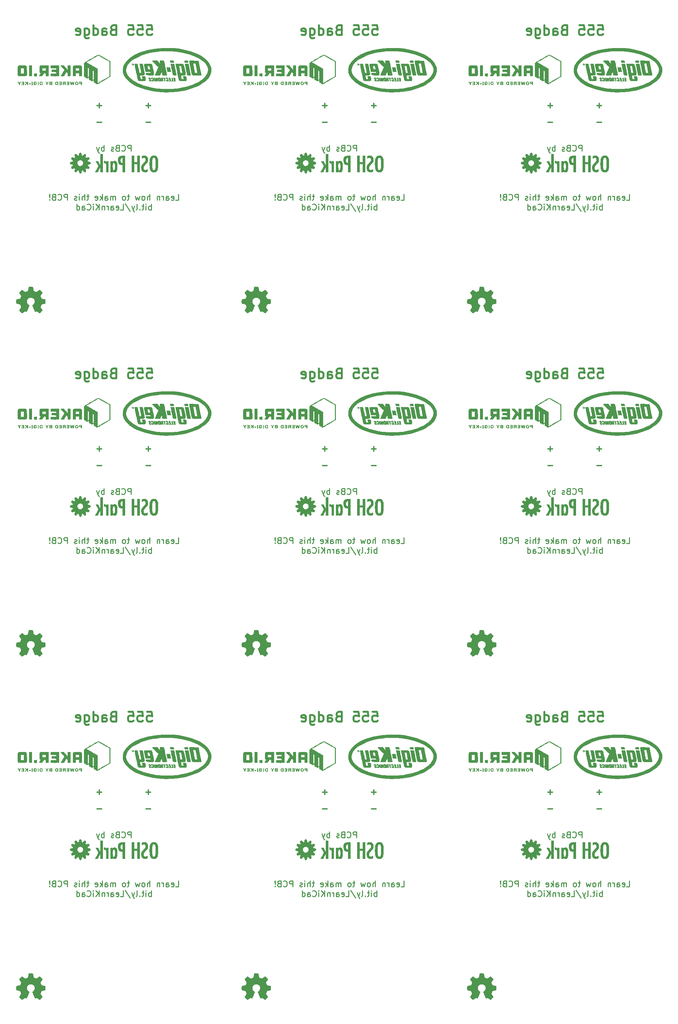
<source format=gbo>
G04 #@! TF.FileFunction,Legend,Bot*
%FSLAX46Y46*%
G04 Gerber Fmt 4.6, Leading zero omitted, Abs format (unit mm)*
G04 Created by KiCad (PCBNEW 4.0.7) date 04/29/18 15:13:26*
%MOMM*%
%LPD*%
G01*
G04 APERTURE LIST*
%ADD10C,0.100000*%
%ADD11C,0.508000*%
%ADD12C,0.254000*%
%ADD13C,0.300000*%
%ADD14C,0.010000*%
G04 APERTURE END LIST*
D10*
D11*
X73611619Y-53219048D02*
X74821143Y-53219048D01*
X74942095Y-54428571D01*
X74821143Y-54307619D01*
X74579238Y-54186667D01*
X73974476Y-54186667D01*
X73732572Y-54307619D01*
X73611619Y-54428571D01*
X73490667Y-54670476D01*
X73490667Y-55275238D01*
X73611619Y-55517143D01*
X73732572Y-55638095D01*
X73974476Y-55759048D01*
X74579238Y-55759048D01*
X74821143Y-55638095D01*
X74942095Y-55517143D01*
X71192571Y-53219048D02*
X72402095Y-53219048D01*
X72523047Y-54428571D01*
X72402095Y-54307619D01*
X72160190Y-54186667D01*
X71555428Y-54186667D01*
X71313524Y-54307619D01*
X71192571Y-54428571D01*
X71071619Y-54670476D01*
X71071619Y-55275238D01*
X71192571Y-55517143D01*
X71313524Y-55638095D01*
X71555428Y-55759048D01*
X72160190Y-55759048D01*
X72402095Y-55638095D01*
X72523047Y-55517143D01*
X68773523Y-53219048D02*
X69983047Y-53219048D01*
X70103999Y-54428571D01*
X69983047Y-54307619D01*
X69741142Y-54186667D01*
X69136380Y-54186667D01*
X68894476Y-54307619D01*
X68773523Y-54428571D01*
X68652571Y-54670476D01*
X68652571Y-55275238D01*
X68773523Y-55517143D01*
X68894476Y-55638095D01*
X69136380Y-55759048D01*
X69741142Y-55759048D01*
X69983047Y-55638095D01*
X70103999Y-55517143D01*
X64782094Y-54428571D02*
X64419237Y-54549524D01*
X64298285Y-54670476D01*
X64177333Y-54912381D01*
X64177333Y-55275238D01*
X64298285Y-55517143D01*
X64419237Y-55638095D01*
X64661142Y-55759048D01*
X65628761Y-55759048D01*
X65628761Y-53219048D01*
X64782094Y-53219048D01*
X64540190Y-53340000D01*
X64419237Y-53460952D01*
X64298285Y-53702857D01*
X64298285Y-53944762D01*
X64419237Y-54186667D01*
X64540190Y-54307619D01*
X64782094Y-54428571D01*
X65628761Y-54428571D01*
X62000190Y-55759048D02*
X62000190Y-54428571D01*
X62121142Y-54186667D01*
X62363047Y-54065714D01*
X62846856Y-54065714D01*
X63088761Y-54186667D01*
X62000190Y-55638095D02*
X62242094Y-55759048D01*
X62846856Y-55759048D01*
X63088761Y-55638095D01*
X63209713Y-55396190D01*
X63209713Y-55154286D01*
X63088761Y-54912381D01*
X62846856Y-54791429D01*
X62242094Y-54791429D01*
X62000190Y-54670476D01*
X59702095Y-55759048D02*
X59702095Y-53219048D01*
X59702095Y-55638095D02*
X59943999Y-55759048D01*
X60427809Y-55759048D01*
X60669714Y-55638095D01*
X60790666Y-55517143D01*
X60911618Y-55275238D01*
X60911618Y-54549524D01*
X60790666Y-54307619D01*
X60669714Y-54186667D01*
X60427809Y-54065714D01*
X59943999Y-54065714D01*
X59702095Y-54186667D01*
X57404000Y-54065714D02*
X57404000Y-56121905D01*
X57524952Y-56363810D01*
X57645904Y-56484762D01*
X57887809Y-56605714D01*
X58250666Y-56605714D01*
X58492571Y-56484762D01*
X57404000Y-55638095D02*
X57645904Y-55759048D01*
X58129714Y-55759048D01*
X58371619Y-55638095D01*
X58492571Y-55517143D01*
X58613523Y-55275238D01*
X58613523Y-54549524D01*
X58492571Y-54307619D01*
X58371619Y-54186667D01*
X58129714Y-54065714D01*
X57645904Y-54065714D01*
X57404000Y-54186667D01*
X55226857Y-55638095D02*
X55468762Y-55759048D01*
X55952571Y-55759048D01*
X56194476Y-55638095D01*
X56315428Y-55396190D01*
X56315428Y-54428571D01*
X56194476Y-54186667D01*
X55952571Y-54065714D01*
X55468762Y-54065714D01*
X55226857Y-54186667D01*
X55105905Y-54428571D01*
X55105905Y-54670476D01*
X56315428Y-54912381D01*
D12*
X80989714Y-98479429D02*
X81715428Y-98479429D01*
X81715428Y-96955429D01*
X79901142Y-98406857D02*
X80046285Y-98479429D01*
X80336571Y-98479429D01*
X80481714Y-98406857D01*
X80554285Y-98261714D01*
X80554285Y-97681143D01*
X80481714Y-97536000D01*
X80336571Y-97463429D01*
X80046285Y-97463429D01*
X79901142Y-97536000D01*
X79828571Y-97681143D01*
X79828571Y-97826286D01*
X80554285Y-97971429D01*
X78522285Y-98479429D02*
X78522285Y-97681143D01*
X78594856Y-97536000D01*
X78739999Y-97463429D01*
X79030285Y-97463429D01*
X79175428Y-97536000D01*
X78522285Y-98406857D02*
X78667428Y-98479429D01*
X79030285Y-98479429D01*
X79175428Y-98406857D01*
X79247999Y-98261714D01*
X79247999Y-98116571D01*
X79175428Y-97971429D01*
X79030285Y-97898857D01*
X78667428Y-97898857D01*
X78522285Y-97826286D01*
X77796571Y-98479429D02*
X77796571Y-97463429D01*
X77796571Y-97753714D02*
X77723999Y-97608571D01*
X77651428Y-97536000D01*
X77506285Y-97463429D01*
X77361142Y-97463429D01*
X76853142Y-97463429D02*
X76853142Y-98479429D01*
X76853142Y-97608571D02*
X76780570Y-97536000D01*
X76635428Y-97463429D01*
X76417713Y-97463429D01*
X76272570Y-97536000D01*
X76199999Y-97681143D01*
X76199999Y-98479429D01*
X74313142Y-98479429D02*
X74313142Y-96955429D01*
X73659999Y-98479429D02*
X73659999Y-97681143D01*
X73732570Y-97536000D01*
X73877713Y-97463429D01*
X74095428Y-97463429D01*
X74240570Y-97536000D01*
X74313142Y-97608571D01*
X72716571Y-98479429D02*
X72861713Y-98406857D01*
X72934285Y-98334286D01*
X73006856Y-98189143D01*
X73006856Y-97753714D01*
X72934285Y-97608571D01*
X72861713Y-97536000D01*
X72716571Y-97463429D01*
X72498856Y-97463429D01*
X72353713Y-97536000D01*
X72281142Y-97608571D01*
X72208571Y-97753714D01*
X72208571Y-98189143D01*
X72281142Y-98334286D01*
X72353713Y-98406857D01*
X72498856Y-98479429D01*
X72716571Y-98479429D01*
X71700571Y-97463429D02*
X71410285Y-98479429D01*
X71119999Y-97753714D01*
X70829714Y-98479429D01*
X70539428Y-97463429D01*
X69015428Y-97463429D02*
X68434857Y-97463429D01*
X68797714Y-96955429D02*
X68797714Y-98261714D01*
X68725142Y-98406857D01*
X68580000Y-98479429D01*
X68434857Y-98479429D01*
X67709143Y-98479429D02*
X67854285Y-98406857D01*
X67926857Y-98334286D01*
X67999428Y-98189143D01*
X67999428Y-97753714D01*
X67926857Y-97608571D01*
X67854285Y-97536000D01*
X67709143Y-97463429D01*
X67491428Y-97463429D01*
X67346285Y-97536000D01*
X67273714Y-97608571D01*
X67201143Y-97753714D01*
X67201143Y-98189143D01*
X67273714Y-98334286D01*
X67346285Y-98406857D01*
X67491428Y-98479429D01*
X67709143Y-98479429D01*
X65386857Y-98479429D02*
X65386857Y-97463429D01*
X65386857Y-97608571D02*
X65314285Y-97536000D01*
X65169143Y-97463429D01*
X64951428Y-97463429D01*
X64806285Y-97536000D01*
X64733714Y-97681143D01*
X64733714Y-98479429D01*
X64733714Y-97681143D02*
X64661143Y-97536000D01*
X64516000Y-97463429D01*
X64298285Y-97463429D01*
X64153143Y-97536000D01*
X64080571Y-97681143D01*
X64080571Y-98479429D01*
X62701714Y-98479429D02*
X62701714Y-97681143D01*
X62774285Y-97536000D01*
X62919428Y-97463429D01*
X63209714Y-97463429D01*
X63354857Y-97536000D01*
X62701714Y-98406857D02*
X62846857Y-98479429D01*
X63209714Y-98479429D01*
X63354857Y-98406857D01*
X63427428Y-98261714D01*
X63427428Y-98116571D01*
X63354857Y-97971429D01*
X63209714Y-97898857D01*
X62846857Y-97898857D01*
X62701714Y-97826286D01*
X61976000Y-98479429D02*
X61976000Y-96955429D01*
X61830857Y-97898857D02*
X61395428Y-98479429D01*
X61395428Y-97463429D02*
X61976000Y-98044000D01*
X60161714Y-98406857D02*
X60306857Y-98479429D01*
X60597143Y-98479429D01*
X60742286Y-98406857D01*
X60814857Y-98261714D01*
X60814857Y-97681143D01*
X60742286Y-97536000D01*
X60597143Y-97463429D01*
X60306857Y-97463429D01*
X60161714Y-97536000D01*
X60089143Y-97681143D01*
X60089143Y-97826286D01*
X60814857Y-97971429D01*
X58492571Y-97463429D02*
X57912000Y-97463429D01*
X58274857Y-96955429D02*
X58274857Y-98261714D01*
X58202285Y-98406857D01*
X58057143Y-98479429D01*
X57912000Y-98479429D01*
X57404000Y-98479429D02*
X57404000Y-96955429D01*
X56750857Y-98479429D02*
X56750857Y-97681143D01*
X56823428Y-97536000D01*
X56968571Y-97463429D01*
X57186286Y-97463429D01*
X57331428Y-97536000D01*
X57404000Y-97608571D01*
X56025143Y-98479429D02*
X56025143Y-97463429D01*
X56025143Y-96955429D02*
X56097714Y-97028000D01*
X56025143Y-97100571D01*
X55952571Y-97028000D01*
X56025143Y-96955429D01*
X56025143Y-97100571D01*
X55372000Y-98406857D02*
X55226857Y-98479429D01*
X54936572Y-98479429D01*
X54791429Y-98406857D01*
X54718857Y-98261714D01*
X54718857Y-98189143D01*
X54791429Y-98044000D01*
X54936572Y-97971429D01*
X55154286Y-97971429D01*
X55299429Y-97898857D01*
X55372000Y-97753714D01*
X55372000Y-97681143D01*
X55299429Y-97536000D01*
X55154286Y-97463429D01*
X54936572Y-97463429D01*
X54791429Y-97536000D01*
X52904572Y-98479429D02*
X52904572Y-96955429D01*
X52324000Y-96955429D01*
X52178858Y-97028000D01*
X52106286Y-97100571D01*
X52033715Y-97245714D01*
X52033715Y-97463429D01*
X52106286Y-97608571D01*
X52178858Y-97681143D01*
X52324000Y-97753714D01*
X52904572Y-97753714D01*
X50509715Y-98334286D02*
X50582286Y-98406857D01*
X50800000Y-98479429D01*
X50945143Y-98479429D01*
X51162858Y-98406857D01*
X51308000Y-98261714D01*
X51380572Y-98116571D01*
X51453143Y-97826286D01*
X51453143Y-97608571D01*
X51380572Y-97318286D01*
X51308000Y-97173143D01*
X51162858Y-97028000D01*
X50945143Y-96955429D01*
X50800000Y-96955429D01*
X50582286Y-97028000D01*
X50509715Y-97100571D01*
X49348572Y-97681143D02*
X49130858Y-97753714D01*
X49058286Y-97826286D01*
X48985715Y-97971429D01*
X48985715Y-98189143D01*
X49058286Y-98334286D01*
X49130858Y-98406857D01*
X49276000Y-98479429D01*
X49856572Y-98479429D01*
X49856572Y-96955429D01*
X49348572Y-96955429D01*
X49203429Y-97028000D01*
X49130858Y-97100571D01*
X49058286Y-97245714D01*
X49058286Y-97390857D01*
X49130858Y-97536000D01*
X49203429Y-97608571D01*
X49348572Y-97681143D01*
X49856572Y-97681143D01*
X48332572Y-98334286D02*
X48260000Y-98406857D01*
X48332572Y-98479429D01*
X48405143Y-98406857D01*
X48332572Y-98334286D01*
X48332572Y-98479429D01*
X48332572Y-97898857D02*
X48405143Y-97028000D01*
X48332572Y-96955429D01*
X48260000Y-97028000D01*
X48332572Y-97898857D01*
X48332572Y-96955429D01*
X74675999Y-101019429D02*
X74675999Y-99495429D01*
X74675999Y-100076000D02*
X74530856Y-100003429D01*
X74240570Y-100003429D01*
X74095427Y-100076000D01*
X74022856Y-100148571D01*
X73950285Y-100293714D01*
X73950285Y-100729143D01*
X74022856Y-100874286D01*
X74095427Y-100946857D01*
X74240570Y-101019429D01*
X74530856Y-101019429D01*
X74675999Y-100946857D01*
X73297142Y-101019429D02*
X73297142Y-100003429D01*
X73297142Y-99495429D02*
X73369713Y-99568000D01*
X73297142Y-99640571D01*
X73224570Y-99568000D01*
X73297142Y-99495429D01*
X73297142Y-99640571D01*
X72789142Y-100003429D02*
X72208571Y-100003429D01*
X72571428Y-99495429D02*
X72571428Y-100801714D01*
X72498856Y-100946857D01*
X72353714Y-101019429D01*
X72208571Y-101019429D01*
X71700571Y-100874286D02*
X71627999Y-100946857D01*
X71700571Y-101019429D01*
X71773142Y-100946857D01*
X71700571Y-100874286D01*
X71700571Y-101019429D01*
X70757143Y-101019429D02*
X70902285Y-100946857D01*
X70974857Y-100801714D01*
X70974857Y-99495429D01*
X70321714Y-100003429D02*
X69958857Y-101019429D01*
X69595999Y-100003429D02*
X69958857Y-101019429D01*
X70103999Y-101382286D01*
X70176571Y-101454857D01*
X70321714Y-101527429D01*
X67926856Y-99422857D02*
X69233142Y-101382286D01*
X66693143Y-101019429D02*
X67418857Y-101019429D01*
X67418857Y-99495429D01*
X65604571Y-100946857D02*
X65749714Y-101019429D01*
X66040000Y-101019429D01*
X66185143Y-100946857D01*
X66257714Y-100801714D01*
X66257714Y-100221143D01*
X66185143Y-100076000D01*
X66040000Y-100003429D01*
X65749714Y-100003429D01*
X65604571Y-100076000D01*
X65532000Y-100221143D01*
X65532000Y-100366286D01*
X66257714Y-100511429D01*
X64225714Y-101019429D02*
X64225714Y-100221143D01*
X64298285Y-100076000D01*
X64443428Y-100003429D01*
X64733714Y-100003429D01*
X64878857Y-100076000D01*
X64225714Y-100946857D02*
X64370857Y-101019429D01*
X64733714Y-101019429D01*
X64878857Y-100946857D01*
X64951428Y-100801714D01*
X64951428Y-100656571D01*
X64878857Y-100511429D01*
X64733714Y-100438857D01*
X64370857Y-100438857D01*
X64225714Y-100366286D01*
X63500000Y-101019429D02*
X63500000Y-100003429D01*
X63500000Y-100293714D02*
X63427428Y-100148571D01*
X63354857Y-100076000D01*
X63209714Y-100003429D01*
X63064571Y-100003429D01*
X62556571Y-100003429D02*
X62556571Y-101019429D01*
X62556571Y-100148571D02*
X62483999Y-100076000D01*
X62338857Y-100003429D01*
X62121142Y-100003429D01*
X61975999Y-100076000D01*
X61903428Y-100221143D01*
X61903428Y-101019429D01*
X61177714Y-101019429D02*
X61177714Y-99495429D01*
X60306857Y-101019429D02*
X60960000Y-100148571D01*
X60306857Y-99495429D02*
X61177714Y-100366286D01*
X59653714Y-101019429D02*
X59653714Y-100003429D01*
X59653714Y-99495429D02*
X59726285Y-99568000D01*
X59653714Y-99640571D01*
X59581142Y-99568000D01*
X59653714Y-99495429D01*
X59653714Y-99640571D01*
X58057143Y-100874286D02*
X58129714Y-100946857D01*
X58347428Y-101019429D01*
X58492571Y-101019429D01*
X58710286Y-100946857D01*
X58855428Y-100801714D01*
X58928000Y-100656571D01*
X59000571Y-100366286D01*
X59000571Y-100148571D01*
X58928000Y-99858286D01*
X58855428Y-99713143D01*
X58710286Y-99568000D01*
X58492571Y-99495429D01*
X58347428Y-99495429D01*
X58129714Y-99568000D01*
X58057143Y-99640571D01*
X56750857Y-101019429D02*
X56750857Y-100221143D01*
X56823428Y-100076000D01*
X56968571Y-100003429D01*
X57258857Y-100003429D01*
X57404000Y-100076000D01*
X56750857Y-100946857D02*
X56896000Y-101019429D01*
X57258857Y-101019429D01*
X57404000Y-100946857D01*
X57476571Y-100801714D01*
X57476571Y-100656571D01*
X57404000Y-100511429D01*
X57258857Y-100438857D01*
X56896000Y-100438857D01*
X56750857Y-100366286D01*
X55372000Y-101019429D02*
X55372000Y-99495429D01*
X55372000Y-100946857D02*
X55517143Y-101019429D01*
X55807429Y-101019429D01*
X55952571Y-100946857D01*
X56025143Y-100874286D01*
X56097714Y-100729143D01*
X56097714Y-100293714D01*
X56025143Y-100148571D01*
X55952571Y-100076000D01*
X55807429Y-100003429D01*
X55517143Y-100003429D01*
X55372000Y-100076000D01*
X69414571Y-85779429D02*
X69414571Y-84255429D01*
X68833999Y-84255429D01*
X68688857Y-84328000D01*
X68616285Y-84400571D01*
X68543714Y-84545714D01*
X68543714Y-84763429D01*
X68616285Y-84908571D01*
X68688857Y-84981143D01*
X68833999Y-85053714D01*
X69414571Y-85053714D01*
X67019714Y-85634286D02*
X67092285Y-85706857D01*
X67309999Y-85779429D01*
X67455142Y-85779429D01*
X67672857Y-85706857D01*
X67817999Y-85561714D01*
X67890571Y-85416571D01*
X67963142Y-85126286D01*
X67963142Y-84908571D01*
X67890571Y-84618286D01*
X67817999Y-84473143D01*
X67672857Y-84328000D01*
X67455142Y-84255429D01*
X67309999Y-84255429D01*
X67092285Y-84328000D01*
X67019714Y-84400571D01*
X65858571Y-84981143D02*
X65640857Y-85053714D01*
X65568285Y-85126286D01*
X65495714Y-85271429D01*
X65495714Y-85489143D01*
X65568285Y-85634286D01*
X65640857Y-85706857D01*
X65785999Y-85779429D01*
X66366571Y-85779429D01*
X66366571Y-84255429D01*
X65858571Y-84255429D01*
X65713428Y-84328000D01*
X65640857Y-84400571D01*
X65568285Y-84545714D01*
X65568285Y-84690857D01*
X65640857Y-84836000D01*
X65713428Y-84908571D01*
X65858571Y-84981143D01*
X66366571Y-84981143D01*
X64915142Y-85706857D02*
X64769999Y-85779429D01*
X64479714Y-85779429D01*
X64334571Y-85706857D01*
X64261999Y-85561714D01*
X64261999Y-85489143D01*
X64334571Y-85344000D01*
X64479714Y-85271429D01*
X64697428Y-85271429D01*
X64842571Y-85198857D01*
X64915142Y-85053714D01*
X64915142Y-84981143D01*
X64842571Y-84836000D01*
X64697428Y-84763429D01*
X64479714Y-84763429D01*
X64334571Y-84836000D01*
X62447714Y-85779429D02*
X62447714Y-84255429D01*
X62447714Y-84836000D02*
X62302571Y-84763429D01*
X62012285Y-84763429D01*
X61867142Y-84836000D01*
X61794571Y-84908571D01*
X61722000Y-85053714D01*
X61722000Y-85489143D01*
X61794571Y-85634286D01*
X61867142Y-85706857D01*
X62012285Y-85779429D01*
X62302571Y-85779429D01*
X62447714Y-85706857D01*
X61214000Y-84763429D02*
X60851143Y-85779429D01*
X60488285Y-84763429D02*
X60851143Y-85779429D01*
X60996285Y-86142286D01*
X61068857Y-86214857D01*
X61214000Y-86287429D01*
D13*
X61785428Y-74021143D02*
X60642571Y-74021143D01*
X61214000Y-74592571D02*
X61214000Y-73449714D01*
X74485428Y-74021143D02*
X73342571Y-74021143D01*
X73914000Y-74592571D02*
X73914000Y-73449714D01*
X61785428Y-78339143D02*
X60642571Y-78339143D01*
X74485428Y-78339143D02*
X73342571Y-78339143D01*
X132905428Y-78339143D02*
X131762571Y-78339143D01*
X120205428Y-78339143D02*
X119062571Y-78339143D01*
X132905428Y-74021143D02*
X131762571Y-74021143D01*
X132334000Y-74592571D02*
X132334000Y-73449714D01*
X120205428Y-74021143D02*
X119062571Y-74021143D01*
X119634000Y-74592571D02*
X119634000Y-73449714D01*
D12*
X127834571Y-85779429D02*
X127834571Y-84255429D01*
X127253999Y-84255429D01*
X127108857Y-84328000D01*
X127036285Y-84400571D01*
X126963714Y-84545714D01*
X126963714Y-84763429D01*
X127036285Y-84908571D01*
X127108857Y-84981143D01*
X127253999Y-85053714D01*
X127834571Y-85053714D01*
X125439714Y-85634286D02*
X125512285Y-85706857D01*
X125729999Y-85779429D01*
X125875142Y-85779429D01*
X126092857Y-85706857D01*
X126237999Y-85561714D01*
X126310571Y-85416571D01*
X126383142Y-85126286D01*
X126383142Y-84908571D01*
X126310571Y-84618286D01*
X126237999Y-84473143D01*
X126092857Y-84328000D01*
X125875142Y-84255429D01*
X125729999Y-84255429D01*
X125512285Y-84328000D01*
X125439714Y-84400571D01*
X124278571Y-84981143D02*
X124060857Y-85053714D01*
X123988285Y-85126286D01*
X123915714Y-85271429D01*
X123915714Y-85489143D01*
X123988285Y-85634286D01*
X124060857Y-85706857D01*
X124205999Y-85779429D01*
X124786571Y-85779429D01*
X124786571Y-84255429D01*
X124278571Y-84255429D01*
X124133428Y-84328000D01*
X124060857Y-84400571D01*
X123988285Y-84545714D01*
X123988285Y-84690857D01*
X124060857Y-84836000D01*
X124133428Y-84908571D01*
X124278571Y-84981143D01*
X124786571Y-84981143D01*
X123335142Y-85706857D02*
X123189999Y-85779429D01*
X122899714Y-85779429D01*
X122754571Y-85706857D01*
X122681999Y-85561714D01*
X122681999Y-85489143D01*
X122754571Y-85344000D01*
X122899714Y-85271429D01*
X123117428Y-85271429D01*
X123262571Y-85198857D01*
X123335142Y-85053714D01*
X123335142Y-84981143D01*
X123262571Y-84836000D01*
X123117428Y-84763429D01*
X122899714Y-84763429D01*
X122754571Y-84836000D01*
X120867714Y-85779429D02*
X120867714Y-84255429D01*
X120867714Y-84836000D02*
X120722571Y-84763429D01*
X120432285Y-84763429D01*
X120287142Y-84836000D01*
X120214571Y-84908571D01*
X120142000Y-85053714D01*
X120142000Y-85489143D01*
X120214571Y-85634286D01*
X120287142Y-85706857D01*
X120432285Y-85779429D01*
X120722571Y-85779429D01*
X120867714Y-85706857D01*
X119634000Y-84763429D02*
X119271143Y-85779429D01*
X118908285Y-84763429D02*
X119271143Y-85779429D01*
X119416285Y-86142286D01*
X119488857Y-86214857D01*
X119634000Y-86287429D01*
X139409714Y-98479429D02*
X140135428Y-98479429D01*
X140135428Y-96955429D01*
X138321142Y-98406857D02*
X138466285Y-98479429D01*
X138756571Y-98479429D01*
X138901714Y-98406857D01*
X138974285Y-98261714D01*
X138974285Y-97681143D01*
X138901714Y-97536000D01*
X138756571Y-97463429D01*
X138466285Y-97463429D01*
X138321142Y-97536000D01*
X138248571Y-97681143D01*
X138248571Y-97826286D01*
X138974285Y-97971429D01*
X136942285Y-98479429D02*
X136942285Y-97681143D01*
X137014856Y-97536000D01*
X137159999Y-97463429D01*
X137450285Y-97463429D01*
X137595428Y-97536000D01*
X136942285Y-98406857D02*
X137087428Y-98479429D01*
X137450285Y-98479429D01*
X137595428Y-98406857D01*
X137667999Y-98261714D01*
X137667999Y-98116571D01*
X137595428Y-97971429D01*
X137450285Y-97898857D01*
X137087428Y-97898857D01*
X136942285Y-97826286D01*
X136216571Y-98479429D02*
X136216571Y-97463429D01*
X136216571Y-97753714D02*
X136143999Y-97608571D01*
X136071428Y-97536000D01*
X135926285Y-97463429D01*
X135781142Y-97463429D01*
X135273142Y-97463429D02*
X135273142Y-98479429D01*
X135273142Y-97608571D02*
X135200570Y-97536000D01*
X135055428Y-97463429D01*
X134837713Y-97463429D01*
X134692570Y-97536000D01*
X134619999Y-97681143D01*
X134619999Y-98479429D01*
X132733142Y-98479429D02*
X132733142Y-96955429D01*
X132079999Y-98479429D02*
X132079999Y-97681143D01*
X132152570Y-97536000D01*
X132297713Y-97463429D01*
X132515428Y-97463429D01*
X132660570Y-97536000D01*
X132733142Y-97608571D01*
X131136571Y-98479429D02*
X131281713Y-98406857D01*
X131354285Y-98334286D01*
X131426856Y-98189143D01*
X131426856Y-97753714D01*
X131354285Y-97608571D01*
X131281713Y-97536000D01*
X131136571Y-97463429D01*
X130918856Y-97463429D01*
X130773713Y-97536000D01*
X130701142Y-97608571D01*
X130628571Y-97753714D01*
X130628571Y-98189143D01*
X130701142Y-98334286D01*
X130773713Y-98406857D01*
X130918856Y-98479429D01*
X131136571Y-98479429D01*
X130120571Y-97463429D02*
X129830285Y-98479429D01*
X129539999Y-97753714D01*
X129249714Y-98479429D01*
X128959428Y-97463429D01*
X127435428Y-97463429D02*
X126854857Y-97463429D01*
X127217714Y-96955429D02*
X127217714Y-98261714D01*
X127145142Y-98406857D01*
X127000000Y-98479429D01*
X126854857Y-98479429D01*
X126129143Y-98479429D02*
X126274285Y-98406857D01*
X126346857Y-98334286D01*
X126419428Y-98189143D01*
X126419428Y-97753714D01*
X126346857Y-97608571D01*
X126274285Y-97536000D01*
X126129143Y-97463429D01*
X125911428Y-97463429D01*
X125766285Y-97536000D01*
X125693714Y-97608571D01*
X125621143Y-97753714D01*
X125621143Y-98189143D01*
X125693714Y-98334286D01*
X125766285Y-98406857D01*
X125911428Y-98479429D01*
X126129143Y-98479429D01*
X123806857Y-98479429D02*
X123806857Y-97463429D01*
X123806857Y-97608571D02*
X123734285Y-97536000D01*
X123589143Y-97463429D01*
X123371428Y-97463429D01*
X123226285Y-97536000D01*
X123153714Y-97681143D01*
X123153714Y-98479429D01*
X123153714Y-97681143D02*
X123081143Y-97536000D01*
X122936000Y-97463429D01*
X122718285Y-97463429D01*
X122573143Y-97536000D01*
X122500571Y-97681143D01*
X122500571Y-98479429D01*
X121121714Y-98479429D02*
X121121714Y-97681143D01*
X121194285Y-97536000D01*
X121339428Y-97463429D01*
X121629714Y-97463429D01*
X121774857Y-97536000D01*
X121121714Y-98406857D02*
X121266857Y-98479429D01*
X121629714Y-98479429D01*
X121774857Y-98406857D01*
X121847428Y-98261714D01*
X121847428Y-98116571D01*
X121774857Y-97971429D01*
X121629714Y-97898857D01*
X121266857Y-97898857D01*
X121121714Y-97826286D01*
X120396000Y-98479429D02*
X120396000Y-96955429D01*
X120250857Y-97898857D02*
X119815428Y-98479429D01*
X119815428Y-97463429D02*
X120396000Y-98044000D01*
X118581714Y-98406857D02*
X118726857Y-98479429D01*
X119017143Y-98479429D01*
X119162286Y-98406857D01*
X119234857Y-98261714D01*
X119234857Y-97681143D01*
X119162286Y-97536000D01*
X119017143Y-97463429D01*
X118726857Y-97463429D01*
X118581714Y-97536000D01*
X118509143Y-97681143D01*
X118509143Y-97826286D01*
X119234857Y-97971429D01*
X116912571Y-97463429D02*
X116332000Y-97463429D01*
X116694857Y-96955429D02*
X116694857Y-98261714D01*
X116622285Y-98406857D01*
X116477143Y-98479429D01*
X116332000Y-98479429D01*
X115824000Y-98479429D02*
X115824000Y-96955429D01*
X115170857Y-98479429D02*
X115170857Y-97681143D01*
X115243428Y-97536000D01*
X115388571Y-97463429D01*
X115606286Y-97463429D01*
X115751428Y-97536000D01*
X115824000Y-97608571D01*
X114445143Y-98479429D02*
X114445143Y-97463429D01*
X114445143Y-96955429D02*
X114517714Y-97028000D01*
X114445143Y-97100571D01*
X114372571Y-97028000D01*
X114445143Y-96955429D01*
X114445143Y-97100571D01*
X113792000Y-98406857D02*
X113646857Y-98479429D01*
X113356572Y-98479429D01*
X113211429Y-98406857D01*
X113138857Y-98261714D01*
X113138857Y-98189143D01*
X113211429Y-98044000D01*
X113356572Y-97971429D01*
X113574286Y-97971429D01*
X113719429Y-97898857D01*
X113792000Y-97753714D01*
X113792000Y-97681143D01*
X113719429Y-97536000D01*
X113574286Y-97463429D01*
X113356572Y-97463429D01*
X113211429Y-97536000D01*
X111324572Y-98479429D02*
X111324572Y-96955429D01*
X110744000Y-96955429D01*
X110598858Y-97028000D01*
X110526286Y-97100571D01*
X110453715Y-97245714D01*
X110453715Y-97463429D01*
X110526286Y-97608571D01*
X110598858Y-97681143D01*
X110744000Y-97753714D01*
X111324572Y-97753714D01*
X108929715Y-98334286D02*
X109002286Y-98406857D01*
X109220000Y-98479429D01*
X109365143Y-98479429D01*
X109582858Y-98406857D01*
X109728000Y-98261714D01*
X109800572Y-98116571D01*
X109873143Y-97826286D01*
X109873143Y-97608571D01*
X109800572Y-97318286D01*
X109728000Y-97173143D01*
X109582858Y-97028000D01*
X109365143Y-96955429D01*
X109220000Y-96955429D01*
X109002286Y-97028000D01*
X108929715Y-97100571D01*
X107768572Y-97681143D02*
X107550858Y-97753714D01*
X107478286Y-97826286D01*
X107405715Y-97971429D01*
X107405715Y-98189143D01*
X107478286Y-98334286D01*
X107550858Y-98406857D01*
X107696000Y-98479429D01*
X108276572Y-98479429D01*
X108276572Y-96955429D01*
X107768572Y-96955429D01*
X107623429Y-97028000D01*
X107550858Y-97100571D01*
X107478286Y-97245714D01*
X107478286Y-97390857D01*
X107550858Y-97536000D01*
X107623429Y-97608571D01*
X107768572Y-97681143D01*
X108276572Y-97681143D01*
X106752572Y-98334286D02*
X106680000Y-98406857D01*
X106752572Y-98479429D01*
X106825143Y-98406857D01*
X106752572Y-98334286D01*
X106752572Y-98479429D01*
X106752572Y-97898857D02*
X106825143Y-97028000D01*
X106752572Y-96955429D01*
X106680000Y-97028000D01*
X106752572Y-97898857D01*
X106752572Y-96955429D01*
X133095999Y-101019429D02*
X133095999Y-99495429D01*
X133095999Y-100076000D02*
X132950856Y-100003429D01*
X132660570Y-100003429D01*
X132515427Y-100076000D01*
X132442856Y-100148571D01*
X132370285Y-100293714D01*
X132370285Y-100729143D01*
X132442856Y-100874286D01*
X132515427Y-100946857D01*
X132660570Y-101019429D01*
X132950856Y-101019429D01*
X133095999Y-100946857D01*
X131717142Y-101019429D02*
X131717142Y-100003429D01*
X131717142Y-99495429D02*
X131789713Y-99568000D01*
X131717142Y-99640571D01*
X131644570Y-99568000D01*
X131717142Y-99495429D01*
X131717142Y-99640571D01*
X131209142Y-100003429D02*
X130628571Y-100003429D01*
X130991428Y-99495429D02*
X130991428Y-100801714D01*
X130918856Y-100946857D01*
X130773714Y-101019429D01*
X130628571Y-101019429D01*
X130120571Y-100874286D02*
X130047999Y-100946857D01*
X130120571Y-101019429D01*
X130193142Y-100946857D01*
X130120571Y-100874286D01*
X130120571Y-101019429D01*
X129177143Y-101019429D02*
X129322285Y-100946857D01*
X129394857Y-100801714D01*
X129394857Y-99495429D01*
X128741714Y-100003429D02*
X128378857Y-101019429D01*
X128015999Y-100003429D02*
X128378857Y-101019429D01*
X128523999Y-101382286D01*
X128596571Y-101454857D01*
X128741714Y-101527429D01*
X126346856Y-99422857D02*
X127653142Y-101382286D01*
X125113143Y-101019429D02*
X125838857Y-101019429D01*
X125838857Y-99495429D01*
X124024571Y-100946857D02*
X124169714Y-101019429D01*
X124460000Y-101019429D01*
X124605143Y-100946857D01*
X124677714Y-100801714D01*
X124677714Y-100221143D01*
X124605143Y-100076000D01*
X124460000Y-100003429D01*
X124169714Y-100003429D01*
X124024571Y-100076000D01*
X123952000Y-100221143D01*
X123952000Y-100366286D01*
X124677714Y-100511429D01*
X122645714Y-101019429D02*
X122645714Y-100221143D01*
X122718285Y-100076000D01*
X122863428Y-100003429D01*
X123153714Y-100003429D01*
X123298857Y-100076000D01*
X122645714Y-100946857D02*
X122790857Y-101019429D01*
X123153714Y-101019429D01*
X123298857Y-100946857D01*
X123371428Y-100801714D01*
X123371428Y-100656571D01*
X123298857Y-100511429D01*
X123153714Y-100438857D01*
X122790857Y-100438857D01*
X122645714Y-100366286D01*
X121920000Y-101019429D02*
X121920000Y-100003429D01*
X121920000Y-100293714D02*
X121847428Y-100148571D01*
X121774857Y-100076000D01*
X121629714Y-100003429D01*
X121484571Y-100003429D01*
X120976571Y-100003429D02*
X120976571Y-101019429D01*
X120976571Y-100148571D02*
X120903999Y-100076000D01*
X120758857Y-100003429D01*
X120541142Y-100003429D01*
X120395999Y-100076000D01*
X120323428Y-100221143D01*
X120323428Y-101019429D01*
X119597714Y-101019429D02*
X119597714Y-99495429D01*
X118726857Y-101019429D02*
X119380000Y-100148571D01*
X118726857Y-99495429D02*
X119597714Y-100366286D01*
X118073714Y-101019429D02*
X118073714Y-100003429D01*
X118073714Y-99495429D02*
X118146285Y-99568000D01*
X118073714Y-99640571D01*
X118001142Y-99568000D01*
X118073714Y-99495429D01*
X118073714Y-99640571D01*
X116477143Y-100874286D02*
X116549714Y-100946857D01*
X116767428Y-101019429D01*
X116912571Y-101019429D01*
X117130286Y-100946857D01*
X117275428Y-100801714D01*
X117348000Y-100656571D01*
X117420571Y-100366286D01*
X117420571Y-100148571D01*
X117348000Y-99858286D01*
X117275428Y-99713143D01*
X117130286Y-99568000D01*
X116912571Y-99495429D01*
X116767428Y-99495429D01*
X116549714Y-99568000D01*
X116477143Y-99640571D01*
X115170857Y-101019429D02*
X115170857Y-100221143D01*
X115243428Y-100076000D01*
X115388571Y-100003429D01*
X115678857Y-100003429D01*
X115824000Y-100076000D01*
X115170857Y-100946857D02*
X115316000Y-101019429D01*
X115678857Y-101019429D01*
X115824000Y-100946857D01*
X115896571Y-100801714D01*
X115896571Y-100656571D01*
X115824000Y-100511429D01*
X115678857Y-100438857D01*
X115316000Y-100438857D01*
X115170857Y-100366286D01*
X113792000Y-101019429D02*
X113792000Y-99495429D01*
X113792000Y-100946857D02*
X113937143Y-101019429D01*
X114227429Y-101019429D01*
X114372571Y-100946857D01*
X114445143Y-100874286D01*
X114517714Y-100729143D01*
X114517714Y-100293714D01*
X114445143Y-100148571D01*
X114372571Y-100076000D01*
X114227429Y-100003429D01*
X113937143Y-100003429D01*
X113792000Y-100076000D01*
D11*
X132031619Y-53219048D02*
X133241143Y-53219048D01*
X133362095Y-54428571D01*
X133241143Y-54307619D01*
X132999238Y-54186667D01*
X132394476Y-54186667D01*
X132152572Y-54307619D01*
X132031619Y-54428571D01*
X131910667Y-54670476D01*
X131910667Y-55275238D01*
X132031619Y-55517143D01*
X132152572Y-55638095D01*
X132394476Y-55759048D01*
X132999238Y-55759048D01*
X133241143Y-55638095D01*
X133362095Y-55517143D01*
X129612571Y-53219048D02*
X130822095Y-53219048D01*
X130943047Y-54428571D01*
X130822095Y-54307619D01*
X130580190Y-54186667D01*
X129975428Y-54186667D01*
X129733524Y-54307619D01*
X129612571Y-54428571D01*
X129491619Y-54670476D01*
X129491619Y-55275238D01*
X129612571Y-55517143D01*
X129733524Y-55638095D01*
X129975428Y-55759048D01*
X130580190Y-55759048D01*
X130822095Y-55638095D01*
X130943047Y-55517143D01*
X127193523Y-53219048D02*
X128403047Y-53219048D01*
X128523999Y-54428571D01*
X128403047Y-54307619D01*
X128161142Y-54186667D01*
X127556380Y-54186667D01*
X127314476Y-54307619D01*
X127193523Y-54428571D01*
X127072571Y-54670476D01*
X127072571Y-55275238D01*
X127193523Y-55517143D01*
X127314476Y-55638095D01*
X127556380Y-55759048D01*
X128161142Y-55759048D01*
X128403047Y-55638095D01*
X128523999Y-55517143D01*
X123202094Y-54428571D02*
X122839237Y-54549524D01*
X122718285Y-54670476D01*
X122597333Y-54912381D01*
X122597333Y-55275238D01*
X122718285Y-55517143D01*
X122839237Y-55638095D01*
X123081142Y-55759048D01*
X124048761Y-55759048D01*
X124048761Y-53219048D01*
X123202094Y-53219048D01*
X122960190Y-53340000D01*
X122839237Y-53460952D01*
X122718285Y-53702857D01*
X122718285Y-53944762D01*
X122839237Y-54186667D01*
X122960190Y-54307619D01*
X123202094Y-54428571D01*
X124048761Y-54428571D01*
X120420190Y-55759048D02*
X120420190Y-54428571D01*
X120541142Y-54186667D01*
X120783047Y-54065714D01*
X121266856Y-54065714D01*
X121508761Y-54186667D01*
X120420190Y-55638095D02*
X120662094Y-55759048D01*
X121266856Y-55759048D01*
X121508761Y-55638095D01*
X121629713Y-55396190D01*
X121629713Y-55154286D01*
X121508761Y-54912381D01*
X121266856Y-54791429D01*
X120662094Y-54791429D01*
X120420190Y-54670476D01*
X118122095Y-55759048D02*
X118122095Y-53219048D01*
X118122095Y-55638095D02*
X118363999Y-55759048D01*
X118847809Y-55759048D01*
X119089714Y-55638095D01*
X119210666Y-55517143D01*
X119331618Y-55275238D01*
X119331618Y-54549524D01*
X119210666Y-54307619D01*
X119089714Y-54186667D01*
X118847809Y-54065714D01*
X118363999Y-54065714D01*
X118122095Y-54186667D01*
X115824000Y-54065714D02*
X115824000Y-56121905D01*
X115944952Y-56363810D01*
X116065904Y-56484762D01*
X116307809Y-56605714D01*
X116670666Y-56605714D01*
X116912571Y-56484762D01*
X115824000Y-55638095D02*
X116065904Y-55759048D01*
X116549714Y-55759048D01*
X116791619Y-55638095D01*
X116912571Y-55517143D01*
X117033523Y-55275238D01*
X117033523Y-54549524D01*
X116912571Y-54307619D01*
X116791619Y-54186667D01*
X116549714Y-54065714D01*
X116065904Y-54065714D01*
X115824000Y-54186667D01*
X113646857Y-55638095D02*
X113888762Y-55759048D01*
X114372571Y-55759048D01*
X114614476Y-55638095D01*
X114735428Y-55396190D01*
X114735428Y-54428571D01*
X114614476Y-54186667D01*
X114372571Y-54065714D01*
X113888762Y-54065714D01*
X113646857Y-54186667D01*
X113525905Y-54428571D01*
X113525905Y-54670476D01*
X114735428Y-54912381D01*
D13*
X191325428Y-78339143D02*
X190182571Y-78339143D01*
X178625428Y-78339143D02*
X177482571Y-78339143D01*
X191325428Y-74021143D02*
X190182571Y-74021143D01*
X190754000Y-74592571D02*
X190754000Y-73449714D01*
X178625428Y-74021143D02*
X177482571Y-74021143D01*
X178054000Y-74592571D02*
X178054000Y-73449714D01*
D12*
X186254571Y-85779429D02*
X186254571Y-84255429D01*
X185673999Y-84255429D01*
X185528857Y-84328000D01*
X185456285Y-84400571D01*
X185383714Y-84545714D01*
X185383714Y-84763429D01*
X185456285Y-84908571D01*
X185528857Y-84981143D01*
X185673999Y-85053714D01*
X186254571Y-85053714D01*
X183859714Y-85634286D02*
X183932285Y-85706857D01*
X184149999Y-85779429D01*
X184295142Y-85779429D01*
X184512857Y-85706857D01*
X184657999Y-85561714D01*
X184730571Y-85416571D01*
X184803142Y-85126286D01*
X184803142Y-84908571D01*
X184730571Y-84618286D01*
X184657999Y-84473143D01*
X184512857Y-84328000D01*
X184295142Y-84255429D01*
X184149999Y-84255429D01*
X183932285Y-84328000D01*
X183859714Y-84400571D01*
X182698571Y-84981143D02*
X182480857Y-85053714D01*
X182408285Y-85126286D01*
X182335714Y-85271429D01*
X182335714Y-85489143D01*
X182408285Y-85634286D01*
X182480857Y-85706857D01*
X182625999Y-85779429D01*
X183206571Y-85779429D01*
X183206571Y-84255429D01*
X182698571Y-84255429D01*
X182553428Y-84328000D01*
X182480857Y-84400571D01*
X182408285Y-84545714D01*
X182408285Y-84690857D01*
X182480857Y-84836000D01*
X182553428Y-84908571D01*
X182698571Y-84981143D01*
X183206571Y-84981143D01*
X181755142Y-85706857D02*
X181609999Y-85779429D01*
X181319714Y-85779429D01*
X181174571Y-85706857D01*
X181101999Y-85561714D01*
X181101999Y-85489143D01*
X181174571Y-85344000D01*
X181319714Y-85271429D01*
X181537428Y-85271429D01*
X181682571Y-85198857D01*
X181755142Y-85053714D01*
X181755142Y-84981143D01*
X181682571Y-84836000D01*
X181537428Y-84763429D01*
X181319714Y-84763429D01*
X181174571Y-84836000D01*
X179287714Y-85779429D02*
X179287714Y-84255429D01*
X179287714Y-84836000D02*
X179142571Y-84763429D01*
X178852285Y-84763429D01*
X178707142Y-84836000D01*
X178634571Y-84908571D01*
X178562000Y-85053714D01*
X178562000Y-85489143D01*
X178634571Y-85634286D01*
X178707142Y-85706857D01*
X178852285Y-85779429D01*
X179142571Y-85779429D01*
X179287714Y-85706857D01*
X178054000Y-84763429D02*
X177691143Y-85779429D01*
X177328285Y-84763429D02*
X177691143Y-85779429D01*
X177836285Y-86142286D01*
X177908857Y-86214857D01*
X178054000Y-86287429D01*
X197829714Y-98479429D02*
X198555428Y-98479429D01*
X198555428Y-96955429D01*
X196741142Y-98406857D02*
X196886285Y-98479429D01*
X197176571Y-98479429D01*
X197321714Y-98406857D01*
X197394285Y-98261714D01*
X197394285Y-97681143D01*
X197321714Y-97536000D01*
X197176571Y-97463429D01*
X196886285Y-97463429D01*
X196741142Y-97536000D01*
X196668571Y-97681143D01*
X196668571Y-97826286D01*
X197394285Y-97971429D01*
X195362285Y-98479429D02*
X195362285Y-97681143D01*
X195434856Y-97536000D01*
X195579999Y-97463429D01*
X195870285Y-97463429D01*
X196015428Y-97536000D01*
X195362285Y-98406857D02*
X195507428Y-98479429D01*
X195870285Y-98479429D01*
X196015428Y-98406857D01*
X196087999Y-98261714D01*
X196087999Y-98116571D01*
X196015428Y-97971429D01*
X195870285Y-97898857D01*
X195507428Y-97898857D01*
X195362285Y-97826286D01*
X194636571Y-98479429D02*
X194636571Y-97463429D01*
X194636571Y-97753714D02*
X194563999Y-97608571D01*
X194491428Y-97536000D01*
X194346285Y-97463429D01*
X194201142Y-97463429D01*
X193693142Y-97463429D02*
X193693142Y-98479429D01*
X193693142Y-97608571D02*
X193620570Y-97536000D01*
X193475428Y-97463429D01*
X193257713Y-97463429D01*
X193112570Y-97536000D01*
X193039999Y-97681143D01*
X193039999Y-98479429D01*
X191153142Y-98479429D02*
X191153142Y-96955429D01*
X190499999Y-98479429D02*
X190499999Y-97681143D01*
X190572570Y-97536000D01*
X190717713Y-97463429D01*
X190935428Y-97463429D01*
X191080570Y-97536000D01*
X191153142Y-97608571D01*
X189556571Y-98479429D02*
X189701713Y-98406857D01*
X189774285Y-98334286D01*
X189846856Y-98189143D01*
X189846856Y-97753714D01*
X189774285Y-97608571D01*
X189701713Y-97536000D01*
X189556571Y-97463429D01*
X189338856Y-97463429D01*
X189193713Y-97536000D01*
X189121142Y-97608571D01*
X189048571Y-97753714D01*
X189048571Y-98189143D01*
X189121142Y-98334286D01*
X189193713Y-98406857D01*
X189338856Y-98479429D01*
X189556571Y-98479429D01*
X188540571Y-97463429D02*
X188250285Y-98479429D01*
X187959999Y-97753714D01*
X187669714Y-98479429D01*
X187379428Y-97463429D01*
X185855428Y-97463429D02*
X185274857Y-97463429D01*
X185637714Y-96955429D02*
X185637714Y-98261714D01*
X185565142Y-98406857D01*
X185420000Y-98479429D01*
X185274857Y-98479429D01*
X184549143Y-98479429D02*
X184694285Y-98406857D01*
X184766857Y-98334286D01*
X184839428Y-98189143D01*
X184839428Y-97753714D01*
X184766857Y-97608571D01*
X184694285Y-97536000D01*
X184549143Y-97463429D01*
X184331428Y-97463429D01*
X184186285Y-97536000D01*
X184113714Y-97608571D01*
X184041143Y-97753714D01*
X184041143Y-98189143D01*
X184113714Y-98334286D01*
X184186285Y-98406857D01*
X184331428Y-98479429D01*
X184549143Y-98479429D01*
X182226857Y-98479429D02*
X182226857Y-97463429D01*
X182226857Y-97608571D02*
X182154285Y-97536000D01*
X182009143Y-97463429D01*
X181791428Y-97463429D01*
X181646285Y-97536000D01*
X181573714Y-97681143D01*
X181573714Y-98479429D01*
X181573714Y-97681143D02*
X181501143Y-97536000D01*
X181356000Y-97463429D01*
X181138285Y-97463429D01*
X180993143Y-97536000D01*
X180920571Y-97681143D01*
X180920571Y-98479429D01*
X179541714Y-98479429D02*
X179541714Y-97681143D01*
X179614285Y-97536000D01*
X179759428Y-97463429D01*
X180049714Y-97463429D01*
X180194857Y-97536000D01*
X179541714Y-98406857D02*
X179686857Y-98479429D01*
X180049714Y-98479429D01*
X180194857Y-98406857D01*
X180267428Y-98261714D01*
X180267428Y-98116571D01*
X180194857Y-97971429D01*
X180049714Y-97898857D01*
X179686857Y-97898857D01*
X179541714Y-97826286D01*
X178816000Y-98479429D02*
X178816000Y-96955429D01*
X178670857Y-97898857D02*
X178235428Y-98479429D01*
X178235428Y-97463429D02*
X178816000Y-98044000D01*
X177001714Y-98406857D02*
X177146857Y-98479429D01*
X177437143Y-98479429D01*
X177582286Y-98406857D01*
X177654857Y-98261714D01*
X177654857Y-97681143D01*
X177582286Y-97536000D01*
X177437143Y-97463429D01*
X177146857Y-97463429D01*
X177001714Y-97536000D01*
X176929143Y-97681143D01*
X176929143Y-97826286D01*
X177654857Y-97971429D01*
X175332571Y-97463429D02*
X174752000Y-97463429D01*
X175114857Y-96955429D02*
X175114857Y-98261714D01*
X175042285Y-98406857D01*
X174897143Y-98479429D01*
X174752000Y-98479429D01*
X174244000Y-98479429D02*
X174244000Y-96955429D01*
X173590857Y-98479429D02*
X173590857Y-97681143D01*
X173663428Y-97536000D01*
X173808571Y-97463429D01*
X174026286Y-97463429D01*
X174171428Y-97536000D01*
X174244000Y-97608571D01*
X172865143Y-98479429D02*
X172865143Y-97463429D01*
X172865143Y-96955429D02*
X172937714Y-97028000D01*
X172865143Y-97100571D01*
X172792571Y-97028000D01*
X172865143Y-96955429D01*
X172865143Y-97100571D01*
X172212000Y-98406857D02*
X172066857Y-98479429D01*
X171776572Y-98479429D01*
X171631429Y-98406857D01*
X171558857Y-98261714D01*
X171558857Y-98189143D01*
X171631429Y-98044000D01*
X171776572Y-97971429D01*
X171994286Y-97971429D01*
X172139429Y-97898857D01*
X172212000Y-97753714D01*
X172212000Y-97681143D01*
X172139429Y-97536000D01*
X171994286Y-97463429D01*
X171776572Y-97463429D01*
X171631429Y-97536000D01*
X169744572Y-98479429D02*
X169744572Y-96955429D01*
X169164000Y-96955429D01*
X169018858Y-97028000D01*
X168946286Y-97100571D01*
X168873715Y-97245714D01*
X168873715Y-97463429D01*
X168946286Y-97608571D01*
X169018858Y-97681143D01*
X169164000Y-97753714D01*
X169744572Y-97753714D01*
X167349715Y-98334286D02*
X167422286Y-98406857D01*
X167640000Y-98479429D01*
X167785143Y-98479429D01*
X168002858Y-98406857D01*
X168148000Y-98261714D01*
X168220572Y-98116571D01*
X168293143Y-97826286D01*
X168293143Y-97608571D01*
X168220572Y-97318286D01*
X168148000Y-97173143D01*
X168002858Y-97028000D01*
X167785143Y-96955429D01*
X167640000Y-96955429D01*
X167422286Y-97028000D01*
X167349715Y-97100571D01*
X166188572Y-97681143D02*
X165970858Y-97753714D01*
X165898286Y-97826286D01*
X165825715Y-97971429D01*
X165825715Y-98189143D01*
X165898286Y-98334286D01*
X165970858Y-98406857D01*
X166116000Y-98479429D01*
X166696572Y-98479429D01*
X166696572Y-96955429D01*
X166188572Y-96955429D01*
X166043429Y-97028000D01*
X165970858Y-97100571D01*
X165898286Y-97245714D01*
X165898286Y-97390857D01*
X165970858Y-97536000D01*
X166043429Y-97608571D01*
X166188572Y-97681143D01*
X166696572Y-97681143D01*
X165172572Y-98334286D02*
X165100000Y-98406857D01*
X165172572Y-98479429D01*
X165245143Y-98406857D01*
X165172572Y-98334286D01*
X165172572Y-98479429D01*
X165172572Y-97898857D02*
X165245143Y-97028000D01*
X165172572Y-96955429D01*
X165100000Y-97028000D01*
X165172572Y-97898857D01*
X165172572Y-96955429D01*
X191515999Y-101019429D02*
X191515999Y-99495429D01*
X191515999Y-100076000D02*
X191370856Y-100003429D01*
X191080570Y-100003429D01*
X190935427Y-100076000D01*
X190862856Y-100148571D01*
X190790285Y-100293714D01*
X190790285Y-100729143D01*
X190862856Y-100874286D01*
X190935427Y-100946857D01*
X191080570Y-101019429D01*
X191370856Y-101019429D01*
X191515999Y-100946857D01*
X190137142Y-101019429D02*
X190137142Y-100003429D01*
X190137142Y-99495429D02*
X190209713Y-99568000D01*
X190137142Y-99640571D01*
X190064570Y-99568000D01*
X190137142Y-99495429D01*
X190137142Y-99640571D01*
X189629142Y-100003429D02*
X189048571Y-100003429D01*
X189411428Y-99495429D02*
X189411428Y-100801714D01*
X189338856Y-100946857D01*
X189193714Y-101019429D01*
X189048571Y-101019429D01*
X188540571Y-100874286D02*
X188467999Y-100946857D01*
X188540571Y-101019429D01*
X188613142Y-100946857D01*
X188540571Y-100874286D01*
X188540571Y-101019429D01*
X187597143Y-101019429D02*
X187742285Y-100946857D01*
X187814857Y-100801714D01*
X187814857Y-99495429D01*
X187161714Y-100003429D02*
X186798857Y-101019429D01*
X186435999Y-100003429D02*
X186798857Y-101019429D01*
X186943999Y-101382286D01*
X187016571Y-101454857D01*
X187161714Y-101527429D01*
X184766856Y-99422857D02*
X186073142Y-101382286D01*
X183533143Y-101019429D02*
X184258857Y-101019429D01*
X184258857Y-99495429D01*
X182444571Y-100946857D02*
X182589714Y-101019429D01*
X182880000Y-101019429D01*
X183025143Y-100946857D01*
X183097714Y-100801714D01*
X183097714Y-100221143D01*
X183025143Y-100076000D01*
X182880000Y-100003429D01*
X182589714Y-100003429D01*
X182444571Y-100076000D01*
X182372000Y-100221143D01*
X182372000Y-100366286D01*
X183097714Y-100511429D01*
X181065714Y-101019429D02*
X181065714Y-100221143D01*
X181138285Y-100076000D01*
X181283428Y-100003429D01*
X181573714Y-100003429D01*
X181718857Y-100076000D01*
X181065714Y-100946857D02*
X181210857Y-101019429D01*
X181573714Y-101019429D01*
X181718857Y-100946857D01*
X181791428Y-100801714D01*
X181791428Y-100656571D01*
X181718857Y-100511429D01*
X181573714Y-100438857D01*
X181210857Y-100438857D01*
X181065714Y-100366286D01*
X180340000Y-101019429D02*
X180340000Y-100003429D01*
X180340000Y-100293714D02*
X180267428Y-100148571D01*
X180194857Y-100076000D01*
X180049714Y-100003429D01*
X179904571Y-100003429D01*
X179396571Y-100003429D02*
X179396571Y-101019429D01*
X179396571Y-100148571D02*
X179323999Y-100076000D01*
X179178857Y-100003429D01*
X178961142Y-100003429D01*
X178815999Y-100076000D01*
X178743428Y-100221143D01*
X178743428Y-101019429D01*
X178017714Y-101019429D02*
X178017714Y-99495429D01*
X177146857Y-101019429D02*
X177800000Y-100148571D01*
X177146857Y-99495429D02*
X178017714Y-100366286D01*
X176493714Y-101019429D02*
X176493714Y-100003429D01*
X176493714Y-99495429D02*
X176566285Y-99568000D01*
X176493714Y-99640571D01*
X176421142Y-99568000D01*
X176493714Y-99495429D01*
X176493714Y-99640571D01*
X174897143Y-100874286D02*
X174969714Y-100946857D01*
X175187428Y-101019429D01*
X175332571Y-101019429D01*
X175550286Y-100946857D01*
X175695428Y-100801714D01*
X175768000Y-100656571D01*
X175840571Y-100366286D01*
X175840571Y-100148571D01*
X175768000Y-99858286D01*
X175695428Y-99713143D01*
X175550286Y-99568000D01*
X175332571Y-99495429D01*
X175187428Y-99495429D01*
X174969714Y-99568000D01*
X174897143Y-99640571D01*
X173590857Y-101019429D02*
X173590857Y-100221143D01*
X173663428Y-100076000D01*
X173808571Y-100003429D01*
X174098857Y-100003429D01*
X174244000Y-100076000D01*
X173590857Y-100946857D02*
X173736000Y-101019429D01*
X174098857Y-101019429D01*
X174244000Y-100946857D01*
X174316571Y-100801714D01*
X174316571Y-100656571D01*
X174244000Y-100511429D01*
X174098857Y-100438857D01*
X173736000Y-100438857D01*
X173590857Y-100366286D01*
X172212000Y-101019429D02*
X172212000Y-99495429D01*
X172212000Y-100946857D02*
X172357143Y-101019429D01*
X172647429Y-101019429D01*
X172792571Y-100946857D01*
X172865143Y-100874286D01*
X172937714Y-100729143D01*
X172937714Y-100293714D01*
X172865143Y-100148571D01*
X172792571Y-100076000D01*
X172647429Y-100003429D01*
X172357143Y-100003429D01*
X172212000Y-100076000D01*
D11*
X190451619Y-53219048D02*
X191661143Y-53219048D01*
X191782095Y-54428571D01*
X191661143Y-54307619D01*
X191419238Y-54186667D01*
X190814476Y-54186667D01*
X190572572Y-54307619D01*
X190451619Y-54428571D01*
X190330667Y-54670476D01*
X190330667Y-55275238D01*
X190451619Y-55517143D01*
X190572572Y-55638095D01*
X190814476Y-55759048D01*
X191419238Y-55759048D01*
X191661143Y-55638095D01*
X191782095Y-55517143D01*
X188032571Y-53219048D02*
X189242095Y-53219048D01*
X189363047Y-54428571D01*
X189242095Y-54307619D01*
X189000190Y-54186667D01*
X188395428Y-54186667D01*
X188153524Y-54307619D01*
X188032571Y-54428571D01*
X187911619Y-54670476D01*
X187911619Y-55275238D01*
X188032571Y-55517143D01*
X188153524Y-55638095D01*
X188395428Y-55759048D01*
X189000190Y-55759048D01*
X189242095Y-55638095D01*
X189363047Y-55517143D01*
X185613523Y-53219048D02*
X186823047Y-53219048D01*
X186943999Y-54428571D01*
X186823047Y-54307619D01*
X186581142Y-54186667D01*
X185976380Y-54186667D01*
X185734476Y-54307619D01*
X185613523Y-54428571D01*
X185492571Y-54670476D01*
X185492571Y-55275238D01*
X185613523Y-55517143D01*
X185734476Y-55638095D01*
X185976380Y-55759048D01*
X186581142Y-55759048D01*
X186823047Y-55638095D01*
X186943999Y-55517143D01*
X181622094Y-54428571D02*
X181259237Y-54549524D01*
X181138285Y-54670476D01*
X181017333Y-54912381D01*
X181017333Y-55275238D01*
X181138285Y-55517143D01*
X181259237Y-55638095D01*
X181501142Y-55759048D01*
X182468761Y-55759048D01*
X182468761Y-53219048D01*
X181622094Y-53219048D01*
X181380190Y-53340000D01*
X181259237Y-53460952D01*
X181138285Y-53702857D01*
X181138285Y-53944762D01*
X181259237Y-54186667D01*
X181380190Y-54307619D01*
X181622094Y-54428571D01*
X182468761Y-54428571D01*
X178840190Y-55759048D02*
X178840190Y-54428571D01*
X178961142Y-54186667D01*
X179203047Y-54065714D01*
X179686856Y-54065714D01*
X179928761Y-54186667D01*
X178840190Y-55638095D02*
X179082094Y-55759048D01*
X179686856Y-55759048D01*
X179928761Y-55638095D01*
X180049713Y-55396190D01*
X180049713Y-55154286D01*
X179928761Y-54912381D01*
X179686856Y-54791429D01*
X179082094Y-54791429D01*
X178840190Y-54670476D01*
X176542095Y-55759048D02*
X176542095Y-53219048D01*
X176542095Y-55638095D02*
X176783999Y-55759048D01*
X177267809Y-55759048D01*
X177509714Y-55638095D01*
X177630666Y-55517143D01*
X177751618Y-55275238D01*
X177751618Y-54549524D01*
X177630666Y-54307619D01*
X177509714Y-54186667D01*
X177267809Y-54065714D01*
X176783999Y-54065714D01*
X176542095Y-54186667D01*
X174244000Y-54065714D02*
X174244000Y-56121905D01*
X174364952Y-56363810D01*
X174485904Y-56484762D01*
X174727809Y-56605714D01*
X175090666Y-56605714D01*
X175332571Y-56484762D01*
X174244000Y-55638095D02*
X174485904Y-55759048D01*
X174969714Y-55759048D01*
X175211619Y-55638095D01*
X175332571Y-55517143D01*
X175453523Y-55275238D01*
X175453523Y-54549524D01*
X175332571Y-54307619D01*
X175211619Y-54186667D01*
X174969714Y-54065714D01*
X174485904Y-54065714D01*
X174244000Y-54186667D01*
X172066857Y-55638095D02*
X172308762Y-55759048D01*
X172792571Y-55759048D01*
X173034476Y-55638095D01*
X173155428Y-55396190D01*
X173155428Y-54428571D01*
X173034476Y-54186667D01*
X172792571Y-54065714D01*
X172308762Y-54065714D01*
X172066857Y-54186667D01*
X171945905Y-54428571D01*
X171945905Y-54670476D01*
X173155428Y-54912381D01*
D13*
X74485428Y-167239143D02*
X73342571Y-167239143D01*
X61785428Y-167239143D02*
X60642571Y-167239143D01*
X74485428Y-162921143D02*
X73342571Y-162921143D01*
X73914000Y-163492571D02*
X73914000Y-162349714D01*
X61785428Y-162921143D02*
X60642571Y-162921143D01*
X61214000Y-163492571D02*
X61214000Y-162349714D01*
D12*
X69414571Y-174679429D02*
X69414571Y-173155429D01*
X68833999Y-173155429D01*
X68688857Y-173228000D01*
X68616285Y-173300571D01*
X68543714Y-173445714D01*
X68543714Y-173663429D01*
X68616285Y-173808571D01*
X68688857Y-173881143D01*
X68833999Y-173953714D01*
X69414571Y-173953714D01*
X67019714Y-174534286D02*
X67092285Y-174606857D01*
X67309999Y-174679429D01*
X67455142Y-174679429D01*
X67672857Y-174606857D01*
X67817999Y-174461714D01*
X67890571Y-174316571D01*
X67963142Y-174026286D01*
X67963142Y-173808571D01*
X67890571Y-173518286D01*
X67817999Y-173373143D01*
X67672857Y-173228000D01*
X67455142Y-173155429D01*
X67309999Y-173155429D01*
X67092285Y-173228000D01*
X67019714Y-173300571D01*
X65858571Y-173881143D02*
X65640857Y-173953714D01*
X65568285Y-174026286D01*
X65495714Y-174171429D01*
X65495714Y-174389143D01*
X65568285Y-174534286D01*
X65640857Y-174606857D01*
X65785999Y-174679429D01*
X66366571Y-174679429D01*
X66366571Y-173155429D01*
X65858571Y-173155429D01*
X65713428Y-173228000D01*
X65640857Y-173300571D01*
X65568285Y-173445714D01*
X65568285Y-173590857D01*
X65640857Y-173736000D01*
X65713428Y-173808571D01*
X65858571Y-173881143D01*
X66366571Y-173881143D01*
X64915142Y-174606857D02*
X64769999Y-174679429D01*
X64479714Y-174679429D01*
X64334571Y-174606857D01*
X64261999Y-174461714D01*
X64261999Y-174389143D01*
X64334571Y-174244000D01*
X64479714Y-174171429D01*
X64697428Y-174171429D01*
X64842571Y-174098857D01*
X64915142Y-173953714D01*
X64915142Y-173881143D01*
X64842571Y-173736000D01*
X64697428Y-173663429D01*
X64479714Y-173663429D01*
X64334571Y-173736000D01*
X62447714Y-174679429D02*
X62447714Y-173155429D01*
X62447714Y-173736000D02*
X62302571Y-173663429D01*
X62012285Y-173663429D01*
X61867142Y-173736000D01*
X61794571Y-173808571D01*
X61722000Y-173953714D01*
X61722000Y-174389143D01*
X61794571Y-174534286D01*
X61867142Y-174606857D01*
X62012285Y-174679429D01*
X62302571Y-174679429D01*
X62447714Y-174606857D01*
X61214000Y-173663429D02*
X60851143Y-174679429D01*
X60488285Y-173663429D02*
X60851143Y-174679429D01*
X60996285Y-175042286D01*
X61068857Y-175114857D01*
X61214000Y-175187429D01*
X80989714Y-187379429D02*
X81715428Y-187379429D01*
X81715428Y-185855429D01*
X79901142Y-187306857D02*
X80046285Y-187379429D01*
X80336571Y-187379429D01*
X80481714Y-187306857D01*
X80554285Y-187161714D01*
X80554285Y-186581143D01*
X80481714Y-186436000D01*
X80336571Y-186363429D01*
X80046285Y-186363429D01*
X79901142Y-186436000D01*
X79828571Y-186581143D01*
X79828571Y-186726286D01*
X80554285Y-186871429D01*
X78522285Y-187379429D02*
X78522285Y-186581143D01*
X78594856Y-186436000D01*
X78739999Y-186363429D01*
X79030285Y-186363429D01*
X79175428Y-186436000D01*
X78522285Y-187306857D02*
X78667428Y-187379429D01*
X79030285Y-187379429D01*
X79175428Y-187306857D01*
X79247999Y-187161714D01*
X79247999Y-187016571D01*
X79175428Y-186871429D01*
X79030285Y-186798857D01*
X78667428Y-186798857D01*
X78522285Y-186726286D01*
X77796571Y-187379429D02*
X77796571Y-186363429D01*
X77796571Y-186653714D02*
X77723999Y-186508571D01*
X77651428Y-186436000D01*
X77506285Y-186363429D01*
X77361142Y-186363429D01*
X76853142Y-186363429D02*
X76853142Y-187379429D01*
X76853142Y-186508571D02*
X76780570Y-186436000D01*
X76635428Y-186363429D01*
X76417713Y-186363429D01*
X76272570Y-186436000D01*
X76199999Y-186581143D01*
X76199999Y-187379429D01*
X74313142Y-187379429D02*
X74313142Y-185855429D01*
X73659999Y-187379429D02*
X73659999Y-186581143D01*
X73732570Y-186436000D01*
X73877713Y-186363429D01*
X74095428Y-186363429D01*
X74240570Y-186436000D01*
X74313142Y-186508571D01*
X72716571Y-187379429D02*
X72861713Y-187306857D01*
X72934285Y-187234286D01*
X73006856Y-187089143D01*
X73006856Y-186653714D01*
X72934285Y-186508571D01*
X72861713Y-186436000D01*
X72716571Y-186363429D01*
X72498856Y-186363429D01*
X72353713Y-186436000D01*
X72281142Y-186508571D01*
X72208571Y-186653714D01*
X72208571Y-187089143D01*
X72281142Y-187234286D01*
X72353713Y-187306857D01*
X72498856Y-187379429D01*
X72716571Y-187379429D01*
X71700571Y-186363429D02*
X71410285Y-187379429D01*
X71119999Y-186653714D01*
X70829714Y-187379429D01*
X70539428Y-186363429D01*
X69015428Y-186363429D02*
X68434857Y-186363429D01*
X68797714Y-185855429D02*
X68797714Y-187161714D01*
X68725142Y-187306857D01*
X68580000Y-187379429D01*
X68434857Y-187379429D01*
X67709143Y-187379429D02*
X67854285Y-187306857D01*
X67926857Y-187234286D01*
X67999428Y-187089143D01*
X67999428Y-186653714D01*
X67926857Y-186508571D01*
X67854285Y-186436000D01*
X67709143Y-186363429D01*
X67491428Y-186363429D01*
X67346285Y-186436000D01*
X67273714Y-186508571D01*
X67201143Y-186653714D01*
X67201143Y-187089143D01*
X67273714Y-187234286D01*
X67346285Y-187306857D01*
X67491428Y-187379429D01*
X67709143Y-187379429D01*
X65386857Y-187379429D02*
X65386857Y-186363429D01*
X65386857Y-186508571D02*
X65314285Y-186436000D01*
X65169143Y-186363429D01*
X64951428Y-186363429D01*
X64806285Y-186436000D01*
X64733714Y-186581143D01*
X64733714Y-187379429D01*
X64733714Y-186581143D02*
X64661143Y-186436000D01*
X64516000Y-186363429D01*
X64298285Y-186363429D01*
X64153143Y-186436000D01*
X64080571Y-186581143D01*
X64080571Y-187379429D01*
X62701714Y-187379429D02*
X62701714Y-186581143D01*
X62774285Y-186436000D01*
X62919428Y-186363429D01*
X63209714Y-186363429D01*
X63354857Y-186436000D01*
X62701714Y-187306857D02*
X62846857Y-187379429D01*
X63209714Y-187379429D01*
X63354857Y-187306857D01*
X63427428Y-187161714D01*
X63427428Y-187016571D01*
X63354857Y-186871429D01*
X63209714Y-186798857D01*
X62846857Y-186798857D01*
X62701714Y-186726286D01*
X61976000Y-187379429D02*
X61976000Y-185855429D01*
X61830857Y-186798857D02*
X61395428Y-187379429D01*
X61395428Y-186363429D02*
X61976000Y-186944000D01*
X60161714Y-187306857D02*
X60306857Y-187379429D01*
X60597143Y-187379429D01*
X60742286Y-187306857D01*
X60814857Y-187161714D01*
X60814857Y-186581143D01*
X60742286Y-186436000D01*
X60597143Y-186363429D01*
X60306857Y-186363429D01*
X60161714Y-186436000D01*
X60089143Y-186581143D01*
X60089143Y-186726286D01*
X60814857Y-186871429D01*
X58492571Y-186363429D02*
X57912000Y-186363429D01*
X58274857Y-185855429D02*
X58274857Y-187161714D01*
X58202285Y-187306857D01*
X58057143Y-187379429D01*
X57912000Y-187379429D01*
X57404000Y-187379429D02*
X57404000Y-185855429D01*
X56750857Y-187379429D02*
X56750857Y-186581143D01*
X56823428Y-186436000D01*
X56968571Y-186363429D01*
X57186286Y-186363429D01*
X57331428Y-186436000D01*
X57404000Y-186508571D01*
X56025143Y-187379429D02*
X56025143Y-186363429D01*
X56025143Y-185855429D02*
X56097714Y-185928000D01*
X56025143Y-186000571D01*
X55952571Y-185928000D01*
X56025143Y-185855429D01*
X56025143Y-186000571D01*
X55372000Y-187306857D02*
X55226857Y-187379429D01*
X54936572Y-187379429D01*
X54791429Y-187306857D01*
X54718857Y-187161714D01*
X54718857Y-187089143D01*
X54791429Y-186944000D01*
X54936572Y-186871429D01*
X55154286Y-186871429D01*
X55299429Y-186798857D01*
X55372000Y-186653714D01*
X55372000Y-186581143D01*
X55299429Y-186436000D01*
X55154286Y-186363429D01*
X54936572Y-186363429D01*
X54791429Y-186436000D01*
X52904572Y-187379429D02*
X52904572Y-185855429D01*
X52324000Y-185855429D01*
X52178858Y-185928000D01*
X52106286Y-186000571D01*
X52033715Y-186145714D01*
X52033715Y-186363429D01*
X52106286Y-186508571D01*
X52178858Y-186581143D01*
X52324000Y-186653714D01*
X52904572Y-186653714D01*
X50509715Y-187234286D02*
X50582286Y-187306857D01*
X50800000Y-187379429D01*
X50945143Y-187379429D01*
X51162858Y-187306857D01*
X51308000Y-187161714D01*
X51380572Y-187016571D01*
X51453143Y-186726286D01*
X51453143Y-186508571D01*
X51380572Y-186218286D01*
X51308000Y-186073143D01*
X51162858Y-185928000D01*
X50945143Y-185855429D01*
X50800000Y-185855429D01*
X50582286Y-185928000D01*
X50509715Y-186000571D01*
X49348572Y-186581143D02*
X49130858Y-186653714D01*
X49058286Y-186726286D01*
X48985715Y-186871429D01*
X48985715Y-187089143D01*
X49058286Y-187234286D01*
X49130858Y-187306857D01*
X49276000Y-187379429D01*
X49856572Y-187379429D01*
X49856572Y-185855429D01*
X49348572Y-185855429D01*
X49203429Y-185928000D01*
X49130858Y-186000571D01*
X49058286Y-186145714D01*
X49058286Y-186290857D01*
X49130858Y-186436000D01*
X49203429Y-186508571D01*
X49348572Y-186581143D01*
X49856572Y-186581143D01*
X48332572Y-187234286D02*
X48260000Y-187306857D01*
X48332572Y-187379429D01*
X48405143Y-187306857D01*
X48332572Y-187234286D01*
X48332572Y-187379429D01*
X48332572Y-186798857D02*
X48405143Y-185928000D01*
X48332572Y-185855429D01*
X48260000Y-185928000D01*
X48332572Y-186798857D01*
X48332572Y-185855429D01*
X74675999Y-189919429D02*
X74675999Y-188395429D01*
X74675999Y-188976000D02*
X74530856Y-188903429D01*
X74240570Y-188903429D01*
X74095427Y-188976000D01*
X74022856Y-189048571D01*
X73950285Y-189193714D01*
X73950285Y-189629143D01*
X74022856Y-189774286D01*
X74095427Y-189846857D01*
X74240570Y-189919429D01*
X74530856Y-189919429D01*
X74675999Y-189846857D01*
X73297142Y-189919429D02*
X73297142Y-188903429D01*
X73297142Y-188395429D02*
X73369713Y-188468000D01*
X73297142Y-188540571D01*
X73224570Y-188468000D01*
X73297142Y-188395429D01*
X73297142Y-188540571D01*
X72789142Y-188903429D02*
X72208571Y-188903429D01*
X72571428Y-188395429D02*
X72571428Y-189701714D01*
X72498856Y-189846857D01*
X72353714Y-189919429D01*
X72208571Y-189919429D01*
X71700571Y-189774286D02*
X71627999Y-189846857D01*
X71700571Y-189919429D01*
X71773142Y-189846857D01*
X71700571Y-189774286D01*
X71700571Y-189919429D01*
X70757143Y-189919429D02*
X70902285Y-189846857D01*
X70974857Y-189701714D01*
X70974857Y-188395429D01*
X70321714Y-188903429D02*
X69958857Y-189919429D01*
X69595999Y-188903429D02*
X69958857Y-189919429D01*
X70103999Y-190282286D01*
X70176571Y-190354857D01*
X70321714Y-190427429D01*
X67926856Y-188322857D02*
X69233142Y-190282286D01*
X66693143Y-189919429D02*
X67418857Y-189919429D01*
X67418857Y-188395429D01*
X65604571Y-189846857D02*
X65749714Y-189919429D01*
X66040000Y-189919429D01*
X66185143Y-189846857D01*
X66257714Y-189701714D01*
X66257714Y-189121143D01*
X66185143Y-188976000D01*
X66040000Y-188903429D01*
X65749714Y-188903429D01*
X65604571Y-188976000D01*
X65532000Y-189121143D01*
X65532000Y-189266286D01*
X66257714Y-189411429D01*
X64225714Y-189919429D02*
X64225714Y-189121143D01*
X64298285Y-188976000D01*
X64443428Y-188903429D01*
X64733714Y-188903429D01*
X64878857Y-188976000D01*
X64225714Y-189846857D02*
X64370857Y-189919429D01*
X64733714Y-189919429D01*
X64878857Y-189846857D01*
X64951428Y-189701714D01*
X64951428Y-189556571D01*
X64878857Y-189411429D01*
X64733714Y-189338857D01*
X64370857Y-189338857D01*
X64225714Y-189266286D01*
X63500000Y-189919429D02*
X63500000Y-188903429D01*
X63500000Y-189193714D02*
X63427428Y-189048571D01*
X63354857Y-188976000D01*
X63209714Y-188903429D01*
X63064571Y-188903429D01*
X62556571Y-188903429D02*
X62556571Y-189919429D01*
X62556571Y-189048571D02*
X62483999Y-188976000D01*
X62338857Y-188903429D01*
X62121142Y-188903429D01*
X61975999Y-188976000D01*
X61903428Y-189121143D01*
X61903428Y-189919429D01*
X61177714Y-189919429D02*
X61177714Y-188395429D01*
X60306857Y-189919429D02*
X60960000Y-189048571D01*
X60306857Y-188395429D02*
X61177714Y-189266286D01*
X59653714Y-189919429D02*
X59653714Y-188903429D01*
X59653714Y-188395429D02*
X59726285Y-188468000D01*
X59653714Y-188540571D01*
X59581142Y-188468000D01*
X59653714Y-188395429D01*
X59653714Y-188540571D01*
X58057143Y-189774286D02*
X58129714Y-189846857D01*
X58347428Y-189919429D01*
X58492571Y-189919429D01*
X58710286Y-189846857D01*
X58855428Y-189701714D01*
X58928000Y-189556571D01*
X59000571Y-189266286D01*
X59000571Y-189048571D01*
X58928000Y-188758286D01*
X58855428Y-188613143D01*
X58710286Y-188468000D01*
X58492571Y-188395429D01*
X58347428Y-188395429D01*
X58129714Y-188468000D01*
X58057143Y-188540571D01*
X56750857Y-189919429D02*
X56750857Y-189121143D01*
X56823428Y-188976000D01*
X56968571Y-188903429D01*
X57258857Y-188903429D01*
X57404000Y-188976000D01*
X56750857Y-189846857D02*
X56896000Y-189919429D01*
X57258857Y-189919429D01*
X57404000Y-189846857D01*
X57476571Y-189701714D01*
X57476571Y-189556571D01*
X57404000Y-189411429D01*
X57258857Y-189338857D01*
X56896000Y-189338857D01*
X56750857Y-189266286D01*
X55372000Y-189919429D02*
X55372000Y-188395429D01*
X55372000Y-189846857D02*
X55517143Y-189919429D01*
X55807429Y-189919429D01*
X55952571Y-189846857D01*
X56025143Y-189774286D01*
X56097714Y-189629143D01*
X56097714Y-189193714D01*
X56025143Y-189048571D01*
X55952571Y-188976000D01*
X55807429Y-188903429D01*
X55517143Y-188903429D01*
X55372000Y-188976000D01*
D11*
X73611619Y-142119048D02*
X74821143Y-142119048D01*
X74942095Y-143328571D01*
X74821143Y-143207619D01*
X74579238Y-143086667D01*
X73974476Y-143086667D01*
X73732572Y-143207619D01*
X73611619Y-143328571D01*
X73490667Y-143570476D01*
X73490667Y-144175238D01*
X73611619Y-144417143D01*
X73732572Y-144538095D01*
X73974476Y-144659048D01*
X74579238Y-144659048D01*
X74821143Y-144538095D01*
X74942095Y-144417143D01*
X71192571Y-142119048D02*
X72402095Y-142119048D01*
X72523047Y-143328571D01*
X72402095Y-143207619D01*
X72160190Y-143086667D01*
X71555428Y-143086667D01*
X71313524Y-143207619D01*
X71192571Y-143328571D01*
X71071619Y-143570476D01*
X71071619Y-144175238D01*
X71192571Y-144417143D01*
X71313524Y-144538095D01*
X71555428Y-144659048D01*
X72160190Y-144659048D01*
X72402095Y-144538095D01*
X72523047Y-144417143D01*
X68773523Y-142119048D02*
X69983047Y-142119048D01*
X70103999Y-143328571D01*
X69983047Y-143207619D01*
X69741142Y-143086667D01*
X69136380Y-143086667D01*
X68894476Y-143207619D01*
X68773523Y-143328571D01*
X68652571Y-143570476D01*
X68652571Y-144175238D01*
X68773523Y-144417143D01*
X68894476Y-144538095D01*
X69136380Y-144659048D01*
X69741142Y-144659048D01*
X69983047Y-144538095D01*
X70103999Y-144417143D01*
X64782094Y-143328571D02*
X64419237Y-143449524D01*
X64298285Y-143570476D01*
X64177333Y-143812381D01*
X64177333Y-144175238D01*
X64298285Y-144417143D01*
X64419237Y-144538095D01*
X64661142Y-144659048D01*
X65628761Y-144659048D01*
X65628761Y-142119048D01*
X64782094Y-142119048D01*
X64540190Y-142240000D01*
X64419237Y-142360952D01*
X64298285Y-142602857D01*
X64298285Y-142844762D01*
X64419237Y-143086667D01*
X64540190Y-143207619D01*
X64782094Y-143328571D01*
X65628761Y-143328571D01*
X62000190Y-144659048D02*
X62000190Y-143328571D01*
X62121142Y-143086667D01*
X62363047Y-142965714D01*
X62846856Y-142965714D01*
X63088761Y-143086667D01*
X62000190Y-144538095D02*
X62242094Y-144659048D01*
X62846856Y-144659048D01*
X63088761Y-144538095D01*
X63209713Y-144296190D01*
X63209713Y-144054286D01*
X63088761Y-143812381D01*
X62846856Y-143691429D01*
X62242094Y-143691429D01*
X62000190Y-143570476D01*
X59702095Y-144659048D02*
X59702095Y-142119048D01*
X59702095Y-144538095D02*
X59943999Y-144659048D01*
X60427809Y-144659048D01*
X60669714Y-144538095D01*
X60790666Y-144417143D01*
X60911618Y-144175238D01*
X60911618Y-143449524D01*
X60790666Y-143207619D01*
X60669714Y-143086667D01*
X60427809Y-142965714D01*
X59943999Y-142965714D01*
X59702095Y-143086667D01*
X57404000Y-142965714D02*
X57404000Y-145021905D01*
X57524952Y-145263810D01*
X57645904Y-145384762D01*
X57887809Y-145505714D01*
X58250666Y-145505714D01*
X58492571Y-145384762D01*
X57404000Y-144538095D02*
X57645904Y-144659048D01*
X58129714Y-144659048D01*
X58371619Y-144538095D01*
X58492571Y-144417143D01*
X58613523Y-144175238D01*
X58613523Y-143449524D01*
X58492571Y-143207619D01*
X58371619Y-143086667D01*
X58129714Y-142965714D01*
X57645904Y-142965714D01*
X57404000Y-143086667D01*
X55226857Y-144538095D02*
X55468762Y-144659048D01*
X55952571Y-144659048D01*
X56194476Y-144538095D01*
X56315428Y-144296190D01*
X56315428Y-143328571D01*
X56194476Y-143086667D01*
X55952571Y-142965714D01*
X55468762Y-142965714D01*
X55226857Y-143086667D01*
X55105905Y-143328571D01*
X55105905Y-143570476D01*
X56315428Y-143812381D01*
D13*
X132905428Y-167239143D02*
X131762571Y-167239143D01*
X120205428Y-167239143D02*
X119062571Y-167239143D01*
X132905428Y-162921143D02*
X131762571Y-162921143D01*
X132334000Y-163492571D02*
X132334000Y-162349714D01*
X120205428Y-162921143D02*
X119062571Y-162921143D01*
X119634000Y-163492571D02*
X119634000Y-162349714D01*
D12*
X127834571Y-174679429D02*
X127834571Y-173155429D01*
X127253999Y-173155429D01*
X127108857Y-173228000D01*
X127036285Y-173300571D01*
X126963714Y-173445714D01*
X126963714Y-173663429D01*
X127036285Y-173808571D01*
X127108857Y-173881143D01*
X127253999Y-173953714D01*
X127834571Y-173953714D01*
X125439714Y-174534286D02*
X125512285Y-174606857D01*
X125729999Y-174679429D01*
X125875142Y-174679429D01*
X126092857Y-174606857D01*
X126237999Y-174461714D01*
X126310571Y-174316571D01*
X126383142Y-174026286D01*
X126383142Y-173808571D01*
X126310571Y-173518286D01*
X126237999Y-173373143D01*
X126092857Y-173228000D01*
X125875142Y-173155429D01*
X125729999Y-173155429D01*
X125512285Y-173228000D01*
X125439714Y-173300571D01*
X124278571Y-173881143D02*
X124060857Y-173953714D01*
X123988285Y-174026286D01*
X123915714Y-174171429D01*
X123915714Y-174389143D01*
X123988285Y-174534286D01*
X124060857Y-174606857D01*
X124205999Y-174679429D01*
X124786571Y-174679429D01*
X124786571Y-173155429D01*
X124278571Y-173155429D01*
X124133428Y-173228000D01*
X124060857Y-173300571D01*
X123988285Y-173445714D01*
X123988285Y-173590857D01*
X124060857Y-173736000D01*
X124133428Y-173808571D01*
X124278571Y-173881143D01*
X124786571Y-173881143D01*
X123335142Y-174606857D02*
X123189999Y-174679429D01*
X122899714Y-174679429D01*
X122754571Y-174606857D01*
X122681999Y-174461714D01*
X122681999Y-174389143D01*
X122754571Y-174244000D01*
X122899714Y-174171429D01*
X123117428Y-174171429D01*
X123262571Y-174098857D01*
X123335142Y-173953714D01*
X123335142Y-173881143D01*
X123262571Y-173736000D01*
X123117428Y-173663429D01*
X122899714Y-173663429D01*
X122754571Y-173736000D01*
X120867714Y-174679429D02*
X120867714Y-173155429D01*
X120867714Y-173736000D02*
X120722571Y-173663429D01*
X120432285Y-173663429D01*
X120287142Y-173736000D01*
X120214571Y-173808571D01*
X120142000Y-173953714D01*
X120142000Y-174389143D01*
X120214571Y-174534286D01*
X120287142Y-174606857D01*
X120432285Y-174679429D01*
X120722571Y-174679429D01*
X120867714Y-174606857D01*
X119634000Y-173663429D02*
X119271143Y-174679429D01*
X118908285Y-173663429D02*
X119271143Y-174679429D01*
X119416285Y-175042286D01*
X119488857Y-175114857D01*
X119634000Y-175187429D01*
X139409714Y-187379429D02*
X140135428Y-187379429D01*
X140135428Y-185855429D01*
X138321142Y-187306857D02*
X138466285Y-187379429D01*
X138756571Y-187379429D01*
X138901714Y-187306857D01*
X138974285Y-187161714D01*
X138974285Y-186581143D01*
X138901714Y-186436000D01*
X138756571Y-186363429D01*
X138466285Y-186363429D01*
X138321142Y-186436000D01*
X138248571Y-186581143D01*
X138248571Y-186726286D01*
X138974285Y-186871429D01*
X136942285Y-187379429D02*
X136942285Y-186581143D01*
X137014856Y-186436000D01*
X137159999Y-186363429D01*
X137450285Y-186363429D01*
X137595428Y-186436000D01*
X136942285Y-187306857D02*
X137087428Y-187379429D01*
X137450285Y-187379429D01*
X137595428Y-187306857D01*
X137667999Y-187161714D01*
X137667999Y-187016571D01*
X137595428Y-186871429D01*
X137450285Y-186798857D01*
X137087428Y-186798857D01*
X136942285Y-186726286D01*
X136216571Y-187379429D02*
X136216571Y-186363429D01*
X136216571Y-186653714D02*
X136143999Y-186508571D01*
X136071428Y-186436000D01*
X135926285Y-186363429D01*
X135781142Y-186363429D01*
X135273142Y-186363429D02*
X135273142Y-187379429D01*
X135273142Y-186508571D02*
X135200570Y-186436000D01*
X135055428Y-186363429D01*
X134837713Y-186363429D01*
X134692570Y-186436000D01*
X134619999Y-186581143D01*
X134619999Y-187379429D01*
X132733142Y-187379429D02*
X132733142Y-185855429D01*
X132079999Y-187379429D02*
X132079999Y-186581143D01*
X132152570Y-186436000D01*
X132297713Y-186363429D01*
X132515428Y-186363429D01*
X132660570Y-186436000D01*
X132733142Y-186508571D01*
X131136571Y-187379429D02*
X131281713Y-187306857D01*
X131354285Y-187234286D01*
X131426856Y-187089143D01*
X131426856Y-186653714D01*
X131354285Y-186508571D01*
X131281713Y-186436000D01*
X131136571Y-186363429D01*
X130918856Y-186363429D01*
X130773713Y-186436000D01*
X130701142Y-186508571D01*
X130628571Y-186653714D01*
X130628571Y-187089143D01*
X130701142Y-187234286D01*
X130773713Y-187306857D01*
X130918856Y-187379429D01*
X131136571Y-187379429D01*
X130120571Y-186363429D02*
X129830285Y-187379429D01*
X129539999Y-186653714D01*
X129249714Y-187379429D01*
X128959428Y-186363429D01*
X127435428Y-186363429D02*
X126854857Y-186363429D01*
X127217714Y-185855429D02*
X127217714Y-187161714D01*
X127145142Y-187306857D01*
X127000000Y-187379429D01*
X126854857Y-187379429D01*
X126129143Y-187379429D02*
X126274285Y-187306857D01*
X126346857Y-187234286D01*
X126419428Y-187089143D01*
X126419428Y-186653714D01*
X126346857Y-186508571D01*
X126274285Y-186436000D01*
X126129143Y-186363429D01*
X125911428Y-186363429D01*
X125766285Y-186436000D01*
X125693714Y-186508571D01*
X125621143Y-186653714D01*
X125621143Y-187089143D01*
X125693714Y-187234286D01*
X125766285Y-187306857D01*
X125911428Y-187379429D01*
X126129143Y-187379429D01*
X123806857Y-187379429D02*
X123806857Y-186363429D01*
X123806857Y-186508571D02*
X123734285Y-186436000D01*
X123589143Y-186363429D01*
X123371428Y-186363429D01*
X123226285Y-186436000D01*
X123153714Y-186581143D01*
X123153714Y-187379429D01*
X123153714Y-186581143D02*
X123081143Y-186436000D01*
X122936000Y-186363429D01*
X122718285Y-186363429D01*
X122573143Y-186436000D01*
X122500571Y-186581143D01*
X122500571Y-187379429D01*
X121121714Y-187379429D02*
X121121714Y-186581143D01*
X121194285Y-186436000D01*
X121339428Y-186363429D01*
X121629714Y-186363429D01*
X121774857Y-186436000D01*
X121121714Y-187306857D02*
X121266857Y-187379429D01*
X121629714Y-187379429D01*
X121774857Y-187306857D01*
X121847428Y-187161714D01*
X121847428Y-187016571D01*
X121774857Y-186871429D01*
X121629714Y-186798857D01*
X121266857Y-186798857D01*
X121121714Y-186726286D01*
X120396000Y-187379429D02*
X120396000Y-185855429D01*
X120250857Y-186798857D02*
X119815428Y-187379429D01*
X119815428Y-186363429D02*
X120396000Y-186944000D01*
X118581714Y-187306857D02*
X118726857Y-187379429D01*
X119017143Y-187379429D01*
X119162286Y-187306857D01*
X119234857Y-187161714D01*
X119234857Y-186581143D01*
X119162286Y-186436000D01*
X119017143Y-186363429D01*
X118726857Y-186363429D01*
X118581714Y-186436000D01*
X118509143Y-186581143D01*
X118509143Y-186726286D01*
X119234857Y-186871429D01*
X116912571Y-186363429D02*
X116332000Y-186363429D01*
X116694857Y-185855429D02*
X116694857Y-187161714D01*
X116622285Y-187306857D01*
X116477143Y-187379429D01*
X116332000Y-187379429D01*
X115824000Y-187379429D02*
X115824000Y-185855429D01*
X115170857Y-187379429D02*
X115170857Y-186581143D01*
X115243428Y-186436000D01*
X115388571Y-186363429D01*
X115606286Y-186363429D01*
X115751428Y-186436000D01*
X115824000Y-186508571D01*
X114445143Y-187379429D02*
X114445143Y-186363429D01*
X114445143Y-185855429D02*
X114517714Y-185928000D01*
X114445143Y-186000571D01*
X114372571Y-185928000D01*
X114445143Y-185855429D01*
X114445143Y-186000571D01*
X113792000Y-187306857D02*
X113646857Y-187379429D01*
X113356572Y-187379429D01*
X113211429Y-187306857D01*
X113138857Y-187161714D01*
X113138857Y-187089143D01*
X113211429Y-186944000D01*
X113356572Y-186871429D01*
X113574286Y-186871429D01*
X113719429Y-186798857D01*
X113792000Y-186653714D01*
X113792000Y-186581143D01*
X113719429Y-186436000D01*
X113574286Y-186363429D01*
X113356572Y-186363429D01*
X113211429Y-186436000D01*
X111324572Y-187379429D02*
X111324572Y-185855429D01*
X110744000Y-185855429D01*
X110598858Y-185928000D01*
X110526286Y-186000571D01*
X110453715Y-186145714D01*
X110453715Y-186363429D01*
X110526286Y-186508571D01*
X110598858Y-186581143D01*
X110744000Y-186653714D01*
X111324572Y-186653714D01*
X108929715Y-187234286D02*
X109002286Y-187306857D01*
X109220000Y-187379429D01*
X109365143Y-187379429D01*
X109582858Y-187306857D01*
X109728000Y-187161714D01*
X109800572Y-187016571D01*
X109873143Y-186726286D01*
X109873143Y-186508571D01*
X109800572Y-186218286D01*
X109728000Y-186073143D01*
X109582858Y-185928000D01*
X109365143Y-185855429D01*
X109220000Y-185855429D01*
X109002286Y-185928000D01*
X108929715Y-186000571D01*
X107768572Y-186581143D02*
X107550858Y-186653714D01*
X107478286Y-186726286D01*
X107405715Y-186871429D01*
X107405715Y-187089143D01*
X107478286Y-187234286D01*
X107550858Y-187306857D01*
X107696000Y-187379429D01*
X108276572Y-187379429D01*
X108276572Y-185855429D01*
X107768572Y-185855429D01*
X107623429Y-185928000D01*
X107550858Y-186000571D01*
X107478286Y-186145714D01*
X107478286Y-186290857D01*
X107550858Y-186436000D01*
X107623429Y-186508571D01*
X107768572Y-186581143D01*
X108276572Y-186581143D01*
X106752572Y-187234286D02*
X106680000Y-187306857D01*
X106752572Y-187379429D01*
X106825143Y-187306857D01*
X106752572Y-187234286D01*
X106752572Y-187379429D01*
X106752572Y-186798857D02*
X106825143Y-185928000D01*
X106752572Y-185855429D01*
X106680000Y-185928000D01*
X106752572Y-186798857D01*
X106752572Y-185855429D01*
X133095999Y-189919429D02*
X133095999Y-188395429D01*
X133095999Y-188976000D02*
X132950856Y-188903429D01*
X132660570Y-188903429D01*
X132515427Y-188976000D01*
X132442856Y-189048571D01*
X132370285Y-189193714D01*
X132370285Y-189629143D01*
X132442856Y-189774286D01*
X132515427Y-189846857D01*
X132660570Y-189919429D01*
X132950856Y-189919429D01*
X133095999Y-189846857D01*
X131717142Y-189919429D02*
X131717142Y-188903429D01*
X131717142Y-188395429D02*
X131789713Y-188468000D01*
X131717142Y-188540571D01*
X131644570Y-188468000D01*
X131717142Y-188395429D01*
X131717142Y-188540571D01*
X131209142Y-188903429D02*
X130628571Y-188903429D01*
X130991428Y-188395429D02*
X130991428Y-189701714D01*
X130918856Y-189846857D01*
X130773714Y-189919429D01*
X130628571Y-189919429D01*
X130120571Y-189774286D02*
X130047999Y-189846857D01*
X130120571Y-189919429D01*
X130193142Y-189846857D01*
X130120571Y-189774286D01*
X130120571Y-189919429D01*
X129177143Y-189919429D02*
X129322285Y-189846857D01*
X129394857Y-189701714D01*
X129394857Y-188395429D01*
X128741714Y-188903429D02*
X128378857Y-189919429D01*
X128015999Y-188903429D02*
X128378857Y-189919429D01*
X128523999Y-190282286D01*
X128596571Y-190354857D01*
X128741714Y-190427429D01*
X126346856Y-188322857D02*
X127653142Y-190282286D01*
X125113143Y-189919429D02*
X125838857Y-189919429D01*
X125838857Y-188395429D01*
X124024571Y-189846857D02*
X124169714Y-189919429D01*
X124460000Y-189919429D01*
X124605143Y-189846857D01*
X124677714Y-189701714D01*
X124677714Y-189121143D01*
X124605143Y-188976000D01*
X124460000Y-188903429D01*
X124169714Y-188903429D01*
X124024571Y-188976000D01*
X123952000Y-189121143D01*
X123952000Y-189266286D01*
X124677714Y-189411429D01*
X122645714Y-189919429D02*
X122645714Y-189121143D01*
X122718285Y-188976000D01*
X122863428Y-188903429D01*
X123153714Y-188903429D01*
X123298857Y-188976000D01*
X122645714Y-189846857D02*
X122790857Y-189919429D01*
X123153714Y-189919429D01*
X123298857Y-189846857D01*
X123371428Y-189701714D01*
X123371428Y-189556571D01*
X123298857Y-189411429D01*
X123153714Y-189338857D01*
X122790857Y-189338857D01*
X122645714Y-189266286D01*
X121920000Y-189919429D02*
X121920000Y-188903429D01*
X121920000Y-189193714D02*
X121847428Y-189048571D01*
X121774857Y-188976000D01*
X121629714Y-188903429D01*
X121484571Y-188903429D01*
X120976571Y-188903429D02*
X120976571Y-189919429D01*
X120976571Y-189048571D02*
X120903999Y-188976000D01*
X120758857Y-188903429D01*
X120541142Y-188903429D01*
X120395999Y-188976000D01*
X120323428Y-189121143D01*
X120323428Y-189919429D01*
X119597714Y-189919429D02*
X119597714Y-188395429D01*
X118726857Y-189919429D02*
X119380000Y-189048571D01*
X118726857Y-188395429D02*
X119597714Y-189266286D01*
X118073714Y-189919429D02*
X118073714Y-188903429D01*
X118073714Y-188395429D02*
X118146285Y-188468000D01*
X118073714Y-188540571D01*
X118001142Y-188468000D01*
X118073714Y-188395429D01*
X118073714Y-188540571D01*
X116477143Y-189774286D02*
X116549714Y-189846857D01*
X116767428Y-189919429D01*
X116912571Y-189919429D01*
X117130286Y-189846857D01*
X117275428Y-189701714D01*
X117348000Y-189556571D01*
X117420571Y-189266286D01*
X117420571Y-189048571D01*
X117348000Y-188758286D01*
X117275428Y-188613143D01*
X117130286Y-188468000D01*
X116912571Y-188395429D01*
X116767428Y-188395429D01*
X116549714Y-188468000D01*
X116477143Y-188540571D01*
X115170857Y-189919429D02*
X115170857Y-189121143D01*
X115243428Y-188976000D01*
X115388571Y-188903429D01*
X115678857Y-188903429D01*
X115824000Y-188976000D01*
X115170857Y-189846857D02*
X115316000Y-189919429D01*
X115678857Y-189919429D01*
X115824000Y-189846857D01*
X115896571Y-189701714D01*
X115896571Y-189556571D01*
X115824000Y-189411429D01*
X115678857Y-189338857D01*
X115316000Y-189338857D01*
X115170857Y-189266286D01*
X113792000Y-189919429D02*
X113792000Y-188395429D01*
X113792000Y-189846857D02*
X113937143Y-189919429D01*
X114227429Y-189919429D01*
X114372571Y-189846857D01*
X114445143Y-189774286D01*
X114517714Y-189629143D01*
X114517714Y-189193714D01*
X114445143Y-189048571D01*
X114372571Y-188976000D01*
X114227429Y-188903429D01*
X113937143Y-188903429D01*
X113792000Y-188976000D01*
D11*
X132031619Y-142119048D02*
X133241143Y-142119048D01*
X133362095Y-143328571D01*
X133241143Y-143207619D01*
X132999238Y-143086667D01*
X132394476Y-143086667D01*
X132152572Y-143207619D01*
X132031619Y-143328571D01*
X131910667Y-143570476D01*
X131910667Y-144175238D01*
X132031619Y-144417143D01*
X132152572Y-144538095D01*
X132394476Y-144659048D01*
X132999238Y-144659048D01*
X133241143Y-144538095D01*
X133362095Y-144417143D01*
X129612571Y-142119048D02*
X130822095Y-142119048D01*
X130943047Y-143328571D01*
X130822095Y-143207619D01*
X130580190Y-143086667D01*
X129975428Y-143086667D01*
X129733524Y-143207619D01*
X129612571Y-143328571D01*
X129491619Y-143570476D01*
X129491619Y-144175238D01*
X129612571Y-144417143D01*
X129733524Y-144538095D01*
X129975428Y-144659048D01*
X130580190Y-144659048D01*
X130822095Y-144538095D01*
X130943047Y-144417143D01*
X127193523Y-142119048D02*
X128403047Y-142119048D01*
X128523999Y-143328571D01*
X128403047Y-143207619D01*
X128161142Y-143086667D01*
X127556380Y-143086667D01*
X127314476Y-143207619D01*
X127193523Y-143328571D01*
X127072571Y-143570476D01*
X127072571Y-144175238D01*
X127193523Y-144417143D01*
X127314476Y-144538095D01*
X127556380Y-144659048D01*
X128161142Y-144659048D01*
X128403047Y-144538095D01*
X128523999Y-144417143D01*
X123202094Y-143328571D02*
X122839237Y-143449524D01*
X122718285Y-143570476D01*
X122597333Y-143812381D01*
X122597333Y-144175238D01*
X122718285Y-144417143D01*
X122839237Y-144538095D01*
X123081142Y-144659048D01*
X124048761Y-144659048D01*
X124048761Y-142119048D01*
X123202094Y-142119048D01*
X122960190Y-142240000D01*
X122839237Y-142360952D01*
X122718285Y-142602857D01*
X122718285Y-142844762D01*
X122839237Y-143086667D01*
X122960190Y-143207619D01*
X123202094Y-143328571D01*
X124048761Y-143328571D01*
X120420190Y-144659048D02*
X120420190Y-143328571D01*
X120541142Y-143086667D01*
X120783047Y-142965714D01*
X121266856Y-142965714D01*
X121508761Y-143086667D01*
X120420190Y-144538095D02*
X120662094Y-144659048D01*
X121266856Y-144659048D01*
X121508761Y-144538095D01*
X121629713Y-144296190D01*
X121629713Y-144054286D01*
X121508761Y-143812381D01*
X121266856Y-143691429D01*
X120662094Y-143691429D01*
X120420190Y-143570476D01*
X118122095Y-144659048D02*
X118122095Y-142119048D01*
X118122095Y-144538095D02*
X118363999Y-144659048D01*
X118847809Y-144659048D01*
X119089714Y-144538095D01*
X119210666Y-144417143D01*
X119331618Y-144175238D01*
X119331618Y-143449524D01*
X119210666Y-143207619D01*
X119089714Y-143086667D01*
X118847809Y-142965714D01*
X118363999Y-142965714D01*
X118122095Y-143086667D01*
X115824000Y-142965714D02*
X115824000Y-145021905D01*
X115944952Y-145263810D01*
X116065904Y-145384762D01*
X116307809Y-145505714D01*
X116670666Y-145505714D01*
X116912571Y-145384762D01*
X115824000Y-144538095D02*
X116065904Y-144659048D01*
X116549714Y-144659048D01*
X116791619Y-144538095D01*
X116912571Y-144417143D01*
X117033523Y-144175238D01*
X117033523Y-143449524D01*
X116912571Y-143207619D01*
X116791619Y-143086667D01*
X116549714Y-142965714D01*
X116065904Y-142965714D01*
X115824000Y-143086667D01*
X113646857Y-144538095D02*
X113888762Y-144659048D01*
X114372571Y-144659048D01*
X114614476Y-144538095D01*
X114735428Y-144296190D01*
X114735428Y-143328571D01*
X114614476Y-143086667D01*
X114372571Y-142965714D01*
X113888762Y-142965714D01*
X113646857Y-143086667D01*
X113525905Y-143328571D01*
X113525905Y-143570476D01*
X114735428Y-143812381D01*
D13*
X191325428Y-167239143D02*
X190182571Y-167239143D01*
X178625428Y-167239143D02*
X177482571Y-167239143D01*
X191325428Y-162921143D02*
X190182571Y-162921143D01*
X190754000Y-163492571D02*
X190754000Y-162349714D01*
X178625428Y-162921143D02*
X177482571Y-162921143D01*
X178054000Y-163492571D02*
X178054000Y-162349714D01*
D12*
X186254571Y-174679429D02*
X186254571Y-173155429D01*
X185673999Y-173155429D01*
X185528857Y-173228000D01*
X185456285Y-173300571D01*
X185383714Y-173445714D01*
X185383714Y-173663429D01*
X185456285Y-173808571D01*
X185528857Y-173881143D01*
X185673999Y-173953714D01*
X186254571Y-173953714D01*
X183859714Y-174534286D02*
X183932285Y-174606857D01*
X184149999Y-174679429D01*
X184295142Y-174679429D01*
X184512857Y-174606857D01*
X184657999Y-174461714D01*
X184730571Y-174316571D01*
X184803142Y-174026286D01*
X184803142Y-173808571D01*
X184730571Y-173518286D01*
X184657999Y-173373143D01*
X184512857Y-173228000D01*
X184295142Y-173155429D01*
X184149999Y-173155429D01*
X183932285Y-173228000D01*
X183859714Y-173300571D01*
X182698571Y-173881143D02*
X182480857Y-173953714D01*
X182408285Y-174026286D01*
X182335714Y-174171429D01*
X182335714Y-174389143D01*
X182408285Y-174534286D01*
X182480857Y-174606857D01*
X182625999Y-174679429D01*
X183206571Y-174679429D01*
X183206571Y-173155429D01*
X182698571Y-173155429D01*
X182553428Y-173228000D01*
X182480857Y-173300571D01*
X182408285Y-173445714D01*
X182408285Y-173590857D01*
X182480857Y-173736000D01*
X182553428Y-173808571D01*
X182698571Y-173881143D01*
X183206571Y-173881143D01*
X181755142Y-174606857D02*
X181609999Y-174679429D01*
X181319714Y-174679429D01*
X181174571Y-174606857D01*
X181101999Y-174461714D01*
X181101999Y-174389143D01*
X181174571Y-174244000D01*
X181319714Y-174171429D01*
X181537428Y-174171429D01*
X181682571Y-174098857D01*
X181755142Y-173953714D01*
X181755142Y-173881143D01*
X181682571Y-173736000D01*
X181537428Y-173663429D01*
X181319714Y-173663429D01*
X181174571Y-173736000D01*
X179287714Y-174679429D02*
X179287714Y-173155429D01*
X179287714Y-173736000D02*
X179142571Y-173663429D01*
X178852285Y-173663429D01*
X178707142Y-173736000D01*
X178634571Y-173808571D01*
X178562000Y-173953714D01*
X178562000Y-174389143D01*
X178634571Y-174534286D01*
X178707142Y-174606857D01*
X178852285Y-174679429D01*
X179142571Y-174679429D01*
X179287714Y-174606857D01*
X178054000Y-173663429D02*
X177691143Y-174679429D01*
X177328285Y-173663429D02*
X177691143Y-174679429D01*
X177836285Y-175042286D01*
X177908857Y-175114857D01*
X178054000Y-175187429D01*
X197829714Y-187379429D02*
X198555428Y-187379429D01*
X198555428Y-185855429D01*
X196741142Y-187306857D02*
X196886285Y-187379429D01*
X197176571Y-187379429D01*
X197321714Y-187306857D01*
X197394285Y-187161714D01*
X197394285Y-186581143D01*
X197321714Y-186436000D01*
X197176571Y-186363429D01*
X196886285Y-186363429D01*
X196741142Y-186436000D01*
X196668571Y-186581143D01*
X196668571Y-186726286D01*
X197394285Y-186871429D01*
X195362285Y-187379429D02*
X195362285Y-186581143D01*
X195434856Y-186436000D01*
X195579999Y-186363429D01*
X195870285Y-186363429D01*
X196015428Y-186436000D01*
X195362285Y-187306857D02*
X195507428Y-187379429D01*
X195870285Y-187379429D01*
X196015428Y-187306857D01*
X196087999Y-187161714D01*
X196087999Y-187016571D01*
X196015428Y-186871429D01*
X195870285Y-186798857D01*
X195507428Y-186798857D01*
X195362285Y-186726286D01*
X194636571Y-187379429D02*
X194636571Y-186363429D01*
X194636571Y-186653714D02*
X194563999Y-186508571D01*
X194491428Y-186436000D01*
X194346285Y-186363429D01*
X194201142Y-186363429D01*
X193693142Y-186363429D02*
X193693142Y-187379429D01*
X193693142Y-186508571D02*
X193620570Y-186436000D01*
X193475428Y-186363429D01*
X193257713Y-186363429D01*
X193112570Y-186436000D01*
X193039999Y-186581143D01*
X193039999Y-187379429D01*
X191153142Y-187379429D02*
X191153142Y-185855429D01*
X190499999Y-187379429D02*
X190499999Y-186581143D01*
X190572570Y-186436000D01*
X190717713Y-186363429D01*
X190935428Y-186363429D01*
X191080570Y-186436000D01*
X191153142Y-186508571D01*
X189556571Y-187379429D02*
X189701713Y-187306857D01*
X189774285Y-187234286D01*
X189846856Y-187089143D01*
X189846856Y-186653714D01*
X189774285Y-186508571D01*
X189701713Y-186436000D01*
X189556571Y-186363429D01*
X189338856Y-186363429D01*
X189193713Y-186436000D01*
X189121142Y-186508571D01*
X189048571Y-186653714D01*
X189048571Y-187089143D01*
X189121142Y-187234286D01*
X189193713Y-187306857D01*
X189338856Y-187379429D01*
X189556571Y-187379429D01*
X188540571Y-186363429D02*
X188250285Y-187379429D01*
X187959999Y-186653714D01*
X187669714Y-187379429D01*
X187379428Y-186363429D01*
X185855428Y-186363429D02*
X185274857Y-186363429D01*
X185637714Y-185855429D02*
X185637714Y-187161714D01*
X185565142Y-187306857D01*
X185420000Y-187379429D01*
X185274857Y-187379429D01*
X184549143Y-187379429D02*
X184694285Y-187306857D01*
X184766857Y-187234286D01*
X184839428Y-187089143D01*
X184839428Y-186653714D01*
X184766857Y-186508571D01*
X184694285Y-186436000D01*
X184549143Y-186363429D01*
X184331428Y-186363429D01*
X184186285Y-186436000D01*
X184113714Y-186508571D01*
X184041143Y-186653714D01*
X184041143Y-187089143D01*
X184113714Y-187234286D01*
X184186285Y-187306857D01*
X184331428Y-187379429D01*
X184549143Y-187379429D01*
X182226857Y-187379429D02*
X182226857Y-186363429D01*
X182226857Y-186508571D02*
X182154285Y-186436000D01*
X182009143Y-186363429D01*
X181791428Y-186363429D01*
X181646285Y-186436000D01*
X181573714Y-186581143D01*
X181573714Y-187379429D01*
X181573714Y-186581143D02*
X181501143Y-186436000D01*
X181356000Y-186363429D01*
X181138285Y-186363429D01*
X180993143Y-186436000D01*
X180920571Y-186581143D01*
X180920571Y-187379429D01*
X179541714Y-187379429D02*
X179541714Y-186581143D01*
X179614285Y-186436000D01*
X179759428Y-186363429D01*
X180049714Y-186363429D01*
X180194857Y-186436000D01*
X179541714Y-187306857D02*
X179686857Y-187379429D01*
X180049714Y-187379429D01*
X180194857Y-187306857D01*
X180267428Y-187161714D01*
X180267428Y-187016571D01*
X180194857Y-186871429D01*
X180049714Y-186798857D01*
X179686857Y-186798857D01*
X179541714Y-186726286D01*
X178816000Y-187379429D02*
X178816000Y-185855429D01*
X178670857Y-186798857D02*
X178235428Y-187379429D01*
X178235428Y-186363429D02*
X178816000Y-186944000D01*
X177001714Y-187306857D02*
X177146857Y-187379429D01*
X177437143Y-187379429D01*
X177582286Y-187306857D01*
X177654857Y-187161714D01*
X177654857Y-186581143D01*
X177582286Y-186436000D01*
X177437143Y-186363429D01*
X177146857Y-186363429D01*
X177001714Y-186436000D01*
X176929143Y-186581143D01*
X176929143Y-186726286D01*
X177654857Y-186871429D01*
X175332571Y-186363429D02*
X174752000Y-186363429D01*
X175114857Y-185855429D02*
X175114857Y-187161714D01*
X175042285Y-187306857D01*
X174897143Y-187379429D01*
X174752000Y-187379429D01*
X174244000Y-187379429D02*
X174244000Y-185855429D01*
X173590857Y-187379429D02*
X173590857Y-186581143D01*
X173663428Y-186436000D01*
X173808571Y-186363429D01*
X174026286Y-186363429D01*
X174171428Y-186436000D01*
X174244000Y-186508571D01*
X172865143Y-187379429D02*
X172865143Y-186363429D01*
X172865143Y-185855429D02*
X172937714Y-185928000D01*
X172865143Y-186000571D01*
X172792571Y-185928000D01*
X172865143Y-185855429D01*
X172865143Y-186000571D01*
X172212000Y-187306857D02*
X172066857Y-187379429D01*
X171776572Y-187379429D01*
X171631429Y-187306857D01*
X171558857Y-187161714D01*
X171558857Y-187089143D01*
X171631429Y-186944000D01*
X171776572Y-186871429D01*
X171994286Y-186871429D01*
X172139429Y-186798857D01*
X172212000Y-186653714D01*
X172212000Y-186581143D01*
X172139429Y-186436000D01*
X171994286Y-186363429D01*
X171776572Y-186363429D01*
X171631429Y-186436000D01*
X169744572Y-187379429D02*
X169744572Y-185855429D01*
X169164000Y-185855429D01*
X169018858Y-185928000D01*
X168946286Y-186000571D01*
X168873715Y-186145714D01*
X168873715Y-186363429D01*
X168946286Y-186508571D01*
X169018858Y-186581143D01*
X169164000Y-186653714D01*
X169744572Y-186653714D01*
X167349715Y-187234286D02*
X167422286Y-187306857D01*
X167640000Y-187379429D01*
X167785143Y-187379429D01*
X168002858Y-187306857D01*
X168148000Y-187161714D01*
X168220572Y-187016571D01*
X168293143Y-186726286D01*
X168293143Y-186508571D01*
X168220572Y-186218286D01*
X168148000Y-186073143D01*
X168002858Y-185928000D01*
X167785143Y-185855429D01*
X167640000Y-185855429D01*
X167422286Y-185928000D01*
X167349715Y-186000571D01*
X166188572Y-186581143D02*
X165970858Y-186653714D01*
X165898286Y-186726286D01*
X165825715Y-186871429D01*
X165825715Y-187089143D01*
X165898286Y-187234286D01*
X165970858Y-187306857D01*
X166116000Y-187379429D01*
X166696572Y-187379429D01*
X166696572Y-185855429D01*
X166188572Y-185855429D01*
X166043429Y-185928000D01*
X165970858Y-186000571D01*
X165898286Y-186145714D01*
X165898286Y-186290857D01*
X165970858Y-186436000D01*
X166043429Y-186508571D01*
X166188572Y-186581143D01*
X166696572Y-186581143D01*
X165172572Y-187234286D02*
X165100000Y-187306857D01*
X165172572Y-187379429D01*
X165245143Y-187306857D01*
X165172572Y-187234286D01*
X165172572Y-187379429D01*
X165172572Y-186798857D02*
X165245143Y-185928000D01*
X165172572Y-185855429D01*
X165100000Y-185928000D01*
X165172572Y-186798857D01*
X165172572Y-185855429D01*
X191515999Y-189919429D02*
X191515999Y-188395429D01*
X191515999Y-188976000D02*
X191370856Y-188903429D01*
X191080570Y-188903429D01*
X190935427Y-188976000D01*
X190862856Y-189048571D01*
X190790285Y-189193714D01*
X190790285Y-189629143D01*
X190862856Y-189774286D01*
X190935427Y-189846857D01*
X191080570Y-189919429D01*
X191370856Y-189919429D01*
X191515999Y-189846857D01*
X190137142Y-189919429D02*
X190137142Y-188903429D01*
X190137142Y-188395429D02*
X190209713Y-188468000D01*
X190137142Y-188540571D01*
X190064570Y-188468000D01*
X190137142Y-188395429D01*
X190137142Y-188540571D01*
X189629142Y-188903429D02*
X189048571Y-188903429D01*
X189411428Y-188395429D02*
X189411428Y-189701714D01*
X189338856Y-189846857D01*
X189193714Y-189919429D01*
X189048571Y-189919429D01*
X188540571Y-189774286D02*
X188467999Y-189846857D01*
X188540571Y-189919429D01*
X188613142Y-189846857D01*
X188540571Y-189774286D01*
X188540571Y-189919429D01*
X187597143Y-189919429D02*
X187742285Y-189846857D01*
X187814857Y-189701714D01*
X187814857Y-188395429D01*
X187161714Y-188903429D02*
X186798857Y-189919429D01*
X186435999Y-188903429D02*
X186798857Y-189919429D01*
X186943999Y-190282286D01*
X187016571Y-190354857D01*
X187161714Y-190427429D01*
X184766856Y-188322857D02*
X186073142Y-190282286D01*
X183533143Y-189919429D02*
X184258857Y-189919429D01*
X184258857Y-188395429D01*
X182444571Y-189846857D02*
X182589714Y-189919429D01*
X182880000Y-189919429D01*
X183025143Y-189846857D01*
X183097714Y-189701714D01*
X183097714Y-189121143D01*
X183025143Y-188976000D01*
X182880000Y-188903429D01*
X182589714Y-188903429D01*
X182444571Y-188976000D01*
X182372000Y-189121143D01*
X182372000Y-189266286D01*
X183097714Y-189411429D01*
X181065714Y-189919429D02*
X181065714Y-189121143D01*
X181138285Y-188976000D01*
X181283428Y-188903429D01*
X181573714Y-188903429D01*
X181718857Y-188976000D01*
X181065714Y-189846857D02*
X181210857Y-189919429D01*
X181573714Y-189919429D01*
X181718857Y-189846857D01*
X181791428Y-189701714D01*
X181791428Y-189556571D01*
X181718857Y-189411429D01*
X181573714Y-189338857D01*
X181210857Y-189338857D01*
X181065714Y-189266286D01*
X180340000Y-189919429D02*
X180340000Y-188903429D01*
X180340000Y-189193714D02*
X180267428Y-189048571D01*
X180194857Y-188976000D01*
X180049714Y-188903429D01*
X179904571Y-188903429D01*
X179396571Y-188903429D02*
X179396571Y-189919429D01*
X179396571Y-189048571D02*
X179323999Y-188976000D01*
X179178857Y-188903429D01*
X178961142Y-188903429D01*
X178815999Y-188976000D01*
X178743428Y-189121143D01*
X178743428Y-189919429D01*
X178017714Y-189919429D02*
X178017714Y-188395429D01*
X177146857Y-189919429D02*
X177800000Y-189048571D01*
X177146857Y-188395429D02*
X178017714Y-189266286D01*
X176493714Y-189919429D02*
X176493714Y-188903429D01*
X176493714Y-188395429D02*
X176566285Y-188468000D01*
X176493714Y-188540571D01*
X176421142Y-188468000D01*
X176493714Y-188395429D01*
X176493714Y-188540571D01*
X174897143Y-189774286D02*
X174969714Y-189846857D01*
X175187428Y-189919429D01*
X175332571Y-189919429D01*
X175550286Y-189846857D01*
X175695428Y-189701714D01*
X175768000Y-189556571D01*
X175840571Y-189266286D01*
X175840571Y-189048571D01*
X175768000Y-188758286D01*
X175695428Y-188613143D01*
X175550286Y-188468000D01*
X175332571Y-188395429D01*
X175187428Y-188395429D01*
X174969714Y-188468000D01*
X174897143Y-188540571D01*
X173590857Y-189919429D02*
X173590857Y-189121143D01*
X173663428Y-188976000D01*
X173808571Y-188903429D01*
X174098857Y-188903429D01*
X174244000Y-188976000D01*
X173590857Y-189846857D02*
X173736000Y-189919429D01*
X174098857Y-189919429D01*
X174244000Y-189846857D01*
X174316571Y-189701714D01*
X174316571Y-189556571D01*
X174244000Y-189411429D01*
X174098857Y-189338857D01*
X173736000Y-189338857D01*
X173590857Y-189266286D01*
X172212000Y-189919429D02*
X172212000Y-188395429D01*
X172212000Y-189846857D02*
X172357143Y-189919429D01*
X172647429Y-189919429D01*
X172792571Y-189846857D01*
X172865143Y-189774286D01*
X172937714Y-189629143D01*
X172937714Y-189193714D01*
X172865143Y-189048571D01*
X172792571Y-188976000D01*
X172647429Y-188903429D01*
X172357143Y-188903429D01*
X172212000Y-188976000D01*
D11*
X190451619Y-142119048D02*
X191661143Y-142119048D01*
X191782095Y-143328571D01*
X191661143Y-143207619D01*
X191419238Y-143086667D01*
X190814476Y-143086667D01*
X190572572Y-143207619D01*
X190451619Y-143328571D01*
X190330667Y-143570476D01*
X190330667Y-144175238D01*
X190451619Y-144417143D01*
X190572572Y-144538095D01*
X190814476Y-144659048D01*
X191419238Y-144659048D01*
X191661143Y-144538095D01*
X191782095Y-144417143D01*
X188032571Y-142119048D02*
X189242095Y-142119048D01*
X189363047Y-143328571D01*
X189242095Y-143207619D01*
X189000190Y-143086667D01*
X188395428Y-143086667D01*
X188153524Y-143207619D01*
X188032571Y-143328571D01*
X187911619Y-143570476D01*
X187911619Y-144175238D01*
X188032571Y-144417143D01*
X188153524Y-144538095D01*
X188395428Y-144659048D01*
X189000190Y-144659048D01*
X189242095Y-144538095D01*
X189363047Y-144417143D01*
X185613523Y-142119048D02*
X186823047Y-142119048D01*
X186943999Y-143328571D01*
X186823047Y-143207619D01*
X186581142Y-143086667D01*
X185976380Y-143086667D01*
X185734476Y-143207619D01*
X185613523Y-143328571D01*
X185492571Y-143570476D01*
X185492571Y-144175238D01*
X185613523Y-144417143D01*
X185734476Y-144538095D01*
X185976380Y-144659048D01*
X186581142Y-144659048D01*
X186823047Y-144538095D01*
X186943999Y-144417143D01*
X181622094Y-143328571D02*
X181259237Y-143449524D01*
X181138285Y-143570476D01*
X181017333Y-143812381D01*
X181017333Y-144175238D01*
X181138285Y-144417143D01*
X181259237Y-144538095D01*
X181501142Y-144659048D01*
X182468761Y-144659048D01*
X182468761Y-142119048D01*
X181622094Y-142119048D01*
X181380190Y-142240000D01*
X181259237Y-142360952D01*
X181138285Y-142602857D01*
X181138285Y-142844762D01*
X181259237Y-143086667D01*
X181380190Y-143207619D01*
X181622094Y-143328571D01*
X182468761Y-143328571D01*
X178840190Y-144659048D02*
X178840190Y-143328571D01*
X178961142Y-143086667D01*
X179203047Y-142965714D01*
X179686856Y-142965714D01*
X179928761Y-143086667D01*
X178840190Y-144538095D02*
X179082094Y-144659048D01*
X179686856Y-144659048D01*
X179928761Y-144538095D01*
X180049713Y-144296190D01*
X180049713Y-144054286D01*
X179928761Y-143812381D01*
X179686856Y-143691429D01*
X179082094Y-143691429D01*
X178840190Y-143570476D01*
X176542095Y-144659048D02*
X176542095Y-142119048D01*
X176542095Y-144538095D02*
X176783999Y-144659048D01*
X177267809Y-144659048D01*
X177509714Y-144538095D01*
X177630666Y-144417143D01*
X177751618Y-144175238D01*
X177751618Y-143449524D01*
X177630666Y-143207619D01*
X177509714Y-143086667D01*
X177267809Y-142965714D01*
X176783999Y-142965714D01*
X176542095Y-143086667D01*
X174244000Y-142965714D02*
X174244000Y-145021905D01*
X174364952Y-145263810D01*
X174485904Y-145384762D01*
X174727809Y-145505714D01*
X175090666Y-145505714D01*
X175332571Y-145384762D01*
X174244000Y-144538095D02*
X174485904Y-144659048D01*
X174969714Y-144659048D01*
X175211619Y-144538095D01*
X175332571Y-144417143D01*
X175453523Y-144175238D01*
X175453523Y-143449524D01*
X175332571Y-143207619D01*
X175211619Y-143086667D01*
X174969714Y-142965714D01*
X174485904Y-142965714D01*
X174244000Y-143086667D01*
X172066857Y-144538095D02*
X172308762Y-144659048D01*
X172792571Y-144659048D01*
X173034476Y-144538095D01*
X173155428Y-144296190D01*
X173155428Y-143328571D01*
X173034476Y-143086667D01*
X172792571Y-142965714D01*
X172308762Y-142965714D01*
X172066857Y-143086667D01*
X171945905Y-143328571D01*
X171945905Y-143570476D01*
X173155428Y-143812381D01*
D13*
X74485428Y-256139143D02*
X73342571Y-256139143D01*
X61785428Y-256139143D02*
X60642571Y-256139143D01*
X74485428Y-251821143D02*
X73342571Y-251821143D01*
X73914000Y-252392571D02*
X73914000Y-251249714D01*
X61785428Y-251821143D02*
X60642571Y-251821143D01*
X61214000Y-252392571D02*
X61214000Y-251249714D01*
D12*
X69414571Y-263579429D02*
X69414571Y-262055429D01*
X68833999Y-262055429D01*
X68688857Y-262128000D01*
X68616285Y-262200571D01*
X68543714Y-262345714D01*
X68543714Y-262563429D01*
X68616285Y-262708571D01*
X68688857Y-262781143D01*
X68833999Y-262853714D01*
X69414571Y-262853714D01*
X67019714Y-263434286D02*
X67092285Y-263506857D01*
X67309999Y-263579429D01*
X67455142Y-263579429D01*
X67672857Y-263506857D01*
X67817999Y-263361714D01*
X67890571Y-263216571D01*
X67963142Y-262926286D01*
X67963142Y-262708571D01*
X67890571Y-262418286D01*
X67817999Y-262273143D01*
X67672857Y-262128000D01*
X67455142Y-262055429D01*
X67309999Y-262055429D01*
X67092285Y-262128000D01*
X67019714Y-262200571D01*
X65858571Y-262781143D02*
X65640857Y-262853714D01*
X65568285Y-262926286D01*
X65495714Y-263071429D01*
X65495714Y-263289143D01*
X65568285Y-263434286D01*
X65640857Y-263506857D01*
X65785999Y-263579429D01*
X66366571Y-263579429D01*
X66366571Y-262055429D01*
X65858571Y-262055429D01*
X65713428Y-262128000D01*
X65640857Y-262200571D01*
X65568285Y-262345714D01*
X65568285Y-262490857D01*
X65640857Y-262636000D01*
X65713428Y-262708571D01*
X65858571Y-262781143D01*
X66366571Y-262781143D01*
X64915142Y-263506857D02*
X64769999Y-263579429D01*
X64479714Y-263579429D01*
X64334571Y-263506857D01*
X64261999Y-263361714D01*
X64261999Y-263289143D01*
X64334571Y-263144000D01*
X64479714Y-263071429D01*
X64697428Y-263071429D01*
X64842571Y-262998857D01*
X64915142Y-262853714D01*
X64915142Y-262781143D01*
X64842571Y-262636000D01*
X64697428Y-262563429D01*
X64479714Y-262563429D01*
X64334571Y-262636000D01*
X62447714Y-263579429D02*
X62447714Y-262055429D01*
X62447714Y-262636000D02*
X62302571Y-262563429D01*
X62012285Y-262563429D01*
X61867142Y-262636000D01*
X61794571Y-262708571D01*
X61722000Y-262853714D01*
X61722000Y-263289143D01*
X61794571Y-263434286D01*
X61867142Y-263506857D01*
X62012285Y-263579429D01*
X62302571Y-263579429D01*
X62447714Y-263506857D01*
X61214000Y-262563429D02*
X60851143Y-263579429D01*
X60488285Y-262563429D02*
X60851143Y-263579429D01*
X60996285Y-263942286D01*
X61068857Y-264014857D01*
X61214000Y-264087429D01*
X80989714Y-276279429D02*
X81715428Y-276279429D01*
X81715428Y-274755429D01*
X79901142Y-276206857D02*
X80046285Y-276279429D01*
X80336571Y-276279429D01*
X80481714Y-276206857D01*
X80554285Y-276061714D01*
X80554285Y-275481143D01*
X80481714Y-275336000D01*
X80336571Y-275263429D01*
X80046285Y-275263429D01*
X79901142Y-275336000D01*
X79828571Y-275481143D01*
X79828571Y-275626286D01*
X80554285Y-275771429D01*
X78522285Y-276279429D02*
X78522285Y-275481143D01*
X78594856Y-275336000D01*
X78739999Y-275263429D01*
X79030285Y-275263429D01*
X79175428Y-275336000D01*
X78522285Y-276206857D02*
X78667428Y-276279429D01*
X79030285Y-276279429D01*
X79175428Y-276206857D01*
X79247999Y-276061714D01*
X79247999Y-275916571D01*
X79175428Y-275771429D01*
X79030285Y-275698857D01*
X78667428Y-275698857D01*
X78522285Y-275626286D01*
X77796571Y-276279429D02*
X77796571Y-275263429D01*
X77796571Y-275553714D02*
X77723999Y-275408571D01*
X77651428Y-275336000D01*
X77506285Y-275263429D01*
X77361142Y-275263429D01*
X76853142Y-275263429D02*
X76853142Y-276279429D01*
X76853142Y-275408571D02*
X76780570Y-275336000D01*
X76635428Y-275263429D01*
X76417713Y-275263429D01*
X76272570Y-275336000D01*
X76199999Y-275481143D01*
X76199999Y-276279429D01*
X74313142Y-276279429D02*
X74313142Y-274755429D01*
X73659999Y-276279429D02*
X73659999Y-275481143D01*
X73732570Y-275336000D01*
X73877713Y-275263429D01*
X74095428Y-275263429D01*
X74240570Y-275336000D01*
X74313142Y-275408571D01*
X72716571Y-276279429D02*
X72861713Y-276206857D01*
X72934285Y-276134286D01*
X73006856Y-275989143D01*
X73006856Y-275553714D01*
X72934285Y-275408571D01*
X72861713Y-275336000D01*
X72716571Y-275263429D01*
X72498856Y-275263429D01*
X72353713Y-275336000D01*
X72281142Y-275408571D01*
X72208571Y-275553714D01*
X72208571Y-275989143D01*
X72281142Y-276134286D01*
X72353713Y-276206857D01*
X72498856Y-276279429D01*
X72716571Y-276279429D01*
X71700571Y-275263429D02*
X71410285Y-276279429D01*
X71119999Y-275553714D01*
X70829714Y-276279429D01*
X70539428Y-275263429D01*
X69015428Y-275263429D02*
X68434857Y-275263429D01*
X68797714Y-274755429D02*
X68797714Y-276061714D01*
X68725142Y-276206857D01*
X68580000Y-276279429D01*
X68434857Y-276279429D01*
X67709143Y-276279429D02*
X67854285Y-276206857D01*
X67926857Y-276134286D01*
X67999428Y-275989143D01*
X67999428Y-275553714D01*
X67926857Y-275408571D01*
X67854285Y-275336000D01*
X67709143Y-275263429D01*
X67491428Y-275263429D01*
X67346285Y-275336000D01*
X67273714Y-275408571D01*
X67201143Y-275553714D01*
X67201143Y-275989143D01*
X67273714Y-276134286D01*
X67346285Y-276206857D01*
X67491428Y-276279429D01*
X67709143Y-276279429D01*
X65386857Y-276279429D02*
X65386857Y-275263429D01*
X65386857Y-275408571D02*
X65314285Y-275336000D01*
X65169143Y-275263429D01*
X64951428Y-275263429D01*
X64806285Y-275336000D01*
X64733714Y-275481143D01*
X64733714Y-276279429D01*
X64733714Y-275481143D02*
X64661143Y-275336000D01*
X64516000Y-275263429D01*
X64298285Y-275263429D01*
X64153143Y-275336000D01*
X64080571Y-275481143D01*
X64080571Y-276279429D01*
X62701714Y-276279429D02*
X62701714Y-275481143D01*
X62774285Y-275336000D01*
X62919428Y-275263429D01*
X63209714Y-275263429D01*
X63354857Y-275336000D01*
X62701714Y-276206857D02*
X62846857Y-276279429D01*
X63209714Y-276279429D01*
X63354857Y-276206857D01*
X63427428Y-276061714D01*
X63427428Y-275916571D01*
X63354857Y-275771429D01*
X63209714Y-275698857D01*
X62846857Y-275698857D01*
X62701714Y-275626286D01*
X61976000Y-276279429D02*
X61976000Y-274755429D01*
X61830857Y-275698857D02*
X61395428Y-276279429D01*
X61395428Y-275263429D02*
X61976000Y-275844000D01*
X60161714Y-276206857D02*
X60306857Y-276279429D01*
X60597143Y-276279429D01*
X60742286Y-276206857D01*
X60814857Y-276061714D01*
X60814857Y-275481143D01*
X60742286Y-275336000D01*
X60597143Y-275263429D01*
X60306857Y-275263429D01*
X60161714Y-275336000D01*
X60089143Y-275481143D01*
X60089143Y-275626286D01*
X60814857Y-275771429D01*
X58492571Y-275263429D02*
X57912000Y-275263429D01*
X58274857Y-274755429D02*
X58274857Y-276061714D01*
X58202285Y-276206857D01*
X58057143Y-276279429D01*
X57912000Y-276279429D01*
X57404000Y-276279429D02*
X57404000Y-274755429D01*
X56750857Y-276279429D02*
X56750857Y-275481143D01*
X56823428Y-275336000D01*
X56968571Y-275263429D01*
X57186286Y-275263429D01*
X57331428Y-275336000D01*
X57404000Y-275408571D01*
X56025143Y-276279429D02*
X56025143Y-275263429D01*
X56025143Y-274755429D02*
X56097714Y-274828000D01*
X56025143Y-274900571D01*
X55952571Y-274828000D01*
X56025143Y-274755429D01*
X56025143Y-274900571D01*
X55372000Y-276206857D02*
X55226857Y-276279429D01*
X54936572Y-276279429D01*
X54791429Y-276206857D01*
X54718857Y-276061714D01*
X54718857Y-275989143D01*
X54791429Y-275844000D01*
X54936572Y-275771429D01*
X55154286Y-275771429D01*
X55299429Y-275698857D01*
X55372000Y-275553714D01*
X55372000Y-275481143D01*
X55299429Y-275336000D01*
X55154286Y-275263429D01*
X54936572Y-275263429D01*
X54791429Y-275336000D01*
X52904572Y-276279429D02*
X52904572Y-274755429D01*
X52324000Y-274755429D01*
X52178858Y-274828000D01*
X52106286Y-274900571D01*
X52033715Y-275045714D01*
X52033715Y-275263429D01*
X52106286Y-275408571D01*
X52178858Y-275481143D01*
X52324000Y-275553714D01*
X52904572Y-275553714D01*
X50509715Y-276134286D02*
X50582286Y-276206857D01*
X50800000Y-276279429D01*
X50945143Y-276279429D01*
X51162858Y-276206857D01*
X51308000Y-276061714D01*
X51380572Y-275916571D01*
X51453143Y-275626286D01*
X51453143Y-275408571D01*
X51380572Y-275118286D01*
X51308000Y-274973143D01*
X51162858Y-274828000D01*
X50945143Y-274755429D01*
X50800000Y-274755429D01*
X50582286Y-274828000D01*
X50509715Y-274900571D01*
X49348572Y-275481143D02*
X49130858Y-275553714D01*
X49058286Y-275626286D01*
X48985715Y-275771429D01*
X48985715Y-275989143D01*
X49058286Y-276134286D01*
X49130858Y-276206857D01*
X49276000Y-276279429D01*
X49856572Y-276279429D01*
X49856572Y-274755429D01*
X49348572Y-274755429D01*
X49203429Y-274828000D01*
X49130858Y-274900571D01*
X49058286Y-275045714D01*
X49058286Y-275190857D01*
X49130858Y-275336000D01*
X49203429Y-275408571D01*
X49348572Y-275481143D01*
X49856572Y-275481143D01*
X48332572Y-276134286D02*
X48260000Y-276206857D01*
X48332572Y-276279429D01*
X48405143Y-276206857D01*
X48332572Y-276134286D01*
X48332572Y-276279429D01*
X48332572Y-275698857D02*
X48405143Y-274828000D01*
X48332572Y-274755429D01*
X48260000Y-274828000D01*
X48332572Y-275698857D01*
X48332572Y-274755429D01*
X74675999Y-278819429D02*
X74675999Y-277295429D01*
X74675999Y-277876000D02*
X74530856Y-277803429D01*
X74240570Y-277803429D01*
X74095427Y-277876000D01*
X74022856Y-277948571D01*
X73950285Y-278093714D01*
X73950285Y-278529143D01*
X74022856Y-278674286D01*
X74095427Y-278746857D01*
X74240570Y-278819429D01*
X74530856Y-278819429D01*
X74675999Y-278746857D01*
X73297142Y-278819429D02*
X73297142Y-277803429D01*
X73297142Y-277295429D02*
X73369713Y-277368000D01*
X73297142Y-277440571D01*
X73224570Y-277368000D01*
X73297142Y-277295429D01*
X73297142Y-277440571D01*
X72789142Y-277803429D02*
X72208571Y-277803429D01*
X72571428Y-277295429D02*
X72571428Y-278601714D01*
X72498856Y-278746857D01*
X72353714Y-278819429D01*
X72208571Y-278819429D01*
X71700571Y-278674286D02*
X71627999Y-278746857D01*
X71700571Y-278819429D01*
X71773142Y-278746857D01*
X71700571Y-278674286D01*
X71700571Y-278819429D01*
X70757143Y-278819429D02*
X70902285Y-278746857D01*
X70974857Y-278601714D01*
X70974857Y-277295429D01*
X70321714Y-277803429D02*
X69958857Y-278819429D01*
X69595999Y-277803429D02*
X69958857Y-278819429D01*
X70103999Y-279182286D01*
X70176571Y-279254857D01*
X70321714Y-279327429D01*
X67926856Y-277222857D02*
X69233142Y-279182286D01*
X66693143Y-278819429D02*
X67418857Y-278819429D01*
X67418857Y-277295429D01*
X65604571Y-278746857D02*
X65749714Y-278819429D01*
X66040000Y-278819429D01*
X66185143Y-278746857D01*
X66257714Y-278601714D01*
X66257714Y-278021143D01*
X66185143Y-277876000D01*
X66040000Y-277803429D01*
X65749714Y-277803429D01*
X65604571Y-277876000D01*
X65532000Y-278021143D01*
X65532000Y-278166286D01*
X66257714Y-278311429D01*
X64225714Y-278819429D02*
X64225714Y-278021143D01*
X64298285Y-277876000D01*
X64443428Y-277803429D01*
X64733714Y-277803429D01*
X64878857Y-277876000D01*
X64225714Y-278746857D02*
X64370857Y-278819429D01*
X64733714Y-278819429D01*
X64878857Y-278746857D01*
X64951428Y-278601714D01*
X64951428Y-278456571D01*
X64878857Y-278311429D01*
X64733714Y-278238857D01*
X64370857Y-278238857D01*
X64225714Y-278166286D01*
X63500000Y-278819429D02*
X63500000Y-277803429D01*
X63500000Y-278093714D02*
X63427428Y-277948571D01*
X63354857Y-277876000D01*
X63209714Y-277803429D01*
X63064571Y-277803429D01*
X62556571Y-277803429D02*
X62556571Y-278819429D01*
X62556571Y-277948571D02*
X62483999Y-277876000D01*
X62338857Y-277803429D01*
X62121142Y-277803429D01*
X61975999Y-277876000D01*
X61903428Y-278021143D01*
X61903428Y-278819429D01*
X61177714Y-278819429D02*
X61177714Y-277295429D01*
X60306857Y-278819429D02*
X60960000Y-277948571D01*
X60306857Y-277295429D02*
X61177714Y-278166286D01*
X59653714Y-278819429D02*
X59653714Y-277803429D01*
X59653714Y-277295429D02*
X59726285Y-277368000D01*
X59653714Y-277440571D01*
X59581142Y-277368000D01*
X59653714Y-277295429D01*
X59653714Y-277440571D01*
X58057143Y-278674286D02*
X58129714Y-278746857D01*
X58347428Y-278819429D01*
X58492571Y-278819429D01*
X58710286Y-278746857D01*
X58855428Y-278601714D01*
X58928000Y-278456571D01*
X59000571Y-278166286D01*
X59000571Y-277948571D01*
X58928000Y-277658286D01*
X58855428Y-277513143D01*
X58710286Y-277368000D01*
X58492571Y-277295429D01*
X58347428Y-277295429D01*
X58129714Y-277368000D01*
X58057143Y-277440571D01*
X56750857Y-278819429D02*
X56750857Y-278021143D01*
X56823428Y-277876000D01*
X56968571Y-277803429D01*
X57258857Y-277803429D01*
X57404000Y-277876000D01*
X56750857Y-278746857D02*
X56896000Y-278819429D01*
X57258857Y-278819429D01*
X57404000Y-278746857D01*
X57476571Y-278601714D01*
X57476571Y-278456571D01*
X57404000Y-278311429D01*
X57258857Y-278238857D01*
X56896000Y-278238857D01*
X56750857Y-278166286D01*
X55372000Y-278819429D02*
X55372000Y-277295429D01*
X55372000Y-278746857D02*
X55517143Y-278819429D01*
X55807429Y-278819429D01*
X55952571Y-278746857D01*
X56025143Y-278674286D01*
X56097714Y-278529143D01*
X56097714Y-278093714D01*
X56025143Y-277948571D01*
X55952571Y-277876000D01*
X55807429Y-277803429D01*
X55517143Y-277803429D01*
X55372000Y-277876000D01*
D11*
X73611619Y-231019048D02*
X74821143Y-231019048D01*
X74942095Y-232228571D01*
X74821143Y-232107619D01*
X74579238Y-231986667D01*
X73974476Y-231986667D01*
X73732572Y-232107619D01*
X73611619Y-232228571D01*
X73490667Y-232470476D01*
X73490667Y-233075238D01*
X73611619Y-233317143D01*
X73732572Y-233438095D01*
X73974476Y-233559048D01*
X74579238Y-233559048D01*
X74821143Y-233438095D01*
X74942095Y-233317143D01*
X71192571Y-231019048D02*
X72402095Y-231019048D01*
X72523047Y-232228571D01*
X72402095Y-232107619D01*
X72160190Y-231986667D01*
X71555428Y-231986667D01*
X71313524Y-232107619D01*
X71192571Y-232228571D01*
X71071619Y-232470476D01*
X71071619Y-233075238D01*
X71192571Y-233317143D01*
X71313524Y-233438095D01*
X71555428Y-233559048D01*
X72160190Y-233559048D01*
X72402095Y-233438095D01*
X72523047Y-233317143D01*
X68773523Y-231019048D02*
X69983047Y-231019048D01*
X70103999Y-232228571D01*
X69983047Y-232107619D01*
X69741142Y-231986667D01*
X69136380Y-231986667D01*
X68894476Y-232107619D01*
X68773523Y-232228571D01*
X68652571Y-232470476D01*
X68652571Y-233075238D01*
X68773523Y-233317143D01*
X68894476Y-233438095D01*
X69136380Y-233559048D01*
X69741142Y-233559048D01*
X69983047Y-233438095D01*
X70103999Y-233317143D01*
X64782094Y-232228571D02*
X64419237Y-232349524D01*
X64298285Y-232470476D01*
X64177333Y-232712381D01*
X64177333Y-233075238D01*
X64298285Y-233317143D01*
X64419237Y-233438095D01*
X64661142Y-233559048D01*
X65628761Y-233559048D01*
X65628761Y-231019048D01*
X64782094Y-231019048D01*
X64540190Y-231140000D01*
X64419237Y-231260952D01*
X64298285Y-231502857D01*
X64298285Y-231744762D01*
X64419237Y-231986667D01*
X64540190Y-232107619D01*
X64782094Y-232228571D01*
X65628761Y-232228571D01*
X62000190Y-233559048D02*
X62000190Y-232228571D01*
X62121142Y-231986667D01*
X62363047Y-231865714D01*
X62846856Y-231865714D01*
X63088761Y-231986667D01*
X62000190Y-233438095D02*
X62242094Y-233559048D01*
X62846856Y-233559048D01*
X63088761Y-233438095D01*
X63209713Y-233196190D01*
X63209713Y-232954286D01*
X63088761Y-232712381D01*
X62846856Y-232591429D01*
X62242094Y-232591429D01*
X62000190Y-232470476D01*
X59702095Y-233559048D02*
X59702095Y-231019048D01*
X59702095Y-233438095D02*
X59943999Y-233559048D01*
X60427809Y-233559048D01*
X60669714Y-233438095D01*
X60790666Y-233317143D01*
X60911618Y-233075238D01*
X60911618Y-232349524D01*
X60790666Y-232107619D01*
X60669714Y-231986667D01*
X60427809Y-231865714D01*
X59943999Y-231865714D01*
X59702095Y-231986667D01*
X57404000Y-231865714D02*
X57404000Y-233921905D01*
X57524952Y-234163810D01*
X57645904Y-234284762D01*
X57887809Y-234405714D01*
X58250666Y-234405714D01*
X58492571Y-234284762D01*
X57404000Y-233438095D02*
X57645904Y-233559048D01*
X58129714Y-233559048D01*
X58371619Y-233438095D01*
X58492571Y-233317143D01*
X58613523Y-233075238D01*
X58613523Y-232349524D01*
X58492571Y-232107619D01*
X58371619Y-231986667D01*
X58129714Y-231865714D01*
X57645904Y-231865714D01*
X57404000Y-231986667D01*
X55226857Y-233438095D02*
X55468762Y-233559048D01*
X55952571Y-233559048D01*
X56194476Y-233438095D01*
X56315428Y-233196190D01*
X56315428Y-232228571D01*
X56194476Y-231986667D01*
X55952571Y-231865714D01*
X55468762Y-231865714D01*
X55226857Y-231986667D01*
X55105905Y-232228571D01*
X55105905Y-232470476D01*
X56315428Y-232712381D01*
D13*
X132905428Y-256139143D02*
X131762571Y-256139143D01*
X120205428Y-256139143D02*
X119062571Y-256139143D01*
X132905428Y-251821143D02*
X131762571Y-251821143D01*
X132334000Y-252392571D02*
X132334000Y-251249714D01*
X120205428Y-251821143D02*
X119062571Y-251821143D01*
X119634000Y-252392571D02*
X119634000Y-251249714D01*
D12*
X127834571Y-263579429D02*
X127834571Y-262055429D01*
X127253999Y-262055429D01*
X127108857Y-262128000D01*
X127036285Y-262200571D01*
X126963714Y-262345714D01*
X126963714Y-262563429D01*
X127036285Y-262708571D01*
X127108857Y-262781143D01*
X127253999Y-262853714D01*
X127834571Y-262853714D01*
X125439714Y-263434286D02*
X125512285Y-263506857D01*
X125729999Y-263579429D01*
X125875142Y-263579429D01*
X126092857Y-263506857D01*
X126237999Y-263361714D01*
X126310571Y-263216571D01*
X126383142Y-262926286D01*
X126383142Y-262708571D01*
X126310571Y-262418286D01*
X126237999Y-262273143D01*
X126092857Y-262128000D01*
X125875142Y-262055429D01*
X125729999Y-262055429D01*
X125512285Y-262128000D01*
X125439714Y-262200571D01*
X124278571Y-262781143D02*
X124060857Y-262853714D01*
X123988285Y-262926286D01*
X123915714Y-263071429D01*
X123915714Y-263289143D01*
X123988285Y-263434286D01*
X124060857Y-263506857D01*
X124205999Y-263579429D01*
X124786571Y-263579429D01*
X124786571Y-262055429D01*
X124278571Y-262055429D01*
X124133428Y-262128000D01*
X124060857Y-262200571D01*
X123988285Y-262345714D01*
X123988285Y-262490857D01*
X124060857Y-262636000D01*
X124133428Y-262708571D01*
X124278571Y-262781143D01*
X124786571Y-262781143D01*
X123335142Y-263506857D02*
X123189999Y-263579429D01*
X122899714Y-263579429D01*
X122754571Y-263506857D01*
X122681999Y-263361714D01*
X122681999Y-263289143D01*
X122754571Y-263144000D01*
X122899714Y-263071429D01*
X123117428Y-263071429D01*
X123262571Y-262998857D01*
X123335142Y-262853714D01*
X123335142Y-262781143D01*
X123262571Y-262636000D01*
X123117428Y-262563429D01*
X122899714Y-262563429D01*
X122754571Y-262636000D01*
X120867714Y-263579429D02*
X120867714Y-262055429D01*
X120867714Y-262636000D02*
X120722571Y-262563429D01*
X120432285Y-262563429D01*
X120287142Y-262636000D01*
X120214571Y-262708571D01*
X120142000Y-262853714D01*
X120142000Y-263289143D01*
X120214571Y-263434286D01*
X120287142Y-263506857D01*
X120432285Y-263579429D01*
X120722571Y-263579429D01*
X120867714Y-263506857D01*
X119634000Y-262563429D02*
X119271143Y-263579429D01*
X118908285Y-262563429D02*
X119271143Y-263579429D01*
X119416285Y-263942286D01*
X119488857Y-264014857D01*
X119634000Y-264087429D01*
X139409714Y-276279429D02*
X140135428Y-276279429D01*
X140135428Y-274755429D01*
X138321142Y-276206857D02*
X138466285Y-276279429D01*
X138756571Y-276279429D01*
X138901714Y-276206857D01*
X138974285Y-276061714D01*
X138974285Y-275481143D01*
X138901714Y-275336000D01*
X138756571Y-275263429D01*
X138466285Y-275263429D01*
X138321142Y-275336000D01*
X138248571Y-275481143D01*
X138248571Y-275626286D01*
X138974285Y-275771429D01*
X136942285Y-276279429D02*
X136942285Y-275481143D01*
X137014856Y-275336000D01*
X137159999Y-275263429D01*
X137450285Y-275263429D01*
X137595428Y-275336000D01*
X136942285Y-276206857D02*
X137087428Y-276279429D01*
X137450285Y-276279429D01*
X137595428Y-276206857D01*
X137667999Y-276061714D01*
X137667999Y-275916571D01*
X137595428Y-275771429D01*
X137450285Y-275698857D01*
X137087428Y-275698857D01*
X136942285Y-275626286D01*
X136216571Y-276279429D02*
X136216571Y-275263429D01*
X136216571Y-275553714D02*
X136143999Y-275408571D01*
X136071428Y-275336000D01*
X135926285Y-275263429D01*
X135781142Y-275263429D01*
X135273142Y-275263429D02*
X135273142Y-276279429D01*
X135273142Y-275408571D02*
X135200570Y-275336000D01*
X135055428Y-275263429D01*
X134837713Y-275263429D01*
X134692570Y-275336000D01*
X134619999Y-275481143D01*
X134619999Y-276279429D01*
X132733142Y-276279429D02*
X132733142Y-274755429D01*
X132079999Y-276279429D02*
X132079999Y-275481143D01*
X132152570Y-275336000D01*
X132297713Y-275263429D01*
X132515428Y-275263429D01*
X132660570Y-275336000D01*
X132733142Y-275408571D01*
X131136571Y-276279429D02*
X131281713Y-276206857D01*
X131354285Y-276134286D01*
X131426856Y-275989143D01*
X131426856Y-275553714D01*
X131354285Y-275408571D01*
X131281713Y-275336000D01*
X131136571Y-275263429D01*
X130918856Y-275263429D01*
X130773713Y-275336000D01*
X130701142Y-275408571D01*
X130628571Y-275553714D01*
X130628571Y-275989143D01*
X130701142Y-276134286D01*
X130773713Y-276206857D01*
X130918856Y-276279429D01*
X131136571Y-276279429D01*
X130120571Y-275263429D02*
X129830285Y-276279429D01*
X129539999Y-275553714D01*
X129249714Y-276279429D01*
X128959428Y-275263429D01*
X127435428Y-275263429D02*
X126854857Y-275263429D01*
X127217714Y-274755429D02*
X127217714Y-276061714D01*
X127145142Y-276206857D01*
X127000000Y-276279429D01*
X126854857Y-276279429D01*
X126129143Y-276279429D02*
X126274285Y-276206857D01*
X126346857Y-276134286D01*
X126419428Y-275989143D01*
X126419428Y-275553714D01*
X126346857Y-275408571D01*
X126274285Y-275336000D01*
X126129143Y-275263429D01*
X125911428Y-275263429D01*
X125766285Y-275336000D01*
X125693714Y-275408571D01*
X125621143Y-275553714D01*
X125621143Y-275989143D01*
X125693714Y-276134286D01*
X125766285Y-276206857D01*
X125911428Y-276279429D01*
X126129143Y-276279429D01*
X123806857Y-276279429D02*
X123806857Y-275263429D01*
X123806857Y-275408571D02*
X123734285Y-275336000D01*
X123589143Y-275263429D01*
X123371428Y-275263429D01*
X123226285Y-275336000D01*
X123153714Y-275481143D01*
X123153714Y-276279429D01*
X123153714Y-275481143D02*
X123081143Y-275336000D01*
X122936000Y-275263429D01*
X122718285Y-275263429D01*
X122573143Y-275336000D01*
X122500571Y-275481143D01*
X122500571Y-276279429D01*
X121121714Y-276279429D02*
X121121714Y-275481143D01*
X121194285Y-275336000D01*
X121339428Y-275263429D01*
X121629714Y-275263429D01*
X121774857Y-275336000D01*
X121121714Y-276206857D02*
X121266857Y-276279429D01*
X121629714Y-276279429D01*
X121774857Y-276206857D01*
X121847428Y-276061714D01*
X121847428Y-275916571D01*
X121774857Y-275771429D01*
X121629714Y-275698857D01*
X121266857Y-275698857D01*
X121121714Y-275626286D01*
X120396000Y-276279429D02*
X120396000Y-274755429D01*
X120250857Y-275698857D02*
X119815428Y-276279429D01*
X119815428Y-275263429D02*
X120396000Y-275844000D01*
X118581714Y-276206857D02*
X118726857Y-276279429D01*
X119017143Y-276279429D01*
X119162286Y-276206857D01*
X119234857Y-276061714D01*
X119234857Y-275481143D01*
X119162286Y-275336000D01*
X119017143Y-275263429D01*
X118726857Y-275263429D01*
X118581714Y-275336000D01*
X118509143Y-275481143D01*
X118509143Y-275626286D01*
X119234857Y-275771429D01*
X116912571Y-275263429D02*
X116332000Y-275263429D01*
X116694857Y-274755429D02*
X116694857Y-276061714D01*
X116622285Y-276206857D01*
X116477143Y-276279429D01*
X116332000Y-276279429D01*
X115824000Y-276279429D02*
X115824000Y-274755429D01*
X115170857Y-276279429D02*
X115170857Y-275481143D01*
X115243428Y-275336000D01*
X115388571Y-275263429D01*
X115606286Y-275263429D01*
X115751428Y-275336000D01*
X115824000Y-275408571D01*
X114445143Y-276279429D02*
X114445143Y-275263429D01*
X114445143Y-274755429D02*
X114517714Y-274828000D01*
X114445143Y-274900571D01*
X114372571Y-274828000D01*
X114445143Y-274755429D01*
X114445143Y-274900571D01*
X113792000Y-276206857D02*
X113646857Y-276279429D01*
X113356572Y-276279429D01*
X113211429Y-276206857D01*
X113138857Y-276061714D01*
X113138857Y-275989143D01*
X113211429Y-275844000D01*
X113356572Y-275771429D01*
X113574286Y-275771429D01*
X113719429Y-275698857D01*
X113792000Y-275553714D01*
X113792000Y-275481143D01*
X113719429Y-275336000D01*
X113574286Y-275263429D01*
X113356572Y-275263429D01*
X113211429Y-275336000D01*
X111324572Y-276279429D02*
X111324572Y-274755429D01*
X110744000Y-274755429D01*
X110598858Y-274828000D01*
X110526286Y-274900571D01*
X110453715Y-275045714D01*
X110453715Y-275263429D01*
X110526286Y-275408571D01*
X110598858Y-275481143D01*
X110744000Y-275553714D01*
X111324572Y-275553714D01*
X108929715Y-276134286D02*
X109002286Y-276206857D01*
X109220000Y-276279429D01*
X109365143Y-276279429D01*
X109582858Y-276206857D01*
X109728000Y-276061714D01*
X109800572Y-275916571D01*
X109873143Y-275626286D01*
X109873143Y-275408571D01*
X109800572Y-275118286D01*
X109728000Y-274973143D01*
X109582858Y-274828000D01*
X109365143Y-274755429D01*
X109220000Y-274755429D01*
X109002286Y-274828000D01*
X108929715Y-274900571D01*
X107768572Y-275481143D02*
X107550858Y-275553714D01*
X107478286Y-275626286D01*
X107405715Y-275771429D01*
X107405715Y-275989143D01*
X107478286Y-276134286D01*
X107550858Y-276206857D01*
X107696000Y-276279429D01*
X108276572Y-276279429D01*
X108276572Y-274755429D01*
X107768572Y-274755429D01*
X107623429Y-274828000D01*
X107550858Y-274900571D01*
X107478286Y-275045714D01*
X107478286Y-275190857D01*
X107550858Y-275336000D01*
X107623429Y-275408571D01*
X107768572Y-275481143D01*
X108276572Y-275481143D01*
X106752572Y-276134286D02*
X106680000Y-276206857D01*
X106752572Y-276279429D01*
X106825143Y-276206857D01*
X106752572Y-276134286D01*
X106752572Y-276279429D01*
X106752572Y-275698857D02*
X106825143Y-274828000D01*
X106752572Y-274755429D01*
X106680000Y-274828000D01*
X106752572Y-275698857D01*
X106752572Y-274755429D01*
X133095999Y-278819429D02*
X133095999Y-277295429D01*
X133095999Y-277876000D02*
X132950856Y-277803429D01*
X132660570Y-277803429D01*
X132515427Y-277876000D01*
X132442856Y-277948571D01*
X132370285Y-278093714D01*
X132370285Y-278529143D01*
X132442856Y-278674286D01*
X132515427Y-278746857D01*
X132660570Y-278819429D01*
X132950856Y-278819429D01*
X133095999Y-278746857D01*
X131717142Y-278819429D02*
X131717142Y-277803429D01*
X131717142Y-277295429D02*
X131789713Y-277368000D01*
X131717142Y-277440571D01*
X131644570Y-277368000D01*
X131717142Y-277295429D01*
X131717142Y-277440571D01*
X131209142Y-277803429D02*
X130628571Y-277803429D01*
X130991428Y-277295429D02*
X130991428Y-278601714D01*
X130918856Y-278746857D01*
X130773714Y-278819429D01*
X130628571Y-278819429D01*
X130120571Y-278674286D02*
X130047999Y-278746857D01*
X130120571Y-278819429D01*
X130193142Y-278746857D01*
X130120571Y-278674286D01*
X130120571Y-278819429D01*
X129177143Y-278819429D02*
X129322285Y-278746857D01*
X129394857Y-278601714D01*
X129394857Y-277295429D01*
X128741714Y-277803429D02*
X128378857Y-278819429D01*
X128015999Y-277803429D02*
X128378857Y-278819429D01*
X128523999Y-279182286D01*
X128596571Y-279254857D01*
X128741714Y-279327429D01*
X126346856Y-277222857D02*
X127653142Y-279182286D01*
X125113143Y-278819429D02*
X125838857Y-278819429D01*
X125838857Y-277295429D01*
X124024571Y-278746857D02*
X124169714Y-278819429D01*
X124460000Y-278819429D01*
X124605143Y-278746857D01*
X124677714Y-278601714D01*
X124677714Y-278021143D01*
X124605143Y-277876000D01*
X124460000Y-277803429D01*
X124169714Y-277803429D01*
X124024571Y-277876000D01*
X123952000Y-278021143D01*
X123952000Y-278166286D01*
X124677714Y-278311429D01*
X122645714Y-278819429D02*
X122645714Y-278021143D01*
X122718285Y-277876000D01*
X122863428Y-277803429D01*
X123153714Y-277803429D01*
X123298857Y-277876000D01*
X122645714Y-278746857D02*
X122790857Y-278819429D01*
X123153714Y-278819429D01*
X123298857Y-278746857D01*
X123371428Y-278601714D01*
X123371428Y-278456571D01*
X123298857Y-278311429D01*
X123153714Y-278238857D01*
X122790857Y-278238857D01*
X122645714Y-278166286D01*
X121920000Y-278819429D02*
X121920000Y-277803429D01*
X121920000Y-278093714D02*
X121847428Y-277948571D01*
X121774857Y-277876000D01*
X121629714Y-277803429D01*
X121484571Y-277803429D01*
X120976571Y-277803429D02*
X120976571Y-278819429D01*
X120976571Y-277948571D02*
X120903999Y-277876000D01*
X120758857Y-277803429D01*
X120541142Y-277803429D01*
X120395999Y-277876000D01*
X120323428Y-278021143D01*
X120323428Y-278819429D01*
X119597714Y-278819429D02*
X119597714Y-277295429D01*
X118726857Y-278819429D02*
X119380000Y-277948571D01*
X118726857Y-277295429D02*
X119597714Y-278166286D01*
X118073714Y-278819429D02*
X118073714Y-277803429D01*
X118073714Y-277295429D02*
X118146285Y-277368000D01*
X118073714Y-277440571D01*
X118001142Y-277368000D01*
X118073714Y-277295429D01*
X118073714Y-277440571D01*
X116477143Y-278674286D02*
X116549714Y-278746857D01*
X116767428Y-278819429D01*
X116912571Y-278819429D01*
X117130286Y-278746857D01*
X117275428Y-278601714D01*
X117348000Y-278456571D01*
X117420571Y-278166286D01*
X117420571Y-277948571D01*
X117348000Y-277658286D01*
X117275428Y-277513143D01*
X117130286Y-277368000D01*
X116912571Y-277295429D01*
X116767428Y-277295429D01*
X116549714Y-277368000D01*
X116477143Y-277440571D01*
X115170857Y-278819429D02*
X115170857Y-278021143D01*
X115243428Y-277876000D01*
X115388571Y-277803429D01*
X115678857Y-277803429D01*
X115824000Y-277876000D01*
X115170857Y-278746857D02*
X115316000Y-278819429D01*
X115678857Y-278819429D01*
X115824000Y-278746857D01*
X115896571Y-278601714D01*
X115896571Y-278456571D01*
X115824000Y-278311429D01*
X115678857Y-278238857D01*
X115316000Y-278238857D01*
X115170857Y-278166286D01*
X113792000Y-278819429D02*
X113792000Y-277295429D01*
X113792000Y-278746857D02*
X113937143Y-278819429D01*
X114227429Y-278819429D01*
X114372571Y-278746857D01*
X114445143Y-278674286D01*
X114517714Y-278529143D01*
X114517714Y-278093714D01*
X114445143Y-277948571D01*
X114372571Y-277876000D01*
X114227429Y-277803429D01*
X113937143Y-277803429D01*
X113792000Y-277876000D01*
D11*
X132031619Y-231019048D02*
X133241143Y-231019048D01*
X133362095Y-232228571D01*
X133241143Y-232107619D01*
X132999238Y-231986667D01*
X132394476Y-231986667D01*
X132152572Y-232107619D01*
X132031619Y-232228571D01*
X131910667Y-232470476D01*
X131910667Y-233075238D01*
X132031619Y-233317143D01*
X132152572Y-233438095D01*
X132394476Y-233559048D01*
X132999238Y-233559048D01*
X133241143Y-233438095D01*
X133362095Y-233317143D01*
X129612571Y-231019048D02*
X130822095Y-231019048D01*
X130943047Y-232228571D01*
X130822095Y-232107619D01*
X130580190Y-231986667D01*
X129975428Y-231986667D01*
X129733524Y-232107619D01*
X129612571Y-232228571D01*
X129491619Y-232470476D01*
X129491619Y-233075238D01*
X129612571Y-233317143D01*
X129733524Y-233438095D01*
X129975428Y-233559048D01*
X130580190Y-233559048D01*
X130822095Y-233438095D01*
X130943047Y-233317143D01*
X127193523Y-231019048D02*
X128403047Y-231019048D01*
X128523999Y-232228571D01*
X128403047Y-232107619D01*
X128161142Y-231986667D01*
X127556380Y-231986667D01*
X127314476Y-232107619D01*
X127193523Y-232228571D01*
X127072571Y-232470476D01*
X127072571Y-233075238D01*
X127193523Y-233317143D01*
X127314476Y-233438095D01*
X127556380Y-233559048D01*
X128161142Y-233559048D01*
X128403047Y-233438095D01*
X128523999Y-233317143D01*
X123202094Y-232228571D02*
X122839237Y-232349524D01*
X122718285Y-232470476D01*
X122597333Y-232712381D01*
X122597333Y-233075238D01*
X122718285Y-233317143D01*
X122839237Y-233438095D01*
X123081142Y-233559048D01*
X124048761Y-233559048D01*
X124048761Y-231019048D01*
X123202094Y-231019048D01*
X122960190Y-231140000D01*
X122839237Y-231260952D01*
X122718285Y-231502857D01*
X122718285Y-231744762D01*
X122839237Y-231986667D01*
X122960190Y-232107619D01*
X123202094Y-232228571D01*
X124048761Y-232228571D01*
X120420190Y-233559048D02*
X120420190Y-232228571D01*
X120541142Y-231986667D01*
X120783047Y-231865714D01*
X121266856Y-231865714D01*
X121508761Y-231986667D01*
X120420190Y-233438095D02*
X120662094Y-233559048D01*
X121266856Y-233559048D01*
X121508761Y-233438095D01*
X121629713Y-233196190D01*
X121629713Y-232954286D01*
X121508761Y-232712381D01*
X121266856Y-232591429D01*
X120662094Y-232591429D01*
X120420190Y-232470476D01*
X118122095Y-233559048D02*
X118122095Y-231019048D01*
X118122095Y-233438095D02*
X118363999Y-233559048D01*
X118847809Y-233559048D01*
X119089714Y-233438095D01*
X119210666Y-233317143D01*
X119331618Y-233075238D01*
X119331618Y-232349524D01*
X119210666Y-232107619D01*
X119089714Y-231986667D01*
X118847809Y-231865714D01*
X118363999Y-231865714D01*
X118122095Y-231986667D01*
X115824000Y-231865714D02*
X115824000Y-233921905D01*
X115944952Y-234163810D01*
X116065904Y-234284762D01*
X116307809Y-234405714D01*
X116670666Y-234405714D01*
X116912571Y-234284762D01*
X115824000Y-233438095D02*
X116065904Y-233559048D01*
X116549714Y-233559048D01*
X116791619Y-233438095D01*
X116912571Y-233317143D01*
X117033523Y-233075238D01*
X117033523Y-232349524D01*
X116912571Y-232107619D01*
X116791619Y-231986667D01*
X116549714Y-231865714D01*
X116065904Y-231865714D01*
X115824000Y-231986667D01*
X113646857Y-233438095D02*
X113888762Y-233559048D01*
X114372571Y-233559048D01*
X114614476Y-233438095D01*
X114735428Y-233196190D01*
X114735428Y-232228571D01*
X114614476Y-231986667D01*
X114372571Y-231865714D01*
X113888762Y-231865714D01*
X113646857Y-231986667D01*
X113525905Y-232228571D01*
X113525905Y-232470476D01*
X114735428Y-232712381D01*
D13*
X191325428Y-256139143D02*
X190182571Y-256139143D01*
X178625428Y-256139143D02*
X177482571Y-256139143D01*
X191325428Y-251821143D02*
X190182571Y-251821143D01*
X190754000Y-252392571D02*
X190754000Y-251249714D01*
X178625428Y-251821143D02*
X177482571Y-251821143D01*
X178054000Y-252392571D02*
X178054000Y-251249714D01*
D12*
X186254571Y-263579429D02*
X186254571Y-262055429D01*
X185673999Y-262055429D01*
X185528857Y-262128000D01*
X185456285Y-262200571D01*
X185383714Y-262345714D01*
X185383714Y-262563429D01*
X185456285Y-262708571D01*
X185528857Y-262781143D01*
X185673999Y-262853714D01*
X186254571Y-262853714D01*
X183859714Y-263434286D02*
X183932285Y-263506857D01*
X184149999Y-263579429D01*
X184295142Y-263579429D01*
X184512857Y-263506857D01*
X184657999Y-263361714D01*
X184730571Y-263216571D01*
X184803142Y-262926286D01*
X184803142Y-262708571D01*
X184730571Y-262418286D01*
X184657999Y-262273143D01*
X184512857Y-262128000D01*
X184295142Y-262055429D01*
X184149999Y-262055429D01*
X183932285Y-262128000D01*
X183859714Y-262200571D01*
X182698571Y-262781143D02*
X182480857Y-262853714D01*
X182408285Y-262926286D01*
X182335714Y-263071429D01*
X182335714Y-263289143D01*
X182408285Y-263434286D01*
X182480857Y-263506857D01*
X182625999Y-263579429D01*
X183206571Y-263579429D01*
X183206571Y-262055429D01*
X182698571Y-262055429D01*
X182553428Y-262128000D01*
X182480857Y-262200571D01*
X182408285Y-262345714D01*
X182408285Y-262490857D01*
X182480857Y-262636000D01*
X182553428Y-262708571D01*
X182698571Y-262781143D01*
X183206571Y-262781143D01*
X181755142Y-263506857D02*
X181609999Y-263579429D01*
X181319714Y-263579429D01*
X181174571Y-263506857D01*
X181101999Y-263361714D01*
X181101999Y-263289143D01*
X181174571Y-263144000D01*
X181319714Y-263071429D01*
X181537428Y-263071429D01*
X181682571Y-262998857D01*
X181755142Y-262853714D01*
X181755142Y-262781143D01*
X181682571Y-262636000D01*
X181537428Y-262563429D01*
X181319714Y-262563429D01*
X181174571Y-262636000D01*
X179287714Y-263579429D02*
X179287714Y-262055429D01*
X179287714Y-262636000D02*
X179142571Y-262563429D01*
X178852285Y-262563429D01*
X178707142Y-262636000D01*
X178634571Y-262708571D01*
X178562000Y-262853714D01*
X178562000Y-263289143D01*
X178634571Y-263434286D01*
X178707142Y-263506857D01*
X178852285Y-263579429D01*
X179142571Y-263579429D01*
X179287714Y-263506857D01*
X178054000Y-262563429D02*
X177691143Y-263579429D01*
X177328285Y-262563429D02*
X177691143Y-263579429D01*
X177836285Y-263942286D01*
X177908857Y-264014857D01*
X178054000Y-264087429D01*
X197829714Y-276279429D02*
X198555428Y-276279429D01*
X198555428Y-274755429D01*
X196741142Y-276206857D02*
X196886285Y-276279429D01*
X197176571Y-276279429D01*
X197321714Y-276206857D01*
X197394285Y-276061714D01*
X197394285Y-275481143D01*
X197321714Y-275336000D01*
X197176571Y-275263429D01*
X196886285Y-275263429D01*
X196741142Y-275336000D01*
X196668571Y-275481143D01*
X196668571Y-275626286D01*
X197394285Y-275771429D01*
X195362285Y-276279429D02*
X195362285Y-275481143D01*
X195434856Y-275336000D01*
X195579999Y-275263429D01*
X195870285Y-275263429D01*
X196015428Y-275336000D01*
X195362285Y-276206857D02*
X195507428Y-276279429D01*
X195870285Y-276279429D01*
X196015428Y-276206857D01*
X196087999Y-276061714D01*
X196087999Y-275916571D01*
X196015428Y-275771429D01*
X195870285Y-275698857D01*
X195507428Y-275698857D01*
X195362285Y-275626286D01*
X194636571Y-276279429D02*
X194636571Y-275263429D01*
X194636571Y-275553714D02*
X194563999Y-275408571D01*
X194491428Y-275336000D01*
X194346285Y-275263429D01*
X194201142Y-275263429D01*
X193693142Y-275263429D02*
X193693142Y-276279429D01*
X193693142Y-275408571D02*
X193620570Y-275336000D01*
X193475428Y-275263429D01*
X193257713Y-275263429D01*
X193112570Y-275336000D01*
X193039999Y-275481143D01*
X193039999Y-276279429D01*
X191153142Y-276279429D02*
X191153142Y-274755429D01*
X190499999Y-276279429D02*
X190499999Y-275481143D01*
X190572570Y-275336000D01*
X190717713Y-275263429D01*
X190935428Y-275263429D01*
X191080570Y-275336000D01*
X191153142Y-275408571D01*
X189556571Y-276279429D02*
X189701713Y-276206857D01*
X189774285Y-276134286D01*
X189846856Y-275989143D01*
X189846856Y-275553714D01*
X189774285Y-275408571D01*
X189701713Y-275336000D01*
X189556571Y-275263429D01*
X189338856Y-275263429D01*
X189193713Y-275336000D01*
X189121142Y-275408571D01*
X189048571Y-275553714D01*
X189048571Y-275989143D01*
X189121142Y-276134286D01*
X189193713Y-276206857D01*
X189338856Y-276279429D01*
X189556571Y-276279429D01*
X188540571Y-275263429D02*
X188250285Y-276279429D01*
X187959999Y-275553714D01*
X187669714Y-276279429D01*
X187379428Y-275263429D01*
X185855428Y-275263429D02*
X185274857Y-275263429D01*
X185637714Y-274755429D02*
X185637714Y-276061714D01*
X185565142Y-276206857D01*
X185420000Y-276279429D01*
X185274857Y-276279429D01*
X184549143Y-276279429D02*
X184694285Y-276206857D01*
X184766857Y-276134286D01*
X184839428Y-275989143D01*
X184839428Y-275553714D01*
X184766857Y-275408571D01*
X184694285Y-275336000D01*
X184549143Y-275263429D01*
X184331428Y-275263429D01*
X184186285Y-275336000D01*
X184113714Y-275408571D01*
X184041143Y-275553714D01*
X184041143Y-275989143D01*
X184113714Y-276134286D01*
X184186285Y-276206857D01*
X184331428Y-276279429D01*
X184549143Y-276279429D01*
X182226857Y-276279429D02*
X182226857Y-275263429D01*
X182226857Y-275408571D02*
X182154285Y-275336000D01*
X182009143Y-275263429D01*
X181791428Y-275263429D01*
X181646285Y-275336000D01*
X181573714Y-275481143D01*
X181573714Y-276279429D01*
X181573714Y-275481143D02*
X181501143Y-275336000D01*
X181356000Y-275263429D01*
X181138285Y-275263429D01*
X180993143Y-275336000D01*
X180920571Y-275481143D01*
X180920571Y-276279429D01*
X179541714Y-276279429D02*
X179541714Y-275481143D01*
X179614285Y-275336000D01*
X179759428Y-275263429D01*
X180049714Y-275263429D01*
X180194857Y-275336000D01*
X179541714Y-276206857D02*
X179686857Y-276279429D01*
X180049714Y-276279429D01*
X180194857Y-276206857D01*
X180267428Y-276061714D01*
X180267428Y-275916571D01*
X180194857Y-275771429D01*
X180049714Y-275698857D01*
X179686857Y-275698857D01*
X179541714Y-275626286D01*
X178816000Y-276279429D02*
X178816000Y-274755429D01*
X178670857Y-275698857D02*
X178235428Y-276279429D01*
X178235428Y-275263429D02*
X178816000Y-275844000D01*
X177001714Y-276206857D02*
X177146857Y-276279429D01*
X177437143Y-276279429D01*
X177582286Y-276206857D01*
X177654857Y-276061714D01*
X177654857Y-275481143D01*
X177582286Y-275336000D01*
X177437143Y-275263429D01*
X177146857Y-275263429D01*
X177001714Y-275336000D01*
X176929143Y-275481143D01*
X176929143Y-275626286D01*
X177654857Y-275771429D01*
X175332571Y-275263429D02*
X174752000Y-275263429D01*
X175114857Y-274755429D02*
X175114857Y-276061714D01*
X175042285Y-276206857D01*
X174897143Y-276279429D01*
X174752000Y-276279429D01*
X174244000Y-276279429D02*
X174244000Y-274755429D01*
X173590857Y-276279429D02*
X173590857Y-275481143D01*
X173663428Y-275336000D01*
X173808571Y-275263429D01*
X174026286Y-275263429D01*
X174171428Y-275336000D01*
X174244000Y-275408571D01*
X172865143Y-276279429D02*
X172865143Y-275263429D01*
X172865143Y-274755429D02*
X172937714Y-274828000D01*
X172865143Y-274900571D01*
X172792571Y-274828000D01*
X172865143Y-274755429D01*
X172865143Y-274900571D01*
X172212000Y-276206857D02*
X172066857Y-276279429D01*
X171776572Y-276279429D01*
X171631429Y-276206857D01*
X171558857Y-276061714D01*
X171558857Y-275989143D01*
X171631429Y-275844000D01*
X171776572Y-275771429D01*
X171994286Y-275771429D01*
X172139429Y-275698857D01*
X172212000Y-275553714D01*
X172212000Y-275481143D01*
X172139429Y-275336000D01*
X171994286Y-275263429D01*
X171776572Y-275263429D01*
X171631429Y-275336000D01*
X169744572Y-276279429D02*
X169744572Y-274755429D01*
X169164000Y-274755429D01*
X169018858Y-274828000D01*
X168946286Y-274900571D01*
X168873715Y-275045714D01*
X168873715Y-275263429D01*
X168946286Y-275408571D01*
X169018858Y-275481143D01*
X169164000Y-275553714D01*
X169744572Y-275553714D01*
X167349715Y-276134286D02*
X167422286Y-276206857D01*
X167640000Y-276279429D01*
X167785143Y-276279429D01*
X168002858Y-276206857D01*
X168148000Y-276061714D01*
X168220572Y-275916571D01*
X168293143Y-275626286D01*
X168293143Y-275408571D01*
X168220572Y-275118286D01*
X168148000Y-274973143D01*
X168002858Y-274828000D01*
X167785143Y-274755429D01*
X167640000Y-274755429D01*
X167422286Y-274828000D01*
X167349715Y-274900571D01*
X166188572Y-275481143D02*
X165970858Y-275553714D01*
X165898286Y-275626286D01*
X165825715Y-275771429D01*
X165825715Y-275989143D01*
X165898286Y-276134286D01*
X165970858Y-276206857D01*
X166116000Y-276279429D01*
X166696572Y-276279429D01*
X166696572Y-274755429D01*
X166188572Y-274755429D01*
X166043429Y-274828000D01*
X165970858Y-274900571D01*
X165898286Y-275045714D01*
X165898286Y-275190857D01*
X165970858Y-275336000D01*
X166043429Y-275408571D01*
X166188572Y-275481143D01*
X166696572Y-275481143D01*
X165172572Y-276134286D02*
X165100000Y-276206857D01*
X165172572Y-276279429D01*
X165245143Y-276206857D01*
X165172572Y-276134286D01*
X165172572Y-276279429D01*
X165172572Y-275698857D02*
X165245143Y-274828000D01*
X165172572Y-274755429D01*
X165100000Y-274828000D01*
X165172572Y-275698857D01*
X165172572Y-274755429D01*
X191515999Y-278819429D02*
X191515999Y-277295429D01*
X191515999Y-277876000D02*
X191370856Y-277803429D01*
X191080570Y-277803429D01*
X190935427Y-277876000D01*
X190862856Y-277948571D01*
X190790285Y-278093714D01*
X190790285Y-278529143D01*
X190862856Y-278674286D01*
X190935427Y-278746857D01*
X191080570Y-278819429D01*
X191370856Y-278819429D01*
X191515999Y-278746857D01*
X190137142Y-278819429D02*
X190137142Y-277803429D01*
X190137142Y-277295429D02*
X190209713Y-277368000D01*
X190137142Y-277440571D01*
X190064570Y-277368000D01*
X190137142Y-277295429D01*
X190137142Y-277440571D01*
X189629142Y-277803429D02*
X189048571Y-277803429D01*
X189411428Y-277295429D02*
X189411428Y-278601714D01*
X189338856Y-278746857D01*
X189193714Y-278819429D01*
X189048571Y-278819429D01*
X188540571Y-278674286D02*
X188467999Y-278746857D01*
X188540571Y-278819429D01*
X188613142Y-278746857D01*
X188540571Y-278674286D01*
X188540571Y-278819429D01*
X187597143Y-278819429D02*
X187742285Y-278746857D01*
X187814857Y-278601714D01*
X187814857Y-277295429D01*
X187161714Y-277803429D02*
X186798857Y-278819429D01*
X186435999Y-277803429D02*
X186798857Y-278819429D01*
X186943999Y-279182286D01*
X187016571Y-279254857D01*
X187161714Y-279327429D01*
X184766856Y-277222857D02*
X186073142Y-279182286D01*
X183533143Y-278819429D02*
X184258857Y-278819429D01*
X184258857Y-277295429D01*
X182444571Y-278746857D02*
X182589714Y-278819429D01*
X182880000Y-278819429D01*
X183025143Y-278746857D01*
X183097714Y-278601714D01*
X183097714Y-278021143D01*
X183025143Y-277876000D01*
X182880000Y-277803429D01*
X182589714Y-277803429D01*
X182444571Y-277876000D01*
X182372000Y-278021143D01*
X182372000Y-278166286D01*
X183097714Y-278311429D01*
X181065714Y-278819429D02*
X181065714Y-278021143D01*
X181138285Y-277876000D01*
X181283428Y-277803429D01*
X181573714Y-277803429D01*
X181718857Y-277876000D01*
X181065714Y-278746857D02*
X181210857Y-278819429D01*
X181573714Y-278819429D01*
X181718857Y-278746857D01*
X181791428Y-278601714D01*
X181791428Y-278456571D01*
X181718857Y-278311429D01*
X181573714Y-278238857D01*
X181210857Y-278238857D01*
X181065714Y-278166286D01*
X180340000Y-278819429D02*
X180340000Y-277803429D01*
X180340000Y-278093714D02*
X180267428Y-277948571D01*
X180194857Y-277876000D01*
X180049714Y-277803429D01*
X179904571Y-277803429D01*
X179396571Y-277803429D02*
X179396571Y-278819429D01*
X179396571Y-277948571D02*
X179323999Y-277876000D01*
X179178857Y-277803429D01*
X178961142Y-277803429D01*
X178815999Y-277876000D01*
X178743428Y-278021143D01*
X178743428Y-278819429D01*
X178017714Y-278819429D02*
X178017714Y-277295429D01*
X177146857Y-278819429D02*
X177800000Y-277948571D01*
X177146857Y-277295429D02*
X178017714Y-278166286D01*
X176493714Y-278819429D02*
X176493714Y-277803429D01*
X176493714Y-277295429D02*
X176566285Y-277368000D01*
X176493714Y-277440571D01*
X176421142Y-277368000D01*
X176493714Y-277295429D01*
X176493714Y-277440571D01*
X174897143Y-278674286D02*
X174969714Y-278746857D01*
X175187428Y-278819429D01*
X175332571Y-278819429D01*
X175550286Y-278746857D01*
X175695428Y-278601714D01*
X175768000Y-278456571D01*
X175840571Y-278166286D01*
X175840571Y-277948571D01*
X175768000Y-277658286D01*
X175695428Y-277513143D01*
X175550286Y-277368000D01*
X175332571Y-277295429D01*
X175187428Y-277295429D01*
X174969714Y-277368000D01*
X174897143Y-277440571D01*
X173590857Y-278819429D02*
X173590857Y-278021143D01*
X173663428Y-277876000D01*
X173808571Y-277803429D01*
X174098857Y-277803429D01*
X174244000Y-277876000D01*
X173590857Y-278746857D02*
X173736000Y-278819429D01*
X174098857Y-278819429D01*
X174244000Y-278746857D01*
X174316571Y-278601714D01*
X174316571Y-278456571D01*
X174244000Y-278311429D01*
X174098857Y-278238857D01*
X173736000Y-278238857D01*
X173590857Y-278166286D01*
X172212000Y-278819429D02*
X172212000Y-277295429D01*
X172212000Y-278746857D02*
X172357143Y-278819429D01*
X172647429Y-278819429D01*
X172792571Y-278746857D01*
X172865143Y-278674286D01*
X172937714Y-278529143D01*
X172937714Y-278093714D01*
X172865143Y-277948571D01*
X172792571Y-277876000D01*
X172647429Y-277803429D01*
X172357143Y-277803429D01*
X172212000Y-277876000D01*
D11*
X190451619Y-231019048D02*
X191661143Y-231019048D01*
X191782095Y-232228571D01*
X191661143Y-232107619D01*
X191419238Y-231986667D01*
X190814476Y-231986667D01*
X190572572Y-232107619D01*
X190451619Y-232228571D01*
X190330667Y-232470476D01*
X190330667Y-233075238D01*
X190451619Y-233317143D01*
X190572572Y-233438095D01*
X190814476Y-233559048D01*
X191419238Y-233559048D01*
X191661143Y-233438095D01*
X191782095Y-233317143D01*
X188032571Y-231019048D02*
X189242095Y-231019048D01*
X189363047Y-232228571D01*
X189242095Y-232107619D01*
X189000190Y-231986667D01*
X188395428Y-231986667D01*
X188153524Y-232107619D01*
X188032571Y-232228571D01*
X187911619Y-232470476D01*
X187911619Y-233075238D01*
X188032571Y-233317143D01*
X188153524Y-233438095D01*
X188395428Y-233559048D01*
X189000190Y-233559048D01*
X189242095Y-233438095D01*
X189363047Y-233317143D01*
X185613523Y-231019048D02*
X186823047Y-231019048D01*
X186943999Y-232228571D01*
X186823047Y-232107619D01*
X186581142Y-231986667D01*
X185976380Y-231986667D01*
X185734476Y-232107619D01*
X185613523Y-232228571D01*
X185492571Y-232470476D01*
X185492571Y-233075238D01*
X185613523Y-233317143D01*
X185734476Y-233438095D01*
X185976380Y-233559048D01*
X186581142Y-233559048D01*
X186823047Y-233438095D01*
X186943999Y-233317143D01*
X181622094Y-232228571D02*
X181259237Y-232349524D01*
X181138285Y-232470476D01*
X181017333Y-232712381D01*
X181017333Y-233075238D01*
X181138285Y-233317143D01*
X181259237Y-233438095D01*
X181501142Y-233559048D01*
X182468761Y-233559048D01*
X182468761Y-231019048D01*
X181622094Y-231019048D01*
X181380190Y-231140000D01*
X181259237Y-231260952D01*
X181138285Y-231502857D01*
X181138285Y-231744762D01*
X181259237Y-231986667D01*
X181380190Y-232107619D01*
X181622094Y-232228571D01*
X182468761Y-232228571D01*
X178840190Y-233559048D02*
X178840190Y-232228571D01*
X178961142Y-231986667D01*
X179203047Y-231865714D01*
X179686856Y-231865714D01*
X179928761Y-231986667D01*
X178840190Y-233438095D02*
X179082094Y-233559048D01*
X179686856Y-233559048D01*
X179928761Y-233438095D01*
X180049713Y-233196190D01*
X180049713Y-232954286D01*
X179928761Y-232712381D01*
X179686856Y-232591429D01*
X179082094Y-232591429D01*
X178840190Y-232470476D01*
X176542095Y-233559048D02*
X176542095Y-231019048D01*
X176542095Y-233438095D02*
X176783999Y-233559048D01*
X177267809Y-233559048D01*
X177509714Y-233438095D01*
X177630666Y-233317143D01*
X177751618Y-233075238D01*
X177751618Y-232349524D01*
X177630666Y-232107619D01*
X177509714Y-231986667D01*
X177267809Y-231865714D01*
X176783999Y-231865714D01*
X176542095Y-231986667D01*
X174244000Y-231865714D02*
X174244000Y-233921905D01*
X174364952Y-234163810D01*
X174485904Y-234284762D01*
X174727809Y-234405714D01*
X175090666Y-234405714D01*
X175332571Y-234284762D01*
X174244000Y-233438095D02*
X174485904Y-233559048D01*
X174969714Y-233559048D01*
X175211619Y-233438095D01*
X175332571Y-233317143D01*
X175453523Y-233075238D01*
X175453523Y-232349524D01*
X175332571Y-232107619D01*
X175211619Y-231986667D01*
X174969714Y-231865714D01*
X174485904Y-231865714D01*
X174244000Y-231986667D01*
X172066857Y-233438095D02*
X172308762Y-233559048D01*
X172792571Y-233559048D01*
X173034476Y-233438095D01*
X173155428Y-233196190D01*
X173155428Y-232228571D01*
X173034476Y-231986667D01*
X172792571Y-231865714D01*
X172308762Y-231865714D01*
X172066857Y-231986667D01*
X171945905Y-232228571D01*
X171945905Y-232470476D01*
X173155428Y-232712381D01*
D14*
G36*
X43135725Y-120982360D02*
X43068327Y-120983434D01*
X43018057Y-120985229D01*
X42982847Y-120987797D01*
X42960632Y-120991189D01*
X42949345Y-120995457D01*
X42949080Y-120995656D01*
X42942010Y-121007271D01*
X42933124Y-121033465D01*
X42922062Y-121075868D01*
X42908465Y-121136111D01*
X42891973Y-121215822D01*
X42872225Y-121316632D01*
X42848863Y-121440171D01*
X42837577Y-121500900D01*
X42811979Y-121637609D01*
X42790127Y-121750665D01*
X42771710Y-121841485D01*
X42756415Y-121911489D01*
X42743931Y-121962096D01*
X42733947Y-121994726D01*
X42726151Y-122010798D01*
X42725423Y-122011606D01*
X42708308Y-122021911D01*
X42671314Y-122039898D01*
X42618196Y-122064009D01*
X42552711Y-122092687D01*
X42478615Y-122124375D01*
X42399664Y-122157516D01*
X42319616Y-122190554D01*
X42242225Y-122221930D01*
X42171250Y-122250088D01*
X42110445Y-122273471D01*
X42063567Y-122290522D01*
X42034373Y-122299683D01*
X42027704Y-122300821D01*
X42012540Y-122293787D01*
X41978931Y-122273812D01*
X41929281Y-122242461D01*
X41865993Y-122201302D01*
X41791470Y-122151902D01*
X41708117Y-122095828D01*
X41618336Y-122034645D01*
X41599075Y-122021421D01*
X41508125Y-121959342D01*
X41422961Y-121902060D01*
X41346006Y-121851143D01*
X41279689Y-121808160D01*
X41226434Y-121774680D01*
X41188668Y-121752270D01*
X41168817Y-121742499D01*
X41167188Y-121742199D01*
X41151765Y-121751014D01*
X41121273Y-121775851D01*
X41078123Y-121814302D01*
X41024721Y-121863958D01*
X40963478Y-121922408D01*
X40896800Y-121987246D01*
X40827097Y-122056060D01*
X40756777Y-122126442D01*
X40688249Y-122195983D01*
X40623921Y-122262274D01*
X40566201Y-122322906D01*
X40517499Y-122375469D01*
X40480223Y-122417555D01*
X40456780Y-122446753D01*
X40449500Y-122460073D01*
X40456494Y-122476002D01*
X40476418Y-122510319D01*
X40507688Y-122560569D01*
X40548721Y-122624295D01*
X40597932Y-122699041D01*
X40653738Y-122782352D01*
X40714554Y-122871772D01*
X40722550Y-122883433D01*
X40783911Y-122973531D01*
X40840460Y-123057915D01*
X40890610Y-123134116D01*
X40932777Y-123199663D01*
X40965373Y-123252089D01*
X40986814Y-123288922D01*
X40995514Y-123307695D01*
X40995626Y-123308645D01*
X40990561Y-123329894D01*
X40976423Y-123370407D01*
X40954825Y-123426460D01*
X40927383Y-123494329D01*
X40895713Y-123570289D01*
X40861427Y-123650616D01*
X40826142Y-123731585D01*
X40791472Y-123809472D01*
X40759031Y-123880552D01*
X40730435Y-123941100D01*
X40707298Y-123987393D01*
X40691235Y-124015706D01*
X40686376Y-124021942D01*
X40673993Y-124029709D01*
X40651924Y-124038243D01*
X40617986Y-124048033D01*
X40569997Y-124059573D01*
X40505773Y-124073353D01*
X40423131Y-124089865D01*
X40319888Y-124109602D01*
X40193861Y-124133053D01*
X40188851Y-124133977D01*
X40056357Y-124158690D01*
X39947436Y-124179689D01*
X39860584Y-124197305D01*
X39794300Y-124211869D01*
X39747080Y-124223712D01*
X39717421Y-124233167D01*
X39703821Y-124240566D01*
X39703375Y-124241087D01*
X39698876Y-124259388D01*
X39695054Y-124299478D01*
X39691906Y-124357942D01*
X39689428Y-124431367D01*
X39687617Y-124516341D01*
X39686468Y-124609449D01*
X39685979Y-124707279D01*
X39686144Y-124806418D01*
X39686962Y-124903452D01*
X39688427Y-124994967D01*
X39690537Y-125077552D01*
X39693287Y-125147793D01*
X39696674Y-125202276D01*
X39700694Y-125237588D01*
X39704474Y-125249858D01*
X39720633Y-125256099D01*
X39759071Y-125266208D01*
X39817060Y-125279598D01*
X39891873Y-125295681D01*
X39980782Y-125313870D01*
X40081060Y-125333579D01*
X40183899Y-125353086D01*
X40316523Y-125378140D01*
X40425531Y-125399460D01*
X40512379Y-125417372D01*
X40578524Y-125432199D01*
X40625423Y-125444268D01*
X40654532Y-125453903D01*
X40666804Y-125460845D01*
X40676795Y-125478146D01*
X40694328Y-125515571D01*
X40717953Y-125569496D01*
X40746220Y-125636298D01*
X40777678Y-125712351D01*
X40810878Y-125794033D01*
X40844369Y-125877720D01*
X40876702Y-125959787D01*
X40906425Y-126036610D01*
X40932089Y-126104566D01*
X40952244Y-126160031D01*
X40965439Y-126199380D01*
X40970224Y-126218991D01*
X40970225Y-126219080D01*
X40963230Y-126235134D01*
X40943338Y-126269505D01*
X40912173Y-126319667D01*
X40871357Y-126383098D01*
X40822515Y-126457272D01*
X40767270Y-126539666D01*
X40709850Y-126623959D01*
X40649977Y-126711924D01*
X40594957Y-126794156D01*
X40546415Y-126868120D01*
X40505975Y-126931280D01*
X40475262Y-126981100D01*
X40455900Y-127015044D01*
X40449500Y-127030315D01*
X40458285Y-127045583D01*
X40483038Y-127075971D01*
X40521359Y-127119067D01*
X40570847Y-127172457D01*
X40629100Y-127233731D01*
X40693718Y-127300474D01*
X40762300Y-127370274D01*
X40832444Y-127440720D01*
X40901750Y-127509398D01*
X40967818Y-127573895D01*
X41028245Y-127631799D01*
X41080631Y-127680699D01*
X41122574Y-127718180D01*
X41151675Y-127741830D01*
X41165028Y-127749300D01*
X41180657Y-127742317D01*
X41214550Y-127722477D01*
X41264131Y-127691443D01*
X41326823Y-127650878D01*
X41400050Y-127602443D01*
X41481236Y-127547802D01*
X41549512Y-127501198D01*
X41635643Y-127442244D01*
X41716152Y-127387510D01*
X41788392Y-127338767D01*
X41849717Y-127297786D01*
X41897477Y-127266340D01*
X41929026Y-127246199D01*
X41940602Y-127239512D01*
X41954439Y-127235748D01*
X41972265Y-127237328D01*
X41997739Y-127245710D01*
X42034514Y-127262355D01*
X42086247Y-127288718D01*
X42152365Y-127323979D01*
X42230427Y-127364982D01*
X42288359Y-127392920D01*
X42327468Y-127408359D01*
X42349057Y-127411866D01*
X42352182Y-127410760D01*
X42361019Y-127396643D01*
X42378259Y-127361292D01*
X42402943Y-127307037D01*
X42434116Y-127236209D01*
X42470820Y-127151138D01*
X42512097Y-127054156D01*
X42556992Y-126947592D01*
X42604547Y-126833777D01*
X42653805Y-126715042D01*
X42703808Y-126593718D01*
X42753600Y-126472134D01*
X42802225Y-126352622D01*
X42848723Y-126237511D01*
X42892140Y-126129134D01*
X42931517Y-126029819D01*
X42965898Y-125941899D01*
X42994325Y-125867702D01*
X43015842Y-125809561D01*
X43029491Y-125769805D01*
X43034315Y-125750765D01*
X43034226Y-125749865D01*
X43020562Y-125731916D01*
X42989933Y-125705102D01*
X42947249Y-125673472D01*
X42917789Y-125653800D01*
X42779275Y-125550659D01*
X42660706Y-125432111D01*
X42562585Y-125298789D01*
X42485412Y-125151322D01*
X42453844Y-125069600D01*
X42437701Y-125021254D01*
X42426398Y-124981724D01*
X42419071Y-124944538D01*
X42414853Y-124903225D01*
X42412880Y-124851314D01*
X42412286Y-124782335D01*
X42412249Y-124758450D01*
X42413699Y-124658663D01*
X42419279Y-124576943D01*
X42430531Y-124506088D01*
X42448998Y-124438897D01*
X42476221Y-124368169D01*
X42512847Y-124288550D01*
X42592067Y-124153218D01*
X42691373Y-124031328D01*
X42808061Y-123925102D01*
X42939429Y-123836765D01*
X43082774Y-123768538D01*
X43186350Y-123734592D01*
X43246794Y-123720673D01*
X43309302Y-123711922D01*
X43382390Y-123707414D01*
X43446700Y-123706273D01*
X43550874Y-123708544D01*
X43639923Y-123717954D01*
X43722570Y-123736496D01*
X43807539Y-123766162D01*
X43903551Y-123808945D01*
X43910250Y-123812164D01*
X44051227Y-123893781D01*
X44175474Y-123994133D01*
X44281977Y-124112000D01*
X44369720Y-124246161D01*
X44437688Y-124395398D01*
X44465021Y-124479050D01*
X44482650Y-124564325D01*
X44492806Y-124664922D01*
X44495395Y-124771856D01*
X44490326Y-124876146D01*
X44477504Y-124968807D01*
X44470410Y-124999750D01*
X44416589Y-125155410D01*
X44340156Y-125299608D01*
X44241276Y-125432125D01*
X44120116Y-125552740D01*
X43976840Y-125661233D01*
X43970533Y-125665395D01*
X43917649Y-125701845D01*
X43884561Y-125729260D01*
X43868471Y-125750206D01*
X43865800Y-125761417D01*
X43870580Y-125778605D01*
X43884273Y-125816608D01*
X43905911Y-125873100D01*
X43934526Y-125945756D01*
X43969150Y-126032249D01*
X44008816Y-126130255D01*
X44052554Y-126237447D01*
X44099398Y-126351501D01*
X44148379Y-126470089D01*
X44198528Y-126590888D01*
X44248879Y-126711570D01*
X44298462Y-126829811D01*
X44346310Y-126943284D01*
X44391454Y-127049665D01*
X44432927Y-127146627D01*
X44469761Y-127231845D01*
X44500987Y-127302993D01*
X44525638Y-127357746D01*
X44542745Y-127393778D01*
X44551340Y-127408763D01*
X44551600Y-127408966D01*
X44567176Y-127409598D01*
X44597180Y-127399968D01*
X44643638Y-127379209D01*
X44708577Y-127346456D01*
X44752822Y-127323061D01*
X44823060Y-127285991D01*
X44874769Y-127260141D01*
X44911456Y-127244094D01*
X44936627Y-127236435D01*
X44953787Y-127235746D01*
X44962372Y-127238396D01*
X44979042Y-127248436D01*
X45013982Y-127271161D01*
X45064570Y-127304809D01*
X45128186Y-127347618D01*
X45202208Y-127397826D01*
X45284016Y-127453670D01*
X45351700Y-127500116D01*
X45437527Y-127558656D01*
X45517552Y-127612304D01*
X45589183Y-127659395D01*
X45649831Y-127698264D01*
X45696904Y-127727245D01*
X45727810Y-127744672D01*
X45739137Y-127749176D01*
X45755612Y-127740027D01*
X45788961Y-127712810D01*
X45838688Y-127667991D01*
X45904294Y-127606032D01*
X45985283Y-127527396D01*
X46081158Y-127432549D01*
X46112351Y-127401400D01*
X46202320Y-127311151D01*
X46275674Y-127236947D01*
X46333960Y-127177076D01*
X46378727Y-127129827D01*
X46411521Y-127093490D01*
X46433890Y-127066352D01*
X46447383Y-127046702D01*
X46453545Y-127032829D01*
X46454048Y-127023575D01*
X46445614Y-127006379D01*
X46424351Y-126970954D01*
X46391958Y-126919908D01*
X46350134Y-126855845D01*
X46300577Y-126781374D01*
X46244987Y-126699100D01*
X46194515Y-126625350D01*
X46135175Y-126538878D01*
X46080309Y-126458426D01*
X46031622Y-126386533D01*
X45990819Y-126325737D01*
X45959604Y-126278575D01*
X45939682Y-126247587D01*
X45932889Y-126235826D01*
X45935452Y-126219098D01*
X45946517Y-126182461D01*
X45964707Y-126129407D01*
X45988647Y-126063430D01*
X46016959Y-125988021D01*
X46048268Y-125906671D01*
X46081195Y-125822873D01*
X46114366Y-125740119D01*
X46146403Y-125661901D01*
X46175929Y-125591711D01*
X46201569Y-125533041D01*
X46221945Y-125489383D01*
X46235682Y-125464229D01*
X46238474Y-125460633D01*
X46252790Y-125452875D01*
X46283338Y-125443056D01*
X46331619Y-125430841D01*
X46399133Y-125415897D01*
X46487380Y-125397889D01*
X46597861Y-125376483D01*
X46716950Y-125354148D01*
X46821868Y-125334441D01*
X46919167Y-125315676D01*
X47005951Y-125298449D01*
X47079325Y-125283356D01*
X47136392Y-125270992D01*
X47174257Y-125261954D01*
X47190024Y-125256836D01*
X47190025Y-125256835D01*
X47194223Y-125247745D01*
X47197672Y-125226470D01*
X47200431Y-125191120D01*
X47202557Y-125139804D01*
X47204110Y-125070631D01*
X47205146Y-124981711D01*
X47205723Y-124871153D01*
X47205900Y-124738700D01*
X47205900Y-124233111D01*
X47178638Y-124224458D01*
X47160251Y-124220220D01*
X47119847Y-124211946D01*
X47060387Y-124200207D01*
X46984832Y-124185578D01*
X46896142Y-124168631D01*
X46797278Y-124149940D01*
X46691202Y-124130077D01*
X46687036Y-124129301D01*
X46557614Y-124104922D01*
X46451506Y-124084304D01*
X46366965Y-124067057D01*
X46302247Y-124052789D01*
X46255608Y-124041108D01*
X46225301Y-124031624D01*
X46209583Y-124023943D01*
X46207242Y-124021660D01*
X46195632Y-124000914D01*
X46176676Y-123961388D01*
X46151842Y-123906604D01*
X46122603Y-123840084D01*
X46090427Y-123765350D01*
X46056786Y-123685923D01*
X46023151Y-123605327D01*
X45990991Y-123527082D01*
X45961777Y-123454711D01*
X45936980Y-123391735D01*
X45918070Y-123341676D01*
X45906518Y-123308057D01*
X45903677Y-123294605D01*
X45912210Y-123280386D01*
X45933535Y-123247661D01*
X45966030Y-123198836D01*
X46008076Y-123136322D01*
X46058052Y-123062526D01*
X46114336Y-122979856D01*
X46175308Y-122890722D01*
X46183590Y-122878645D01*
X46244888Y-122788697D01*
X46301382Y-122704650D01*
X46351493Y-122628943D01*
X46393639Y-122564016D01*
X46426239Y-122512308D01*
X46447712Y-122476259D01*
X46456477Y-122458308D01*
X46456600Y-122457427D01*
X46447776Y-122442322D01*
X46422910Y-122412164D01*
X46384414Y-122369353D01*
X46334701Y-122316287D01*
X46276183Y-122255369D01*
X46211271Y-122188997D01*
X46142378Y-122119571D01*
X46071915Y-122049493D01*
X46002295Y-121981161D01*
X45935929Y-121916976D01*
X45875230Y-121859338D01*
X45822610Y-121810646D01*
X45780480Y-121773302D01*
X45751253Y-121749705D01*
X45737813Y-121742200D01*
X45721737Y-121749191D01*
X45687239Y-121769121D01*
X45636748Y-121800427D01*
X45572695Y-121841544D01*
X45497509Y-121890908D01*
X45413620Y-121946955D01*
X45323459Y-122008120D01*
X45303765Y-122021600D01*
X45212750Y-122083606D01*
X45127664Y-122140833D01*
X45050911Y-122191720D01*
X44984892Y-122234707D01*
X44932010Y-122268233D01*
X44894668Y-122290738D01*
X44875269Y-122300660D01*
X44873661Y-122300999D01*
X44856088Y-122296287D01*
X44818850Y-122283155D01*
X44765662Y-122263116D01*
X44700238Y-122237681D01*
X44626293Y-122208360D01*
X44547539Y-122176664D01*
X44467692Y-122144106D01*
X44390466Y-122112195D01*
X44319575Y-122082443D01*
X44258734Y-122056361D01*
X44211655Y-122035459D01*
X44182055Y-122021249D01*
X44173983Y-122016351D01*
X44168283Y-122001087D01*
X44158646Y-121963581D01*
X44145656Y-121906587D01*
X44129897Y-121832859D01*
X44111952Y-121745149D01*
X44092406Y-121646212D01*
X44071843Y-121538800D01*
X44065352Y-121504206D01*
X44044757Y-121394958D01*
X44025256Y-121293507D01*
X44007399Y-121202574D01*
X43991738Y-121124878D01*
X43978823Y-121063141D01*
X43969207Y-121020080D01*
X43963439Y-120998418D01*
X43962499Y-120996452D01*
X43948003Y-120994162D01*
X43910916Y-120991876D01*
X43854044Y-120989668D01*
X43780195Y-120987615D01*
X43692176Y-120985792D01*
X43592797Y-120984275D01*
X43484863Y-120983139D01*
X43461355Y-120982956D01*
X43330172Y-120982172D01*
X43222318Y-120981957D01*
X43135725Y-120982360D01*
X43135725Y-120982360D01*
G37*
X43135725Y-120982360D02*
X43068327Y-120983434D01*
X43018057Y-120985229D01*
X42982847Y-120987797D01*
X42960632Y-120991189D01*
X42949345Y-120995457D01*
X42949080Y-120995656D01*
X42942010Y-121007271D01*
X42933124Y-121033465D01*
X42922062Y-121075868D01*
X42908465Y-121136111D01*
X42891973Y-121215822D01*
X42872225Y-121316632D01*
X42848863Y-121440171D01*
X42837577Y-121500900D01*
X42811979Y-121637609D01*
X42790127Y-121750665D01*
X42771710Y-121841485D01*
X42756415Y-121911489D01*
X42743931Y-121962096D01*
X42733947Y-121994726D01*
X42726151Y-122010798D01*
X42725423Y-122011606D01*
X42708308Y-122021911D01*
X42671314Y-122039898D01*
X42618196Y-122064009D01*
X42552711Y-122092687D01*
X42478615Y-122124375D01*
X42399664Y-122157516D01*
X42319616Y-122190554D01*
X42242225Y-122221930D01*
X42171250Y-122250088D01*
X42110445Y-122273471D01*
X42063567Y-122290522D01*
X42034373Y-122299683D01*
X42027704Y-122300821D01*
X42012540Y-122293787D01*
X41978931Y-122273812D01*
X41929281Y-122242461D01*
X41865993Y-122201302D01*
X41791470Y-122151902D01*
X41708117Y-122095828D01*
X41618336Y-122034645D01*
X41599075Y-122021421D01*
X41508125Y-121959342D01*
X41422961Y-121902060D01*
X41346006Y-121851143D01*
X41279689Y-121808160D01*
X41226434Y-121774680D01*
X41188668Y-121752270D01*
X41168817Y-121742499D01*
X41167188Y-121742199D01*
X41151765Y-121751014D01*
X41121273Y-121775851D01*
X41078123Y-121814302D01*
X41024721Y-121863958D01*
X40963478Y-121922408D01*
X40896800Y-121987246D01*
X40827097Y-122056060D01*
X40756777Y-122126442D01*
X40688249Y-122195983D01*
X40623921Y-122262274D01*
X40566201Y-122322906D01*
X40517499Y-122375469D01*
X40480223Y-122417555D01*
X40456780Y-122446753D01*
X40449500Y-122460073D01*
X40456494Y-122476002D01*
X40476418Y-122510319D01*
X40507688Y-122560569D01*
X40548721Y-122624295D01*
X40597932Y-122699041D01*
X40653738Y-122782352D01*
X40714554Y-122871772D01*
X40722550Y-122883433D01*
X40783911Y-122973531D01*
X40840460Y-123057915D01*
X40890610Y-123134116D01*
X40932777Y-123199663D01*
X40965373Y-123252089D01*
X40986814Y-123288922D01*
X40995514Y-123307695D01*
X40995626Y-123308645D01*
X40990561Y-123329894D01*
X40976423Y-123370407D01*
X40954825Y-123426460D01*
X40927383Y-123494329D01*
X40895713Y-123570289D01*
X40861427Y-123650616D01*
X40826142Y-123731585D01*
X40791472Y-123809472D01*
X40759031Y-123880552D01*
X40730435Y-123941100D01*
X40707298Y-123987393D01*
X40691235Y-124015706D01*
X40686376Y-124021942D01*
X40673993Y-124029709D01*
X40651924Y-124038243D01*
X40617986Y-124048033D01*
X40569997Y-124059573D01*
X40505773Y-124073353D01*
X40423131Y-124089865D01*
X40319888Y-124109602D01*
X40193861Y-124133053D01*
X40188851Y-124133977D01*
X40056357Y-124158690D01*
X39947436Y-124179689D01*
X39860584Y-124197305D01*
X39794300Y-124211869D01*
X39747080Y-124223712D01*
X39717421Y-124233167D01*
X39703821Y-124240566D01*
X39703375Y-124241087D01*
X39698876Y-124259388D01*
X39695054Y-124299478D01*
X39691906Y-124357942D01*
X39689428Y-124431367D01*
X39687617Y-124516341D01*
X39686468Y-124609449D01*
X39685979Y-124707279D01*
X39686144Y-124806418D01*
X39686962Y-124903452D01*
X39688427Y-124994967D01*
X39690537Y-125077552D01*
X39693287Y-125147793D01*
X39696674Y-125202276D01*
X39700694Y-125237588D01*
X39704474Y-125249858D01*
X39720633Y-125256099D01*
X39759071Y-125266208D01*
X39817060Y-125279598D01*
X39891873Y-125295681D01*
X39980782Y-125313870D01*
X40081060Y-125333579D01*
X40183899Y-125353086D01*
X40316523Y-125378140D01*
X40425531Y-125399460D01*
X40512379Y-125417372D01*
X40578524Y-125432199D01*
X40625423Y-125444268D01*
X40654532Y-125453903D01*
X40666804Y-125460845D01*
X40676795Y-125478146D01*
X40694328Y-125515571D01*
X40717953Y-125569496D01*
X40746220Y-125636298D01*
X40777678Y-125712351D01*
X40810878Y-125794033D01*
X40844369Y-125877720D01*
X40876702Y-125959787D01*
X40906425Y-126036610D01*
X40932089Y-126104566D01*
X40952244Y-126160031D01*
X40965439Y-126199380D01*
X40970224Y-126218991D01*
X40970225Y-126219080D01*
X40963230Y-126235134D01*
X40943338Y-126269505D01*
X40912173Y-126319667D01*
X40871357Y-126383098D01*
X40822515Y-126457272D01*
X40767270Y-126539666D01*
X40709850Y-126623959D01*
X40649977Y-126711924D01*
X40594957Y-126794156D01*
X40546415Y-126868120D01*
X40505975Y-126931280D01*
X40475262Y-126981100D01*
X40455900Y-127015044D01*
X40449500Y-127030315D01*
X40458285Y-127045583D01*
X40483038Y-127075971D01*
X40521359Y-127119067D01*
X40570847Y-127172457D01*
X40629100Y-127233731D01*
X40693718Y-127300474D01*
X40762300Y-127370274D01*
X40832444Y-127440720D01*
X40901750Y-127509398D01*
X40967818Y-127573895D01*
X41028245Y-127631799D01*
X41080631Y-127680699D01*
X41122574Y-127718180D01*
X41151675Y-127741830D01*
X41165028Y-127749300D01*
X41180657Y-127742317D01*
X41214550Y-127722477D01*
X41264131Y-127691443D01*
X41326823Y-127650878D01*
X41400050Y-127602443D01*
X41481236Y-127547802D01*
X41549512Y-127501198D01*
X41635643Y-127442244D01*
X41716152Y-127387510D01*
X41788392Y-127338767D01*
X41849717Y-127297786D01*
X41897477Y-127266340D01*
X41929026Y-127246199D01*
X41940602Y-127239512D01*
X41954439Y-127235748D01*
X41972265Y-127237328D01*
X41997739Y-127245710D01*
X42034514Y-127262355D01*
X42086247Y-127288718D01*
X42152365Y-127323979D01*
X42230427Y-127364982D01*
X42288359Y-127392920D01*
X42327468Y-127408359D01*
X42349057Y-127411866D01*
X42352182Y-127410760D01*
X42361019Y-127396643D01*
X42378259Y-127361292D01*
X42402943Y-127307037D01*
X42434116Y-127236209D01*
X42470820Y-127151138D01*
X42512097Y-127054156D01*
X42556992Y-126947592D01*
X42604547Y-126833777D01*
X42653805Y-126715042D01*
X42703808Y-126593718D01*
X42753600Y-126472134D01*
X42802225Y-126352622D01*
X42848723Y-126237511D01*
X42892140Y-126129134D01*
X42931517Y-126029819D01*
X42965898Y-125941899D01*
X42994325Y-125867702D01*
X43015842Y-125809561D01*
X43029491Y-125769805D01*
X43034315Y-125750765D01*
X43034226Y-125749865D01*
X43020562Y-125731916D01*
X42989933Y-125705102D01*
X42947249Y-125673472D01*
X42917789Y-125653800D01*
X42779275Y-125550659D01*
X42660706Y-125432111D01*
X42562585Y-125298789D01*
X42485412Y-125151322D01*
X42453844Y-125069600D01*
X42437701Y-125021254D01*
X42426398Y-124981724D01*
X42419071Y-124944538D01*
X42414853Y-124903225D01*
X42412880Y-124851314D01*
X42412286Y-124782335D01*
X42412249Y-124758450D01*
X42413699Y-124658663D01*
X42419279Y-124576943D01*
X42430531Y-124506088D01*
X42448998Y-124438897D01*
X42476221Y-124368169D01*
X42512847Y-124288550D01*
X42592067Y-124153218D01*
X42691373Y-124031328D01*
X42808061Y-123925102D01*
X42939429Y-123836765D01*
X43082774Y-123768538D01*
X43186350Y-123734592D01*
X43246794Y-123720673D01*
X43309302Y-123711922D01*
X43382390Y-123707414D01*
X43446700Y-123706273D01*
X43550874Y-123708544D01*
X43639923Y-123717954D01*
X43722570Y-123736496D01*
X43807539Y-123766162D01*
X43903551Y-123808945D01*
X43910250Y-123812164D01*
X44051227Y-123893781D01*
X44175474Y-123994133D01*
X44281977Y-124112000D01*
X44369720Y-124246161D01*
X44437688Y-124395398D01*
X44465021Y-124479050D01*
X44482650Y-124564325D01*
X44492806Y-124664922D01*
X44495395Y-124771856D01*
X44490326Y-124876146D01*
X44477504Y-124968807D01*
X44470410Y-124999750D01*
X44416589Y-125155410D01*
X44340156Y-125299608D01*
X44241276Y-125432125D01*
X44120116Y-125552740D01*
X43976840Y-125661233D01*
X43970533Y-125665395D01*
X43917649Y-125701845D01*
X43884561Y-125729260D01*
X43868471Y-125750206D01*
X43865800Y-125761417D01*
X43870580Y-125778605D01*
X43884273Y-125816608D01*
X43905911Y-125873100D01*
X43934526Y-125945756D01*
X43969150Y-126032249D01*
X44008816Y-126130255D01*
X44052554Y-126237447D01*
X44099398Y-126351501D01*
X44148379Y-126470089D01*
X44198528Y-126590888D01*
X44248879Y-126711570D01*
X44298462Y-126829811D01*
X44346310Y-126943284D01*
X44391454Y-127049665D01*
X44432927Y-127146627D01*
X44469761Y-127231845D01*
X44500987Y-127302993D01*
X44525638Y-127357746D01*
X44542745Y-127393778D01*
X44551340Y-127408763D01*
X44551600Y-127408966D01*
X44567176Y-127409598D01*
X44597180Y-127399968D01*
X44643638Y-127379209D01*
X44708577Y-127346456D01*
X44752822Y-127323061D01*
X44823060Y-127285991D01*
X44874769Y-127260141D01*
X44911456Y-127244094D01*
X44936627Y-127236435D01*
X44953787Y-127235746D01*
X44962372Y-127238396D01*
X44979042Y-127248436D01*
X45013982Y-127271161D01*
X45064570Y-127304809D01*
X45128186Y-127347618D01*
X45202208Y-127397826D01*
X45284016Y-127453670D01*
X45351700Y-127500116D01*
X45437527Y-127558656D01*
X45517552Y-127612304D01*
X45589183Y-127659395D01*
X45649831Y-127698264D01*
X45696904Y-127727245D01*
X45727810Y-127744672D01*
X45739137Y-127749176D01*
X45755612Y-127740027D01*
X45788961Y-127712810D01*
X45838688Y-127667991D01*
X45904294Y-127606032D01*
X45985283Y-127527396D01*
X46081158Y-127432549D01*
X46112351Y-127401400D01*
X46202320Y-127311151D01*
X46275674Y-127236947D01*
X46333960Y-127177076D01*
X46378727Y-127129827D01*
X46411521Y-127093490D01*
X46433890Y-127066352D01*
X46447383Y-127046702D01*
X46453545Y-127032829D01*
X46454048Y-127023575D01*
X46445614Y-127006379D01*
X46424351Y-126970954D01*
X46391958Y-126919908D01*
X46350134Y-126855845D01*
X46300577Y-126781374D01*
X46244987Y-126699100D01*
X46194515Y-126625350D01*
X46135175Y-126538878D01*
X46080309Y-126458426D01*
X46031622Y-126386533D01*
X45990819Y-126325737D01*
X45959604Y-126278575D01*
X45939682Y-126247587D01*
X45932889Y-126235826D01*
X45935452Y-126219098D01*
X45946517Y-126182461D01*
X45964707Y-126129407D01*
X45988647Y-126063430D01*
X46016959Y-125988021D01*
X46048268Y-125906671D01*
X46081195Y-125822873D01*
X46114366Y-125740119D01*
X46146403Y-125661901D01*
X46175929Y-125591711D01*
X46201569Y-125533041D01*
X46221945Y-125489383D01*
X46235682Y-125464229D01*
X46238474Y-125460633D01*
X46252790Y-125452875D01*
X46283338Y-125443056D01*
X46331619Y-125430841D01*
X46399133Y-125415897D01*
X46487380Y-125397889D01*
X46597861Y-125376483D01*
X46716950Y-125354148D01*
X46821868Y-125334441D01*
X46919167Y-125315676D01*
X47005951Y-125298449D01*
X47079325Y-125283356D01*
X47136392Y-125270992D01*
X47174257Y-125261954D01*
X47190024Y-125256836D01*
X47190025Y-125256835D01*
X47194223Y-125247745D01*
X47197672Y-125226470D01*
X47200431Y-125191120D01*
X47202557Y-125139804D01*
X47204110Y-125070631D01*
X47205146Y-124981711D01*
X47205723Y-124871153D01*
X47205900Y-124738700D01*
X47205900Y-124233111D01*
X47178638Y-124224458D01*
X47160251Y-124220220D01*
X47119847Y-124211946D01*
X47060387Y-124200207D01*
X46984832Y-124185578D01*
X46896142Y-124168631D01*
X46797278Y-124149940D01*
X46691202Y-124130077D01*
X46687036Y-124129301D01*
X46557614Y-124104922D01*
X46451506Y-124084304D01*
X46366965Y-124067057D01*
X46302247Y-124052789D01*
X46255608Y-124041108D01*
X46225301Y-124031624D01*
X46209583Y-124023943D01*
X46207242Y-124021660D01*
X46195632Y-124000914D01*
X46176676Y-123961388D01*
X46151842Y-123906604D01*
X46122603Y-123840084D01*
X46090427Y-123765350D01*
X46056786Y-123685923D01*
X46023151Y-123605327D01*
X45990991Y-123527082D01*
X45961777Y-123454711D01*
X45936980Y-123391735D01*
X45918070Y-123341676D01*
X45906518Y-123308057D01*
X45903677Y-123294605D01*
X45912210Y-123280386D01*
X45933535Y-123247661D01*
X45966030Y-123198836D01*
X46008076Y-123136322D01*
X46058052Y-123062526D01*
X46114336Y-122979856D01*
X46175308Y-122890722D01*
X46183590Y-122878645D01*
X46244888Y-122788697D01*
X46301382Y-122704650D01*
X46351493Y-122628943D01*
X46393639Y-122564016D01*
X46426239Y-122512308D01*
X46447712Y-122476259D01*
X46456477Y-122458308D01*
X46456600Y-122457427D01*
X46447776Y-122442322D01*
X46422910Y-122412164D01*
X46384414Y-122369353D01*
X46334701Y-122316287D01*
X46276183Y-122255369D01*
X46211271Y-122188997D01*
X46142378Y-122119571D01*
X46071915Y-122049493D01*
X46002295Y-121981161D01*
X45935929Y-121916976D01*
X45875230Y-121859338D01*
X45822610Y-121810646D01*
X45780480Y-121773302D01*
X45751253Y-121749705D01*
X45737813Y-121742200D01*
X45721737Y-121749191D01*
X45687239Y-121769121D01*
X45636748Y-121800427D01*
X45572695Y-121841544D01*
X45497509Y-121890908D01*
X45413620Y-121946955D01*
X45323459Y-122008120D01*
X45303765Y-122021600D01*
X45212750Y-122083606D01*
X45127664Y-122140833D01*
X45050911Y-122191720D01*
X44984892Y-122234707D01*
X44932010Y-122268233D01*
X44894668Y-122290738D01*
X44875269Y-122300660D01*
X44873661Y-122300999D01*
X44856088Y-122296287D01*
X44818850Y-122283155D01*
X44765662Y-122263116D01*
X44700238Y-122237681D01*
X44626293Y-122208360D01*
X44547539Y-122176664D01*
X44467692Y-122144106D01*
X44390466Y-122112195D01*
X44319575Y-122082443D01*
X44258734Y-122056361D01*
X44211655Y-122035459D01*
X44182055Y-122021249D01*
X44173983Y-122016351D01*
X44168283Y-122001087D01*
X44158646Y-121963581D01*
X44145656Y-121906587D01*
X44129897Y-121832859D01*
X44111952Y-121745149D01*
X44092406Y-121646212D01*
X44071843Y-121538800D01*
X44065352Y-121504206D01*
X44044757Y-121394958D01*
X44025256Y-121293507D01*
X44007399Y-121202574D01*
X43991738Y-121124878D01*
X43978823Y-121063141D01*
X43969207Y-121020080D01*
X43963439Y-120998418D01*
X43962499Y-120996452D01*
X43948003Y-120994162D01*
X43910916Y-120991876D01*
X43854044Y-120989668D01*
X43780195Y-120987615D01*
X43692176Y-120985792D01*
X43592797Y-120984275D01*
X43484863Y-120983139D01*
X43461355Y-120982956D01*
X43330172Y-120982172D01*
X43222318Y-120981957D01*
X43135725Y-120982360D01*
G36*
X55275909Y-67818693D02*
X55171600Y-67850858D01*
X55079038Y-67912622D01*
X55005646Y-68003128D01*
X54969649Y-68083140D01*
X54949338Y-68201867D01*
X54960004Y-68326326D01*
X54998313Y-68444456D01*
X55060933Y-68544193D01*
X55110014Y-68591129D01*
X55192937Y-68633111D01*
X55296610Y-68655844D01*
X55402816Y-68656620D01*
X55465042Y-68643919D01*
X55539568Y-68604121D01*
X55614484Y-68537982D01*
X55675304Y-68458798D01*
X55684581Y-68442417D01*
X55705522Y-68378254D01*
X55717778Y-68288552D01*
X55718042Y-68282153D01*
X55579804Y-68282153D01*
X55556425Y-68387630D01*
X55505475Y-68468169D01*
X55429606Y-68519579D01*
X55331473Y-68537666D01*
X55331388Y-68537667D01*
X55261397Y-68532417D01*
X55212152Y-68511144D01*
X55170565Y-68473799D01*
X55134718Y-68429533D01*
X55114243Y-68380939D01*
X55103581Y-68312207D01*
X55100813Y-68275452D01*
X55105272Y-68146261D01*
X55137744Y-68047338D01*
X55199160Y-67976418D01*
X55232147Y-67955325D01*
X55320258Y-67928820D01*
X55405827Y-67939988D01*
X55481419Y-67984451D01*
X55539599Y-68057834D01*
X55572930Y-68155758D01*
X55572959Y-68155932D01*
X55579804Y-68282153D01*
X55718042Y-68282153D01*
X55719733Y-68241333D01*
X55716925Y-68153417D01*
X55702884Y-68086962D01*
X55672677Y-68021565D01*
X55662128Y-68003172D01*
X55585074Y-67908367D01*
X55490070Y-67846590D01*
X55384541Y-67816984D01*
X55275909Y-67818693D01*
X55275909Y-67818693D01*
G37*
X55275909Y-67818693D02*
X55171600Y-67850858D01*
X55079038Y-67912622D01*
X55005646Y-68003128D01*
X54969649Y-68083140D01*
X54949338Y-68201867D01*
X54960004Y-68326326D01*
X54998313Y-68444456D01*
X55060933Y-68544193D01*
X55110014Y-68591129D01*
X55192937Y-68633111D01*
X55296610Y-68655844D01*
X55402816Y-68656620D01*
X55465042Y-68643919D01*
X55539568Y-68604121D01*
X55614484Y-68537982D01*
X55675304Y-68458798D01*
X55684581Y-68442417D01*
X55705522Y-68378254D01*
X55717778Y-68288552D01*
X55718042Y-68282153D01*
X55579804Y-68282153D01*
X55556425Y-68387630D01*
X55505475Y-68468169D01*
X55429606Y-68519579D01*
X55331473Y-68537666D01*
X55331388Y-68537667D01*
X55261397Y-68532417D01*
X55212152Y-68511144D01*
X55170565Y-68473799D01*
X55134718Y-68429533D01*
X55114243Y-68380939D01*
X55103581Y-68312207D01*
X55100813Y-68275452D01*
X55105272Y-68146261D01*
X55137744Y-68047338D01*
X55199160Y-67976418D01*
X55232147Y-67955325D01*
X55320258Y-67928820D01*
X55405827Y-67939988D01*
X55481419Y-67984451D01*
X55539599Y-68057834D01*
X55572930Y-68155758D01*
X55572959Y-68155932D01*
X55579804Y-68282153D01*
X55718042Y-68282153D01*
X55719733Y-68241333D01*
X55716925Y-68153417D01*
X55702884Y-68086962D01*
X55672677Y-68021565D01*
X55662128Y-68003172D01*
X55585074Y-67908367D01*
X55490070Y-67846590D01*
X55384541Y-67816984D01*
X55275909Y-67818693D01*
G36*
X45275500Y-68664667D02*
X45423666Y-68664667D01*
X45423666Y-67818000D01*
X45275500Y-67818000D01*
X45275500Y-68664667D01*
X45275500Y-68664667D01*
G37*
X45275500Y-68664667D02*
X45423666Y-68664667D01*
X45423666Y-67818000D01*
X45275500Y-67818000D01*
X45275500Y-68664667D01*
G36*
X44440146Y-67831598D02*
X44334497Y-67872249D01*
X44256109Y-67943748D01*
X44207119Y-68044790D01*
X44206901Y-68045542D01*
X44202785Y-68079676D01*
X44225089Y-68091970D01*
X44252782Y-68093166D01*
X44308261Y-68078506D01*
X44362393Y-68030232D01*
X44370786Y-68020011D01*
X44445577Y-67954730D01*
X44531558Y-67929458D01*
X44624464Y-67945233D01*
X44643930Y-67953607D01*
X44711950Y-67997724D01*
X44754353Y-68058571D01*
X44778418Y-68147414D01*
X44781208Y-68166107D01*
X44783618Y-68301601D01*
X44750724Y-68414355D01*
X44711859Y-68473543D01*
X44672202Y-68513325D01*
X44629749Y-68532250D01*
X44566417Y-68537588D01*
X44552323Y-68537667D01*
X44480495Y-68533036D01*
X44430698Y-68514280D01*
X44384872Y-68475795D01*
X44345371Y-68426103D01*
X44324155Y-68379567D01*
X44323000Y-68369961D01*
X44328123Y-68343664D01*
X44350505Y-68330545D01*
X44400660Y-68326236D01*
X44428833Y-68326000D01*
X44491644Y-68324284D01*
X44522979Y-68315529D01*
X44533664Y-68294320D01*
X44534666Y-68273083D01*
X44532839Y-68246747D01*
X44521572Y-68231022D01*
X44492190Y-68223174D01*
X44436019Y-68220468D01*
X44366835Y-68220167D01*
X44199004Y-68220167D01*
X44192210Y-68411150D01*
X44189930Y-68498227D01*
X44189580Y-68569540D01*
X44191147Y-68614258D01*
X44192472Y-68622816D01*
X44216568Y-68642619D01*
X44253688Y-68638630D01*
X44284853Y-68614772D01*
X44290830Y-68602488D01*
X44301231Y-68578562D01*
X44318332Y-68575725D01*
X44353381Y-68595313D01*
X44379877Y-68613071D01*
X44476257Y-68654422D01*
X44586011Y-68662497D01*
X44695932Y-68636966D01*
X44728755Y-68621766D01*
X44820604Y-68551035D01*
X44885935Y-68455385D01*
X44924111Y-68343393D01*
X44934498Y-68223640D01*
X44916459Y-68104706D01*
X44869359Y-67995168D01*
X44792562Y-67903607D01*
X44782588Y-67895253D01*
X44726195Y-67856088D01*
X44668668Y-67834578D01*
X44591443Y-67824396D01*
X44570921Y-67823100D01*
X44440146Y-67831598D01*
X44440146Y-67831598D01*
G37*
X44440146Y-67831598D02*
X44334497Y-67872249D01*
X44256109Y-67943748D01*
X44207119Y-68044790D01*
X44206901Y-68045542D01*
X44202785Y-68079676D01*
X44225089Y-68091970D01*
X44252782Y-68093166D01*
X44308261Y-68078506D01*
X44362393Y-68030232D01*
X44370786Y-68020011D01*
X44445577Y-67954730D01*
X44531558Y-67929458D01*
X44624464Y-67945233D01*
X44643930Y-67953607D01*
X44711950Y-67997724D01*
X44754353Y-68058571D01*
X44778418Y-68147414D01*
X44781208Y-68166107D01*
X44783618Y-68301601D01*
X44750724Y-68414355D01*
X44711859Y-68473543D01*
X44672202Y-68513325D01*
X44629749Y-68532250D01*
X44566417Y-68537588D01*
X44552323Y-68537667D01*
X44480495Y-68533036D01*
X44430698Y-68514280D01*
X44384872Y-68475795D01*
X44345371Y-68426103D01*
X44324155Y-68379567D01*
X44323000Y-68369961D01*
X44328123Y-68343664D01*
X44350505Y-68330545D01*
X44400660Y-68326236D01*
X44428833Y-68326000D01*
X44491644Y-68324284D01*
X44522979Y-68315529D01*
X44533664Y-68294320D01*
X44534666Y-68273083D01*
X44532839Y-68246747D01*
X44521572Y-68231022D01*
X44492190Y-68223174D01*
X44436019Y-68220468D01*
X44366835Y-68220167D01*
X44199004Y-68220167D01*
X44192210Y-68411150D01*
X44189930Y-68498227D01*
X44189580Y-68569540D01*
X44191147Y-68614258D01*
X44192472Y-68622816D01*
X44216568Y-68642619D01*
X44253688Y-68638630D01*
X44284853Y-68614772D01*
X44290830Y-68602488D01*
X44301231Y-68578562D01*
X44318332Y-68575725D01*
X44353381Y-68595313D01*
X44379877Y-68613071D01*
X44476257Y-68654422D01*
X44586011Y-68662497D01*
X44695932Y-68636966D01*
X44728755Y-68621766D01*
X44820604Y-68551035D01*
X44885935Y-68455385D01*
X44924111Y-68343393D01*
X44934498Y-68223640D01*
X44916459Y-68104706D01*
X44869359Y-67995168D01*
X44792562Y-67903607D01*
X44782588Y-67895253D01*
X44726195Y-67856088D01*
X44668668Y-67834578D01*
X44591443Y-67824396D01*
X44570921Y-67823100D01*
X44440146Y-67831598D01*
G36*
X43666833Y-68664667D02*
X43836166Y-68664667D01*
X43836166Y-67818000D01*
X43666833Y-67818000D01*
X43666833Y-68664667D01*
X43666833Y-68664667D01*
G37*
X43666833Y-68664667D02*
X43836166Y-68664667D01*
X43836166Y-67818000D01*
X43666833Y-67818000D01*
X43666833Y-68664667D01*
G36*
X56293937Y-67839575D02*
X56221957Y-67842033D01*
X56173644Y-67848387D01*
X56139668Y-67860486D01*
X56110695Y-67880175D01*
X56086709Y-67900969D01*
X56046470Y-67941286D01*
X56026022Y-67980010D01*
X56019049Y-68033913D01*
X56018715Y-68081536D01*
X56022935Y-68156758D01*
X56037546Y-68206767D01*
X56068147Y-68248414D01*
X56077313Y-68257859D01*
X56109825Y-68286354D01*
X56145635Y-68304608D01*
X56196007Y-68315788D01*
X56272205Y-68323061D01*
X56319598Y-68326000D01*
X56504416Y-68336583D01*
X56510635Y-68490042D01*
X56516854Y-68643500D01*
X56642000Y-68643500D01*
X56642000Y-68220167D01*
X56517020Y-68220167D01*
X56398202Y-68220167D01*
X56323040Y-68215894D01*
X56259147Y-68204942D01*
X56233150Y-68195831D01*
X56174882Y-68146488D01*
X56154089Y-68084856D01*
X56172221Y-68019696D01*
X56198484Y-67986349D01*
X56230918Y-67961730D01*
X56273248Y-67949896D01*
X56338904Y-67947999D01*
X56373109Y-67949307D01*
X56504416Y-67955583D01*
X56517020Y-68220167D01*
X56642000Y-68220167D01*
X56642000Y-67839167D01*
X56398917Y-67839167D01*
X56293937Y-67839575D01*
X56293937Y-67839575D01*
G37*
X56293937Y-67839575D02*
X56221957Y-67842033D01*
X56173644Y-67848387D01*
X56139668Y-67860486D01*
X56110695Y-67880175D01*
X56086709Y-67900969D01*
X56046470Y-67941286D01*
X56026022Y-67980010D01*
X56019049Y-68033913D01*
X56018715Y-68081536D01*
X56022935Y-68156758D01*
X56037546Y-68206767D01*
X56068147Y-68248414D01*
X56077313Y-68257859D01*
X56109825Y-68286354D01*
X56145635Y-68304608D01*
X56196007Y-68315788D01*
X56272205Y-68323061D01*
X56319598Y-68326000D01*
X56504416Y-68336583D01*
X56510635Y-68490042D01*
X56516854Y-68643500D01*
X56642000Y-68643500D01*
X56642000Y-68220167D01*
X56517020Y-68220167D01*
X56398202Y-68220167D01*
X56323040Y-68215894D01*
X56259147Y-68204942D01*
X56233150Y-68195831D01*
X56174882Y-68146488D01*
X56154089Y-68084856D01*
X56172221Y-68019696D01*
X56198484Y-67986349D01*
X56230918Y-67961730D01*
X56273248Y-67949896D01*
X56338904Y-67947999D01*
X56373109Y-67949307D01*
X56504416Y-67955583D01*
X56517020Y-68220167D01*
X56642000Y-68220167D01*
X56642000Y-67839167D01*
X56398917Y-67839167D01*
X56293937Y-67839575D01*
G36*
X54039482Y-68012670D02*
X54012092Y-68114388D01*
X53983097Y-68219557D01*
X53958286Y-68307204D01*
X53955903Y-68315417D01*
X53918919Y-68442417D01*
X53860401Y-68188417D01*
X53836764Y-68085824D01*
X53815765Y-67994688D01*
X53799698Y-67924968D01*
X53790897Y-67886792D01*
X53773596Y-67852945D01*
X53734346Y-67840141D01*
X53708122Y-67839167D01*
X53660059Y-67843502D01*
X53636747Y-67854120D01*
X53636333Y-67855920D01*
X53641786Y-67880093D01*
X53656906Y-67938235D01*
X53679837Y-68023578D01*
X53708721Y-68129357D01*
X53741701Y-68248804D01*
X53776920Y-68375154D01*
X53812520Y-68501640D01*
X53842338Y-68606458D01*
X53868537Y-68635201D01*
X53923050Y-68643500D01*
X53950079Y-68642530D01*
X53971585Y-68636075D01*
X53989919Y-68618818D01*
X54007431Y-68585441D01*
X54026469Y-68530629D01*
X54049383Y-68449062D01*
X54078524Y-68335425D01*
X54103690Y-68234735D01*
X54125453Y-68155215D01*
X54145289Y-68096510D01*
X54160258Y-68066716D01*
X54165199Y-68065402D01*
X54175674Y-68091262D01*
X54193915Y-68150160D01*
X54217580Y-68234027D01*
X54244328Y-68334791D01*
X54251570Y-68363042D01*
X54322929Y-68643500D01*
X54476588Y-68643500D01*
X54524640Y-68458292D01*
X54554664Y-68344797D01*
X54588910Y-68218671D01*
X54620422Y-68105500D01*
X54623096Y-68096090D01*
X54652279Y-67989971D01*
X54668309Y-67917759D01*
X54670883Y-67873024D01*
X54659697Y-67849337D01*
X54634451Y-67840268D01*
X54610995Y-67839167D01*
X54585968Y-67839850D01*
X54566523Y-67845667D01*
X54550273Y-67862272D01*
X54534828Y-67895317D01*
X54517801Y-67950454D01*
X54496804Y-68033336D01*
X54469449Y-68149616D01*
X54456779Y-68204217D01*
X54435491Y-68290925D01*
X54416379Y-68359687D01*
X54402013Y-68401734D01*
X54396324Y-68410592D01*
X54386756Y-68391319D01*
X54369237Y-68338402D01*
X54346024Y-68259282D01*
X54319376Y-68161399D01*
X54311236Y-68130208D01*
X54238741Y-67849750D01*
X54162409Y-67843337D01*
X54086076Y-67836924D01*
X54039482Y-68012670D01*
X54039482Y-68012670D01*
G37*
X54039482Y-68012670D02*
X54012092Y-68114388D01*
X53983097Y-68219557D01*
X53958286Y-68307204D01*
X53955903Y-68315417D01*
X53918919Y-68442417D01*
X53860401Y-68188417D01*
X53836764Y-68085824D01*
X53815765Y-67994688D01*
X53799698Y-67924968D01*
X53790897Y-67886792D01*
X53773596Y-67852945D01*
X53734346Y-67840141D01*
X53708122Y-67839167D01*
X53660059Y-67843502D01*
X53636747Y-67854120D01*
X53636333Y-67855920D01*
X53641786Y-67880093D01*
X53656906Y-67938235D01*
X53679837Y-68023578D01*
X53708721Y-68129357D01*
X53741701Y-68248804D01*
X53776920Y-68375154D01*
X53812520Y-68501640D01*
X53842338Y-68606458D01*
X53868537Y-68635201D01*
X53923050Y-68643500D01*
X53950079Y-68642530D01*
X53971585Y-68636075D01*
X53989919Y-68618818D01*
X54007431Y-68585441D01*
X54026469Y-68530629D01*
X54049383Y-68449062D01*
X54078524Y-68335425D01*
X54103690Y-68234735D01*
X54125453Y-68155215D01*
X54145289Y-68096510D01*
X54160258Y-68066716D01*
X54165199Y-68065402D01*
X54175674Y-68091262D01*
X54193915Y-68150160D01*
X54217580Y-68234027D01*
X54244328Y-68334791D01*
X54251570Y-68363042D01*
X54322929Y-68643500D01*
X54476588Y-68643500D01*
X54524640Y-68458292D01*
X54554664Y-68344797D01*
X54588910Y-68218671D01*
X54620422Y-68105500D01*
X54623096Y-68096090D01*
X54652279Y-67989971D01*
X54668309Y-67917759D01*
X54670883Y-67873024D01*
X54659697Y-67849337D01*
X54634451Y-67840268D01*
X54610995Y-67839167D01*
X54585968Y-67839850D01*
X54566523Y-67845667D01*
X54550273Y-67862272D01*
X54534828Y-67895317D01*
X54517801Y-67950454D01*
X54496804Y-68033336D01*
X54469449Y-68149616D01*
X54456779Y-68204217D01*
X54435491Y-68290925D01*
X54416379Y-68359687D01*
X54402013Y-68401734D01*
X54396324Y-68410592D01*
X54386756Y-68391319D01*
X54369237Y-68338402D01*
X54346024Y-68259282D01*
X54319376Y-68161399D01*
X54311236Y-68130208D01*
X54238741Y-67849750D01*
X54162409Y-67843337D01*
X54086076Y-67836924D01*
X54039482Y-68012670D01*
G36*
X52747333Y-67891343D02*
X52748814Y-67914825D01*
X52758341Y-67930189D01*
X52783545Y-67939480D01*
X52832054Y-67944746D01*
X52911498Y-67948035D01*
X52964291Y-67949551D01*
X53181250Y-67955583D01*
X53181250Y-68167250D01*
X52973505Y-68173325D01*
X52878568Y-68176565D01*
X52818433Y-68180892D01*
X52785579Y-68188282D01*
X52772483Y-68200717D01*
X52771624Y-68220174D01*
X52772422Y-68226241D01*
X52778472Y-68248179D01*
X52794541Y-68262661D01*
X52828775Y-68271937D01*
X52889321Y-68278262D01*
X52980166Y-68283667D01*
X53181250Y-68294250D01*
X53187622Y-68404648D01*
X53193995Y-68515046D01*
X52965372Y-68521064D01*
X52864824Y-68524008D01*
X52799162Y-68527775D01*
X52760953Y-68534280D01*
X52742764Y-68545440D01*
X52737162Y-68563170D01*
X52736750Y-68580000D01*
X52736750Y-68632917D01*
X53027791Y-68638805D01*
X53318833Y-68644694D01*
X53318833Y-67839167D01*
X52747333Y-67839167D01*
X52747333Y-67891343D01*
X52747333Y-67891343D01*
G37*
X52747333Y-67891343D02*
X52748814Y-67914825D01*
X52758341Y-67930189D01*
X52783545Y-67939480D01*
X52832054Y-67944746D01*
X52911498Y-67948035D01*
X52964291Y-67949551D01*
X53181250Y-67955583D01*
X53181250Y-68167250D01*
X52973505Y-68173325D01*
X52878568Y-68176565D01*
X52818433Y-68180892D01*
X52785579Y-68188282D01*
X52772483Y-68200717D01*
X52771624Y-68220174D01*
X52772422Y-68226241D01*
X52778472Y-68248179D01*
X52794541Y-68262661D01*
X52828775Y-68271937D01*
X52889321Y-68278262D01*
X52980166Y-68283667D01*
X53181250Y-68294250D01*
X53187622Y-68404648D01*
X53193995Y-68515046D01*
X52965372Y-68521064D01*
X52864824Y-68524008D01*
X52799162Y-68527775D01*
X52760953Y-68534280D01*
X52742764Y-68545440D01*
X52737162Y-68563170D01*
X52736750Y-68580000D01*
X52736750Y-68632917D01*
X53027791Y-68638805D01*
X53318833Y-68644694D01*
X53318833Y-67839167D01*
X52747333Y-67839167D01*
X52747333Y-67891343D01*
G36*
X52032177Y-67839437D02*
X51955737Y-67841318D01*
X51904638Y-67846410D01*
X51870386Y-67856316D01*
X51844483Y-67872638D01*
X51818435Y-67896979D01*
X51814372Y-67901038D01*
X51767679Y-67974010D01*
X51752105Y-68059267D01*
X51766974Y-68143750D01*
X51811613Y-68214401D01*
X51831443Y-68231492D01*
X51847835Y-68252297D01*
X51833156Y-68277928D01*
X51817816Y-68292606D01*
X51794066Y-68319431D01*
X51776878Y-68355600D01*
X51763665Y-68410390D01*
X51751840Y-68493075D01*
X51745018Y-68553542D01*
X51740567Y-68609812D01*
X51748608Y-68635754D01*
X51776969Y-68643115D01*
X51804962Y-68643500D01*
X51852624Y-68636185D01*
X51881697Y-68609267D01*
X51896258Y-68555285D01*
X51900377Y-68468875D01*
X51911209Y-68392860D01*
X51946365Y-68342643D01*
X52010826Y-68314554D01*
X52109569Y-68304923D01*
X52122916Y-68304833D01*
X52260500Y-68304833D01*
X52260500Y-68643500D01*
X52408666Y-68643500D01*
X52408666Y-67945000D01*
X52260500Y-67945000D01*
X52260500Y-68199000D01*
X52105983Y-68199000D01*
X52018331Y-68195474D01*
X51954494Y-68185823D01*
X51926066Y-68173600D01*
X51909036Y-68136562D01*
X51900805Y-68079359D01*
X51900666Y-68071164D01*
X51910636Y-68013677D01*
X51944157Y-67975491D01*
X52006644Y-67953682D01*
X52103516Y-67945329D01*
X52134496Y-67945000D01*
X52260500Y-67945000D01*
X52408666Y-67945000D01*
X52408666Y-67839167D01*
X52142455Y-67839167D01*
X52032177Y-67839437D01*
X52032177Y-67839437D01*
G37*
X52032177Y-67839437D02*
X51955737Y-67841318D01*
X51904638Y-67846410D01*
X51870386Y-67856316D01*
X51844483Y-67872638D01*
X51818435Y-67896979D01*
X51814372Y-67901038D01*
X51767679Y-67974010D01*
X51752105Y-68059267D01*
X51766974Y-68143750D01*
X51811613Y-68214401D01*
X51831443Y-68231492D01*
X51847835Y-68252297D01*
X51833156Y-68277928D01*
X51817816Y-68292606D01*
X51794066Y-68319431D01*
X51776878Y-68355600D01*
X51763665Y-68410390D01*
X51751840Y-68493075D01*
X51745018Y-68553542D01*
X51740567Y-68609812D01*
X51748608Y-68635754D01*
X51776969Y-68643115D01*
X51804962Y-68643500D01*
X51852624Y-68636185D01*
X51881697Y-68609267D01*
X51896258Y-68555285D01*
X51900377Y-68468875D01*
X51911209Y-68392860D01*
X51946365Y-68342643D01*
X52010826Y-68314554D01*
X52109569Y-68304923D01*
X52122916Y-68304833D01*
X52260500Y-68304833D01*
X52260500Y-68643500D01*
X52408666Y-68643500D01*
X52408666Y-67945000D01*
X52260500Y-67945000D01*
X52260500Y-68199000D01*
X52105983Y-68199000D01*
X52018331Y-68195474D01*
X51954494Y-68185823D01*
X51926066Y-68173600D01*
X51909036Y-68136562D01*
X51900805Y-68079359D01*
X51900666Y-68071164D01*
X51910636Y-68013677D01*
X51944157Y-67975491D01*
X52006644Y-67953682D01*
X52103516Y-67945329D01*
X52134496Y-67945000D01*
X52260500Y-67945000D01*
X52408666Y-67945000D01*
X52408666Y-67839167D01*
X52142455Y-67839167D01*
X52032177Y-67839437D01*
G36*
X50821166Y-67892083D02*
X50822455Y-67916097D01*
X50831472Y-67931460D01*
X50855947Y-67940104D01*
X50903609Y-67943962D01*
X50982187Y-67944965D01*
X51032833Y-67945000D01*
X51244500Y-67945000D01*
X51244500Y-68177833D01*
X51043416Y-68177833D01*
X50950262Y-68178201D01*
X50891511Y-68180694D01*
X50859234Y-68187401D01*
X50845502Y-68200407D01*
X50842384Y-68221799D01*
X50842333Y-68230750D01*
X50843751Y-68255361D01*
X50853316Y-68270839D01*
X50878998Y-68279303D01*
X50928764Y-68282869D01*
X51010583Y-68283656D01*
X51041458Y-68283667D01*
X51240582Y-68283667D01*
X51247833Y-68400112D01*
X51255083Y-68516558D01*
X51027541Y-68516529D01*
X50800000Y-68516500D01*
X50800000Y-68643500D01*
X51392666Y-68643500D01*
X51392666Y-67839167D01*
X50821166Y-67839167D01*
X50821166Y-67892083D01*
X50821166Y-67892083D01*
G37*
X50821166Y-67892083D02*
X50822455Y-67916097D01*
X50831472Y-67931460D01*
X50855947Y-67940104D01*
X50903609Y-67943962D01*
X50982187Y-67944965D01*
X51032833Y-67945000D01*
X51244500Y-67945000D01*
X51244500Y-68177833D01*
X51043416Y-68177833D01*
X50950262Y-68178201D01*
X50891511Y-68180694D01*
X50859234Y-68187401D01*
X50845502Y-68200407D01*
X50842384Y-68221799D01*
X50842333Y-68230750D01*
X50843751Y-68255361D01*
X50853316Y-68270839D01*
X50878998Y-68279303D01*
X50928764Y-68282869D01*
X51010583Y-68283656D01*
X51041458Y-68283667D01*
X51240582Y-68283667D01*
X51247833Y-68400112D01*
X51255083Y-68516558D01*
X51027541Y-68516529D01*
X50800000Y-68516500D01*
X50800000Y-68643500D01*
X51392666Y-68643500D01*
X51392666Y-67839167D01*
X50821166Y-67839167D01*
X50821166Y-67892083D01*
G36*
X50249666Y-67837399D02*
X50113952Y-67843675D01*
X50012510Y-67858985D01*
X49937720Y-67886258D01*
X49881963Y-67928424D01*
X49837620Y-67988412D01*
X49832159Y-67997917D01*
X49794128Y-68103578D01*
X49782306Y-68227188D01*
X49795544Y-68354389D01*
X49832693Y-68470826D01*
X49875776Y-68542734D01*
X49933977Y-68590580D01*
X50022698Y-68622631D01*
X50145473Y-68639813D01*
X50260234Y-68643500D01*
X50365123Y-68641501D01*
X50432470Y-68635109D01*
X50466897Y-68623736D01*
X50473088Y-68616330D01*
X50476144Y-68587190D01*
X50478193Y-68523090D01*
X50479149Y-68431393D01*
X50478929Y-68319460D01*
X50477715Y-68211324D01*
X50473628Y-67945000D01*
X50334333Y-67945000D01*
X50334333Y-68227222D01*
X50333329Y-68332525D01*
X50330579Y-68422170D01*
X50326477Y-68487872D01*
X50321419Y-68521344D01*
X50320222Y-68523555D01*
X50285260Y-68535101D01*
X50223632Y-68536296D01*
X50149598Y-68527603D01*
X50099928Y-68516414D01*
X50015435Y-68480695D01*
X49961174Y-68425262D01*
X49932728Y-68343460D01*
X49925581Y-68253712D01*
X49934649Y-68131164D01*
X49966723Y-68042567D01*
X50025136Y-67984390D01*
X50113220Y-67953100D01*
X50216865Y-67945000D01*
X50334333Y-67945000D01*
X50473628Y-67945000D01*
X50471916Y-67833487D01*
X50249666Y-67837399D01*
X50249666Y-67837399D01*
G37*
X50249666Y-67837399D02*
X50113952Y-67843675D01*
X50012510Y-67858985D01*
X49937720Y-67886258D01*
X49881963Y-67928424D01*
X49837620Y-67988412D01*
X49832159Y-67997917D01*
X49794128Y-68103578D01*
X49782306Y-68227188D01*
X49795544Y-68354389D01*
X49832693Y-68470826D01*
X49875776Y-68542734D01*
X49933977Y-68590580D01*
X50022698Y-68622631D01*
X50145473Y-68639813D01*
X50260234Y-68643500D01*
X50365123Y-68641501D01*
X50432470Y-68635109D01*
X50466897Y-68623736D01*
X50473088Y-68616330D01*
X50476144Y-68587190D01*
X50478193Y-68523090D01*
X50479149Y-68431393D01*
X50478929Y-68319460D01*
X50477715Y-68211324D01*
X50473628Y-67945000D01*
X50334333Y-67945000D01*
X50334333Y-68227222D01*
X50333329Y-68332525D01*
X50330579Y-68422170D01*
X50326477Y-68487872D01*
X50321419Y-68521344D01*
X50320222Y-68523555D01*
X50285260Y-68535101D01*
X50223632Y-68536296D01*
X50149598Y-68527603D01*
X50099928Y-68516414D01*
X50015435Y-68480695D01*
X49961174Y-68425262D01*
X49932728Y-68343460D01*
X49925581Y-68253712D01*
X49934649Y-68131164D01*
X49966723Y-68042567D01*
X50025136Y-67984390D01*
X50113220Y-67953100D01*
X50216865Y-67945000D01*
X50334333Y-67945000D01*
X50473628Y-67945000D01*
X50471916Y-67833487D01*
X50249666Y-67837399D01*
G36*
X48554438Y-67839798D02*
X48479090Y-67842598D01*
X48428538Y-67848923D01*
X48394017Y-67860129D01*
X48366762Y-67877575D01*
X48355716Y-67886792D01*
X48302055Y-67957583D01*
X48286443Y-68037820D01*
X48309713Y-68118045D01*
X48332520Y-68150949D01*
X48366247Y-68193335D01*
X48373861Y-68214916D01*
X48357383Y-68226522D01*
X48347247Y-68229931D01*
X48303210Y-68263304D01*
X48269651Y-68323035D01*
X48253339Y-68393311D01*
X48256266Y-68442417D01*
X48280461Y-68516845D01*
X48318471Y-68571177D01*
X48376200Y-68608198D01*
X48459550Y-68630695D01*
X48574428Y-68641455D01*
X48682282Y-68643500D01*
X48916166Y-68643500D01*
X48916166Y-68409587D01*
X48790038Y-68409587D01*
X48788830Y-68468899D01*
X48781230Y-68512458D01*
X48775055Y-68523555D01*
X48743667Y-68533342D01*
X48684492Y-68537406D01*
X48611627Y-68536200D01*
X48539166Y-68530174D01*
X48481204Y-68519779D01*
X48463119Y-68513576D01*
X48415137Y-68472523D01*
X48393381Y-68414416D01*
X48401272Y-68354880D01*
X48421816Y-68324818D01*
X48467394Y-68302267D01*
X48545511Y-68286819D01*
X48646792Y-68279653D01*
X48761858Y-68281946D01*
X48762708Y-68281999D01*
X48776236Y-68301650D01*
X48785593Y-68349008D01*
X48790038Y-68409587D01*
X48916166Y-68409587D01*
X48916166Y-68098015D01*
X48786885Y-68098015D01*
X48782225Y-68143184D01*
X48780658Y-68148309D01*
X48753365Y-68166908D01*
X48698053Y-68176825D01*
X48628105Y-68178209D01*
X48556903Y-68171211D01*
X48497828Y-68155983D01*
X48476376Y-68144883D01*
X48437610Y-68094725D01*
X48432568Y-68031101D01*
X48450038Y-67987333D01*
X48474837Y-67969265D01*
X48525781Y-67959149D01*
X48610322Y-67955627D01*
X48624339Y-67955583D01*
X48778583Y-67955583D01*
X48785285Y-68037184D01*
X48786885Y-68098015D01*
X48916166Y-68098015D01*
X48916166Y-67839167D01*
X48663347Y-67839167D01*
X48554438Y-67839798D01*
X48554438Y-67839798D01*
G37*
X48554438Y-67839798D02*
X48479090Y-67842598D01*
X48428538Y-67848923D01*
X48394017Y-67860129D01*
X48366762Y-67877575D01*
X48355716Y-67886792D01*
X48302055Y-67957583D01*
X48286443Y-68037820D01*
X48309713Y-68118045D01*
X48332520Y-68150949D01*
X48366247Y-68193335D01*
X48373861Y-68214916D01*
X48357383Y-68226522D01*
X48347247Y-68229931D01*
X48303210Y-68263304D01*
X48269651Y-68323035D01*
X48253339Y-68393311D01*
X48256266Y-68442417D01*
X48280461Y-68516845D01*
X48318471Y-68571177D01*
X48376200Y-68608198D01*
X48459550Y-68630695D01*
X48574428Y-68641455D01*
X48682282Y-68643500D01*
X48916166Y-68643500D01*
X48916166Y-68409587D01*
X48790038Y-68409587D01*
X48788830Y-68468899D01*
X48781230Y-68512458D01*
X48775055Y-68523555D01*
X48743667Y-68533342D01*
X48684492Y-68537406D01*
X48611627Y-68536200D01*
X48539166Y-68530174D01*
X48481204Y-68519779D01*
X48463119Y-68513576D01*
X48415137Y-68472523D01*
X48393381Y-68414416D01*
X48401272Y-68354880D01*
X48421816Y-68324818D01*
X48467394Y-68302267D01*
X48545511Y-68286819D01*
X48646792Y-68279653D01*
X48761858Y-68281946D01*
X48762708Y-68281999D01*
X48776236Y-68301650D01*
X48785593Y-68349008D01*
X48790038Y-68409587D01*
X48916166Y-68409587D01*
X48916166Y-68098015D01*
X48786885Y-68098015D01*
X48782225Y-68143184D01*
X48780658Y-68148309D01*
X48753365Y-68166908D01*
X48698053Y-68176825D01*
X48628105Y-68178209D01*
X48556903Y-68171211D01*
X48497828Y-68155983D01*
X48476376Y-68144883D01*
X48437610Y-68094725D01*
X48432568Y-68031101D01*
X48450038Y-67987333D01*
X48474837Y-67969265D01*
X48525781Y-67959149D01*
X48610322Y-67955627D01*
X48624339Y-67955583D01*
X48778583Y-67955583D01*
X48785285Y-68037184D01*
X48786885Y-68098015D01*
X48916166Y-68098015D01*
X48916166Y-67839167D01*
X48663347Y-67839167D01*
X48554438Y-67839798D01*
G36*
X47310045Y-67918542D02*
X47345279Y-67975305D01*
X47393926Y-68052290D01*
X47446328Y-68134224D01*
X47453971Y-68146083D01*
X47501860Y-68222985D01*
X47531022Y-68281805D01*
X47546831Y-68339266D01*
X47554660Y-68412091D01*
X47557705Y-68468875D01*
X47565844Y-68643500D01*
X47709666Y-68643500D01*
X47709666Y-68481315D01*
X47710468Y-68408186D01*
X47715528Y-68353335D01*
X47728833Y-68304933D01*
X47754370Y-68251154D01*
X47796124Y-68180167D01*
X47829142Y-68126773D01*
X47881933Y-68042008D01*
X47929349Y-67966286D01*
X47965109Y-67909613D01*
X47979743Y-67886792D01*
X47997109Y-67856481D01*
X47990659Y-67842880D01*
X47952752Y-67839295D01*
X47925377Y-67839167D01*
X47884540Y-67840599D01*
X47854115Y-67849485D01*
X47826451Y-67872707D01*
X47793895Y-67917147D01*
X47748797Y-67989689D01*
X47737734Y-68007951D01*
X47692262Y-68081384D01*
X47654765Y-68138778D01*
X47630599Y-68172091D01*
X47625000Y-68177233D01*
X47610701Y-68160276D01*
X47581181Y-68114398D01*
X47541581Y-68047795D01*
X47519166Y-68008500D01*
X47473553Y-67928827D01*
X47441016Y-67879142D01*
X47414182Y-67852366D01*
X47385676Y-67841421D01*
X47348124Y-67839228D01*
X47342815Y-67839217D01*
X47261714Y-67839167D01*
X47310045Y-67918542D01*
X47310045Y-67918542D01*
G37*
X47310045Y-67918542D02*
X47345279Y-67975305D01*
X47393926Y-68052290D01*
X47446328Y-68134224D01*
X47453971Y-68146083D01*
X47501860Y-68222985D01*
X47531022Y-68281805D01*
X47546831Y-68339266D01*
X47554660Y-68412091D01*
X47557705Y-68468875D01*
X47565844Y-68643500D01*
X47709666Y-68643500D01*
X47709666Y-68481315D01*
X47710468Y-68408186D01*
X47715528Y-68353335D01*
X47728833Y-68304933D01*
X47754370Y-68251154D01*
X47796124Y-68180167D01*
X47829142Y-68126773D01*
X47881933Y-68042008D01*
X47929349Y-67966286D01*
X47965109Y-67909613D01*
X47979743Y-67886792D01*
X47997109Y-67856481D01*
X47990659Y-67842880D01*
X47952752Y-67839295D01*
X47925377Y-67839167D01*
X47884540Y-67840599D01*
X47854115Y-67849485D01*
X47826451Y-67872707D01*
X47793895Y-67917147D01*
X47748797Y-67989689D01*
X47737734Y-68007951D01*
X47692262Y-68081384D01*
X47654765Y-68138778D01*
X47630599Y-68172091D01*
X47625000Y-68177233D01*
X47610701Y-68160276D01*
X47581181Y-68114398D01*
X47541581Y-68047795D01*
X47519166Y-68008500D01*
X47473553Y-67928827D01*
X47441016Y-67879142D01*
X47414182Y-67852366D01*
X47385676Y-67841421D01*
X47348124Y-67839228D01*
X47342815Y-67839217D01*
X47261714Y-67839167D01*
X47310045Y-67918542D01*
G36*
X46107893Y-67840028D02*
X46036029Y-67843784D01*
X45985825Y-67852188D01*
X45946952Y-67866995D01*
X45909081Y-67889959D01*
X45907855Y-67890791D01*
X45837271Y-67953661D01*
X45791719Y-68033196D01*
X45767919Y-68137422D01*
X45762333Y-68246694D01*
X45764948Y-68337765D01*
X45774755Y-68400794D01*
X45794699Y-68449856D01*
X45809958Y-68474382D01*
X45858812Y-68539172D01*
X45908115Y-68583989D01*
X45967344Y-68612773D01*
X46045976Y-68629466D01*
X46153487Y-68638011D01*
X46208310Y-68640081D01*
X46439666Y-68647245D01*
X46439666Y-67945000D01*
X46312666Y-67945000D01*
X46312666Y-68227222D01*
X46311662Y-68332525D01*
X46308912Y-68422170D01*
X46304811Y-68487872D01*
X46299753Y-68521344D01*
X46298555Y-68523555D01*
X46264378Y-68534543D01*
X46204233Y-68535683D01*
X46133110Y-68527827D01*
X46066000Y-68511830D01*
X46060649Y-68510013D01*
X45981543Y-68466937D01*
X45930986Y-68400374D01*
X45905947Y-68305101D01*
X45901935Y-68236561D01*
X45912128Y-68120854D01*
X45947051Y-68036989D01*
X46010000Y-67981846D01*
X46104270Y-67952307D01*
X46209992Y-67945000D01*
X46312666Y-67945000D01*
X46439666Y-67945000D01*
X46439666Y-67839167D01*
X46211747Y-67839167D01*
X46107893Y-67840028D01*
X46107893Y-67840028D01*
G37*
X46107893Y-67840028D02*
X46036029Y-67843784D01*
X45985825Y-67852188D01*
X45946952Y-67866995D01*
X45909081Y-67889959D01*
X45907855Y-67890791D01*
X45837271Y-67953661D01*
X45791719Y-68033196D01*
X45767919Y-68137422D01*
X45762333Y-68246694D01*
X45764948Y-68337765D01*
X45774755Y-68400794D01*
X45794699Y-68449856D01*
X45809958Y-68474382D01*
X45858812Y-68539172D01*
X45908115Y-68583989D01*
X45967344Y-68612773D01*
X46045976Y-68629466D01*
X46153487Y-68638011D01*
X46208310Y-68640081D01*
X4643
... [1851879 chars truncated]
</source>
